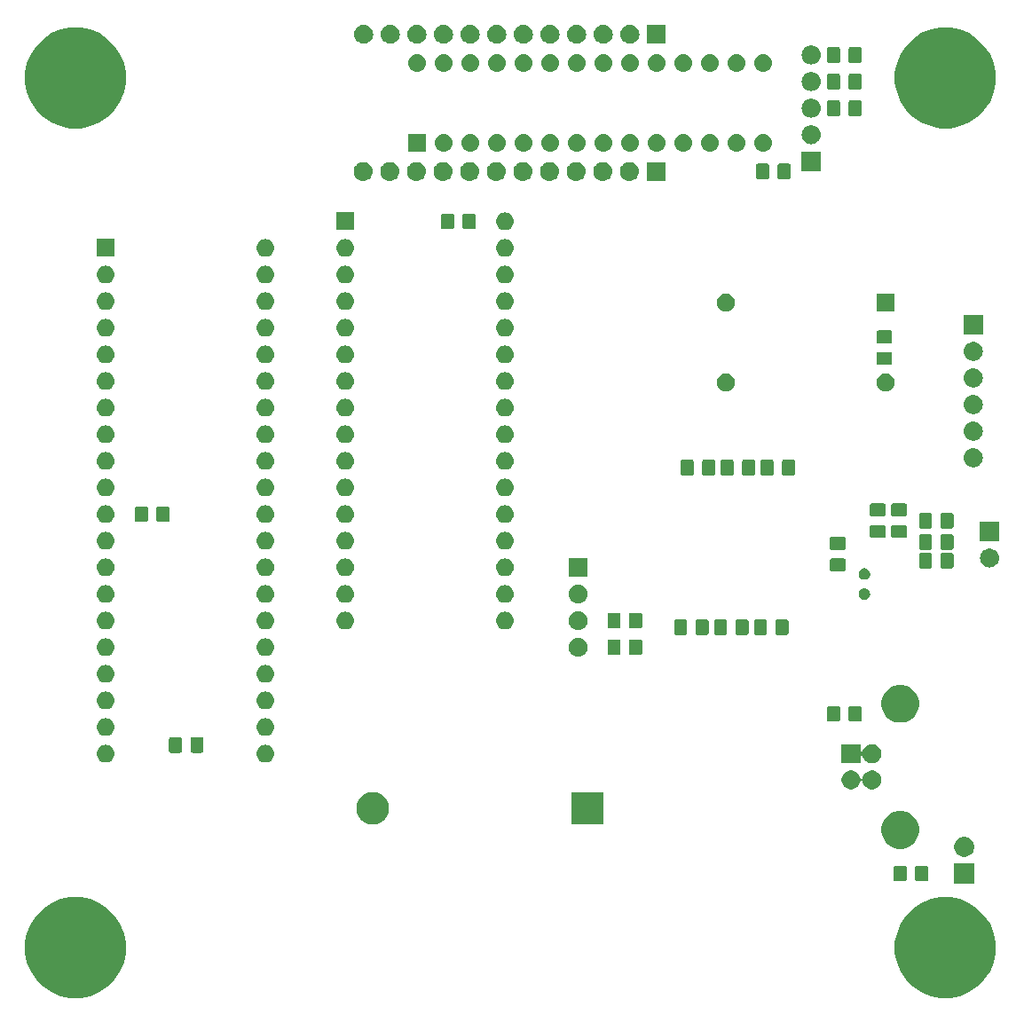
<source format=gbr>
G04 #@! TF.GenerationSoftware,KiCad,Pcbnew,(5.0.2)-1*
G04 #@! TF.CreationDate,2019-09-25T20:03:45-04:00*
G04 #@! TF.ProjectId,Z80_CPU,5a38305f-4350-4552-9e6b-696361645f70,1*
G04 #@! TF.SameCoordinates,Original*
G04 #@! TF.FileFunction,Soldermask,Bot*
G04 #@! TF.FilePolarity,Negative*
%FSLAX46Y46*%
G04 Gerber Fmt 4.6, Leading zero omitted, Abs format (unit mm)*
G04 Created by KiCad (PCBNEW (5.0.2)-1) date 9/25/2019 8:03:45 PM*
%MOMM*%
%LPD*%
G01*
G04 APERTURE LIST*
%ADD10C,0.100000*%
G04 APERTURE END LIST*
D10*
G36*
X90404045Y-84371480D02*
X91280046Y-84734331D01*
X92068430Y-85261113D01*
X92738887Y-85931570D01*
X93265669Y-86719954D01*
X93628520Y-87595955D01*
X93813500Y-88525910D01*
X93813500Y-89474090D01*
X93628520Y-90404045D01*
X93265669Y-91280046D01*
X92738887Y-92068430D01*
X92068430Y-92738887D01*
X91280046Y-93265669D01*
X90404045Y-93628520D01*
X89474090Y-93813500D01*
X88525910Y-93813500D01*
X87595955Y-93628520D01*
X86719954Y-93265669D01*
X85931570Y-92738887D01*
X85261113Y-92068430D01*
X84734331Y-91280046D01*
X84371480Y-90404045D01*
X84186500Y-89474090D01*
X84186500Y-88525910D01*
X84371480Y-87595955D01*
X84734331Y-86719954D01*
X85261113Y-85931570D01*
X85931570Y-85261113D01*
X86719954Y-84734331D01*
X87595955Y-84371480D01*
X88525910Y-84186500D01*
X89474090Y-84186500D01*
X90404045Y-84371480D01*
X90404045Y-84371480D01*
G37*
G36*
X7404045Y-84371480D02*
X8280046Y-84734331D01*
X9068430Y-85261113D01*
X9738887Y-85931570D01*
X10265669Y-86719954D01*
X10628520Y-87595955D01*
X10813500Y-88525910D01*
X10813500Y-89474090D01*
X10628520Y-90404045D01*
X10265669Y-91280046D01*
X9738887Y-92068430D01*
X9068430Y-92738887D01*
X8280046Y-93265669D01*
X7404045Y-93628520D01*
X6474090Y-93813500D01*
X5525910Y-93813500D01*
X4595955Y-93628520D01*
X3719954Y-93265669D01*
X2931570Y-92738887D01*
X2261113Y-92068430D01*
X1734331Y-91280046D01*
X1371480Y-90404045D01*
X1186500Y-89474090D01*
X1186500Y-88525910D01*
X1371480Y-87595955D01*
X1734331Y-86719954D01*
X2261113Y-85931570D01*
X2931570Y-85261113D01*
X3719954Y-84734331D01*
X4595955Y-84371480D01*
X5525910Y-84186500D01*
X6474090Y-84186500D01*
X7404045Y-84371480D01*
X7404045Y-84371480D01*
G37*
G36*
X91756000Y-82866000D02*
X89854000Y-82866000D01*
X89854000Y-80964000D01*
X91756000Y-80964000D01*
X91756000Y-82866000D01*
X91756000Y-82866000D01*
G37*
G36*
X87213677Y-81168465D02*
X87251364Y-81179898D01*
X87286103Y-81198466D01*
X87316548Y-81223452D01*
X87341534Y-81253897D01*
X87360102Y-81288636D01*
X87371535Y-81326323D01*
X87376000Y-81371661D01*
X87376000Y-82458339D01*
X87371535Y-82503677D01*
X87360102Y-82541364D01*
X87341534Y-82576103D01*
X87316548Y-82606548D01*
X87286103Y-82631534D01*
X87251364Y-82650102D01*
X87213677Y-82661535D01*
X87168339Y-82666000D01*
X86331661Y-82666000D01*
X86286323Y-82661535D01*
X86248636Y-82650102D01*
X86213897Y-82631534D01*
X86183452Y-82606548D01*
X86158466Y-82576103D01*
X86139898Y-82541364D01*
X86128465Y-82503677D01*
X86124000Y-82458339D01*
X86124000Y-81371661D01*
X86128465Y-81326323D01*
X86139898Y-81288636D01*
X86158466Y-81253897D01*
X86183452Y-81223452D01*
X86213897Y-81198466D01*
X86248636Y-81179898D01*
X86286323Y-81168465D01*
X86331661Y-81164000D01*
X87168339Y-81164000D01*
X87213677Y-81168465D01*
X87213677Y-81168465D01*
G37*
G36*
X85163677Y-81168465D02*
X85201364Y-81179898D01*
X85236103Y-81198466D01*
X85266548Y-81223452D01*
X85291534Y-81253897D01*
X85310102Y-81288636D01*
X85321535Y-81326323D01*
X85326000Y-81371661D01*
X85326000Y-82458339D01*
X85321535Y-82503677D01*
X85310102Y-82541364D01*
X85291534Y-82576103D01*
X85266548Y-82606548D01*
X85236103Y-82631534D01*
X85201364Y-82650102D01*
X85163677Y-82661535D01*
X85118339Y-82666000D01*
X84281661Y-82666000D01*
X84236323Y-82661535D01*
X84198636Y-82650102D01*
X84163897Y-82631534D01*
X84133452Y-82606548D01*
X84108466Y-82576103D01*
X84089898Y-82541364D01*
X84078465Y-82503677D01*
X84074000Y-82458339D01*
X84074000Y-81371661D01*
X84078465Y-81326323D01*
X84089898Y-81288636D01*
X84108466Y-81253897D01*
X84133452Y-81223452D01*
X84163897Y-81198466D01*
X84198636Y-81179898D01*
X84236323Y-81168465D01*
X84281661Y-81164000D01*
X85118339Y-81164000D01*
X85163677Y-81168465D01*
X85163677Y-81168465D01*
G37*
G36*
X91082396Y-78460546D02*
X91255466Y-78532234D01*
X91411230Y-78636312D01*
X91543688Y-78768770D01*
X91647766Y-78924534D01*
X91719454Y-79097604D01*
X91756000Y-79281333D01*
X91756000Y-79468667D01*
X91719454Y-79652396D01*
X91647766Y-79825466D01*
X91543688Y-79981230D01*
X91411230Y-80113688D01*
X91255466Y-80217766D01*
X91082396Y-80289454D01*
X90898667Y-80326000D01*
X90711333Y-80326000D01*
X90527604Y-80289454D01*
X90354534Y-80217766D01*
X90198770Y-80113688D01*
X90066312Y-79981230D01*
X89962234Y-79825466D01*
X89890546Y-79652396D01*
X89854000Y-79468667D01*
X89854000Y-79281333D01*
X89890546Y-79097604D01*
X89962234Y-78924534D01*
X90066312Y-78768770D01*
X90198770Y-78636312D01*
X90354534Y-78532234D01*
X90527604Y-78460546D01*
X90711333Y-78424000D01*
X90898667Y-78424000D01*
X91082396Y-78460546D01*
X91082396Y-78460546D01*
G37*
G36*
X85235331Y-76023211D02*
X85563092Y-76158974D01*
X85858073Y-76356074D01*
X86108926Y-76606927D01*
X86306026Y-76901908D01*
X86441789Y-77229669D01*
X86511000Y-77577616D01*
X86511000Y-77932384D01*
X86441789Y-78280331D01*
X86306026Y-78608092D01*
X86108926Y-78903073D01*
X85858073Y-79153926D01*
X85563092Y-79351026D01*
X85235331Y-79486789D01*
X84887384Y-79556000D01*
X84532616Y-79556000D01*
X84184669Y-79486789D01*
X83856908Y-79351026D01*
X83561927Y-79153926D01*
X83311074Y-78903073D01*
X83113974Y-78608092D01*
X82978211Y-78280331D01*
X82909000Y-77932384D01*
X82909000Y-77577616D01*
X82978211Y-77229669D01*
X83113974Y-76901908D01*
X83311074Y-76606927D01*
X83561927Y-76356074D01*
X83856908Y-76158974D01*
X84184669Y-76023211D01*
X84532616Y-75954000D01*
X84887384Y-75954000D01*
X85235331Y-76023211D01*
X85235331Y-76023211D01*
G37*
G36*
X34726527Y-74180736D02*
X34826410Y-74200604D01*
X35108674Y-74317521D01*
X35362705Y-74487259D01*
X35578741Y-74703295D01*
X35748479Y-74957326D01*
X35865396Y-75239590D01*
X35925000Y-75539240D01*
X35925000Y-75844760D01*
X35865396Y-76144410D01*
X35748479Y-76426674D01*
X35578741Y-76680705D01*
X35362705Y-76896741D01*
X35108674Y-77066479D01*
X34826410Y-77183396D01*
X34726527Y-77203264D01*
X34526762Y-77243000D01*
X34221238Y-77243000D01*
X34021473Y-77203264D01*
X33921590Y-77183396D01*
X33639326Y-77066479D01*
X33385295Y-76896741D01*
X33169259Y-76680705D01*
X32999521Y-76426674D01*
X32882604Y-76144410D01*
X32823000Y-75844760D01*
X32823000Y-75539240D01*
X32882604Y-75239590D01*
X32999521Y-74957326D01*
X33169259Y-74703295D01*
X33385295Y-74487259D01*
X33639326Y-74317521D01*
X33921590Y-74200604D01*
X34021473Y-74180736D01*
X34221238Y-74141000D01*
X34526762Y-74141000D01*
X34726527Y-74180736D01*
X34726527Y-74180736D01*
G37*
G36*
X56415000Y-77243000D02*
X53313000Y-77243000D01*
X53313000Y-74141000D01*
X56415000Y-74141000D01*
X56415000Y-77243000D01*
X56415000Y-77243000D01*
G37*
G36*
X80262812Y-72118624D02*
X80426784Y-72186544D01*
X80574354Y-72285147D01*
X80699853Y-72410646D01*
X80798456Y-72558216D01*
X80866376Y-72722188D01*
X80877404Y-72777633D01*
X80884515Y-72801074D01*
X80896067Y-72822685D01*
X80911612Y-72841627D01*
X80930554Y-72857172D01*
X80952165Y-72868723D01*
X80975614Y-72875836D01*
X81000000Y-72878238D01*
X81024387Y-72875836D01*
X81047836Y-72868723D01*
X81069447Y-72857171D01*
X81088389Y-72841626D01*
X81103934Y-72822684D01*
X81115485Y-72801073D01*
X81122596Y-72777633D01*
X81133624Y-72722188D01*
X81201544Y-72558216D01*
X81300147Y-72410646D01*
X81425646Y-72285147D01*
X81573216Y-72186544D01*
X81737188Y-72118624D01*
X81911259Y-72084000D01*
X82088741Y-72084000D01*
X82262812Y-72118624D01*
X82426784Y-72186544D01*
X82574354Y-72285147D01*
X82699853Y-72410646D01*
X82798456Y-72558216D01*
X82866376Y-72722188D01*
X82901000Y-72896259D01*
X82901000Y-73073741D01*
X82866376Y-73247812D01*
X82798456Y-73411784D01*
X82699853Y-73559354D01*
X82574354Y-73684853D01*
X82426784Y-73783456D01*
X82262812Y-73851376D01*
X82088741Y-73886000D01*
X81911259Y-73886000D01*
X81737188Y-73851376D01*
X81573216Y-73783456D01*
X81425646Y-73684853D01*
X81300147Y-73559354D01*
X81201544Y-73411784D01*
X81133624Y-73247812D01*
X81122596Y-73192367D01*
X81115485Y-73168926D01*
X81103933Y-73147315D01*
X81088388Y-73128373D01*
X81069446Y-73112828D01*
X81047835Y-73101277D01*
X81024386Y-73094164D01*
X81000000Y-73091762D01*
X80975613Y-73094164D01*
X80952164Y-73101277D01*
X80930553Y-73112829D01*
X80911611Y-73128374D01*
X80896066Y-73147316D01*
X80884515Y-73168927D01*
X80877404Y-73192367D01*
X80866376Y-73247812D01*
X80798456Y-73411784D01*
X80699853Y-73559354D01*
X80574354Y-73684853D01*
X80426784Y-73783456D01*
X80262812Y-73851376D01*
X80088741Y-73886000D01*
X79911259Y-73886000D01*
X79737188Y-73851376D01*
X79573216Y-73783456D01*
X79425646Y-73684853D01*
X79300147Y-73559354D01*
X79201544Y-73411784D01*
X79133624Y-73247812D01*
X79099000Y-73073741D01*
X79099000Y-72896259D01*
X79133624Y-72722188D01*
X79201544Y-72558216D01*
X79300147Y-72410646D01*
X79425646Y-72285147D01*
X79573216Y-72186544D01*
X79737188Y-72118624D01*
X79911259Y-72084000D01*
X80088741Y-72084000D01*
X80262812Y-72118624D01*
X80262812Y-72118624D01*
G37*
G36*
X80901000Y-70155378D02*
X80903402Y-70179764D01*
X80910515Y-70203213D01*
X80922066Y-70224824D01*
X80937612Y-70243766D01*
X80956554Y-70259312D01*
X80978165Y-70270863D01*
X81001614Y-70277976D01*
X81026000Y-70280378D01*
X81050386Y-70277976D01*
X81073835Y-70270863D01*
X81095446Y-70259312D01*
X81114388Y-70243766D01*
X81129934Y-70224824D01*
X81141480Y-70203223D01*
X81201544Y-70058216D01*
X81300147Y-69910646D01*
X81425646Y-69785147D01*
X81573216Y-69686544D01*
X81737188Y-69618624D01*
X81911259Y-69584000D01*
X82088741Y-69584000D01*
X82262812Y-69618624D01*
X82426784Y-69686544D01*
X82574354Y-69785147D01*
X82699853Y-69910646D01*
X82798456Y-70058216D01*
X82866376Y-70222188D01*
X82901000Y-70396259D01*
X82901000Y-70573741D01*
X82866376Y-70747812D01*
X82798456Y-70911784D01*
X82699853Y-71059354D01*
X82574354Y-71184853D01*
X82426784Y-71283456D01*
X82262812Y-71351376D01*
X82088741Y-71386000D01*
X81911259Y-71386000D01*
X81737188Y-71351376D01*
X81573216Y-71283456D01*
X81425646Y-71184853D01*
X81300147Y-71059354D01*
X81201544Y-70911784D01*
X81141480Y-70766777D01*
X81129934Y-70745176D01*
X81114388Y-70726234D01*
X81095446Y-70710688D01*
X81073835Y-70699137D01*
X81050386Y-70692024D01*
X81026000Y-70689622D01*
X81001614Y-70692024D01*
X80978165Y-70699137D01*
X80956554Y-70710688D01*
X80937612Y-70726234D01*
X80922066Y-70745176D01*
X80910515Y-70766787D01*
X80903402Y-70790236D01*
X80901000Y-70814622D01*
X80901000Y-71386000D01*
X79099000Y-71386000D01*
X79099000Y-69584000D01*
X80901000Y-69584000D01*
X80901000Y-70155378D01*
X80901000Y-70155378D01*
G37*
G36*
X24296821Y-69646313D02*
X24296824Y-69646314D01*
X24296825Y-69646314D01*
X24457239Y-69694975D01*
X24457241Y-69694976D01*
X24457244Y-69694977D01*
X24605078Y-69773995D01*
X24734659Y-69880341D01*
X24841005Y-70009922D01*
X24920023Y-70157756D01*
X24920024Y-70157759D01*
X24920025Y-70157761D01*
X24959999Y-70289538D01*
X24968687Y-70318179D01*
X24985117Y-70485000D01*
X24968687Y-70651821D01*
X24968686Y-70651824D01*
X24968686Y-70651825D01*
X24926700Y-70790236D01*
X24920023Y-70812244D01*
X24841005Y-70960078D01*
X24734659Y-71089659D01*
X24605078Y-71196005D01*
X24457244Y-71275023D01*
X24457241Y-71275024D01*
X24457239Y-71275025D01*
X24296825Y-71323686D01*
X24296824Y-71323686D01*
X24296821Y-71323687D01*
X24171804Y-71336000D01*
X24088196Y-71336000D01*
X23963179Y-71323687D01*
X23963176Y-71323686D01*
X23963175Y-71323686D01*
X23802761Y-71275025D01*
X23802759Y-71275024D01*
X23802756Y-71275023D01*
X23654922Y-71196005D01*
X23525341Y-71089659D01*
X23418995Y-70960078D01*
X23339977Y-70812244D01*
X23333301Y-70790236D01*
X23291314Y-70651825D01*
X23291314Y-70651824D01*
X23291313Y-70651821D01*
X23274883Y-70485000D01*
X23291313Y-70318179D01*
X23300001Y-70289538D01*
X23339975Y-70157761D01*
X23339976Y-70157759D01*
X23339977Y-70157756D01*
X23418995Y-70009922D01*
X23525341Y-69880341D01*
X23654922Y-69773995D01*
X23802756Y-69694977D01*
X23802759Y-69694976D01*
X23802761Y-69694975D01*
X23963175Y-69646314D01*
X23963176Y-69646314D01*
X23963179Y-69646313D01*
X24088196Y-69634000D01*
X24171804Y-69634000D01*
X24296821Y-69646313D01*
X24296821Y-69646313D01*
G37*
G36*
X9056821Y-69646313D02*
X9056824Y-69646314D01*
X9056825Y-69646314D01*
X9217239Y-69694975D01*
X9217241Y-69694976D01*
X9217244Y-69694977D01*
X9365078Y-69773995D01*
X9494659Y-69880341D01*
X9601005Y-70009922D01*
X9680023Y-70157756D01*
X9680024Y-70157759D01*
X9680025Y-70157761D01*
X9719999Y-70289538D01*
X9728687Y-70318179D01*
X9745117Y-70485000D01*
X9728687Y-70651821D01*
X9728686Y-70651824D01*
X9728686Y-70651825D01*
X9686700Y-70790236D01*
X9680023Y-70812244D01*
X9601005Y-70960078D01*
X9494659Y-71089659D01*
X9365078Y-71196005D01*
X9217244Y-71275023D01*
X9217241Y-71275024D01*
X9217239Y-71275025D01*
X9056825Y-71323686D01*
X9056824Y-71323686D01*
X9056821Y-71323687D01*
X8931804Y-71336000D01*
X8848196Y-71336000D01*
X8723179Y-71323687D01*
X8723176Y-71323686D01*
X8723175Y-71323686D01*
X8562761Y-71275025D01*
X8562759Y-71275024D01*
X8562756Y-71275023D01*
X8414922Y-71196005D01*
X8285341Y-71089659D01*
X8178995Y-70960078D01*
X8099977Y-70812244D01*
X8093301Y-70790236D01*
X8051314Y-70651825D01*
X8051314Y-70651824D01*
X8051313Y-70651821D01*
X8034883Y-70485000D01*
X8051313Y-70318179D01*
X8060001Y-70289538D01*
X8099975Y-70157761D01*
X8099976Y-70157759D01*
X8099977Y-70157756D01*
X8178995Y-70009922D01*
X8285341Y-69880341D01*
X8414922Y-69773995D01*
X8562756Y-69694977D01*
X8562759Y-69694976D01*
X8562761Y-69694975D01*
X8723175Y-69646314D01*
X8723176Y-69646314D01*
X8723179Y-69646313D01*
X8848196Y-69634000D01*
X8931804Y-69634000D01*
X9056821Y-69646313D01*
X9056821Y-69646313D01*
G37*
G36*
X16021177Y-68912965D02*
X16058864Y-68924398D01*
X16093603Y-68942966D01*
X16124048Y-68967952D01*
X16149034Y-68998397D01*
X16167602Y-69033136D01*
X16179035Y-69070823D01*
X16183500Y-69116161D01*
X16183500Y-70202839D01*
X16179035Y-70248177D01*
X16167602Y-70285864D01*
X16149034Y-70320603D01*
X16124048Y-70351048D01*
X16093603Y-70376034D01*
X16058864Y-70394602D01*
X16021177Y-70406035D01*
X15975839Y-70410500D01*
X15139161Y-70410500D01*
X15093823Y-70406035D01*
X15056136Y-70394602D01*
X15021397Y-70376034D01*
X14990952Y-70351048D01*
X14965966Y-70320603D01*
X14947398Y-70285864D01*
X14935965Y-70248177D01*
X14931500Y-70202839D01*
X14931500Y-69116161D01*
X14935965Y-69070823D01*
X14947398Y-69033136D01*
X14965966Y-68998397D01*
X14990952Y-68967952D01*
X15021397Y-68942966D01*
X15056136Y-68924398D01*
X15093823Y-68912965D01*
X15139161Y-68908500D01*
X15975839Y-68908500D01*
X16021177Y-68912965D01*
X16021177Y-68912965D01*
G37*
G36*
X18071177Y-68912965D02*
X18108864Y-68924398D01*
X18143603Y-68942966D01*
X18174048Y-68967952D01*
X18199034Y-68998397D01*
X18217602Y-69033136D01*
X18229035Y-69070823D01*
X18233500Y-69116161D01*
X18233500Y-70202839D01*
X18229035Y-70248177D01*
X18217602Y-70285864D01*
X18199034Y-70320603D01*
X18174048Y-70351048D01*
X18143603Y-70376034D01*
X18108864Y-70394602D01*
X18071177Y-70406035D01*
X18025839Y-70410500D01*
X17189161Y-70410500D01*
X17143823Y-70406035D01*
X17106136Y-70394602D01*
X17071397Y-70376034D01*
X17040952Y-70351048D01*
X17015966Y-70320603D01*
X16997398Y-70285864D01*
X16985965Y-70248177D01*
X16981500Y-70202839D01*
X16981500Y-69116161D01*
X16985965Y-69070823D01*
X16997398Y-69033136D01*
X17015966Y-68998397D01*
X17040952Y-68967952D01*
X17071397Y-68942966D01*
X17106136Y-68924398D01*
X17143823Y-68912965D01*
X17189161Y-68908500D01*
X18025839Y-68908500D01*
X18071177Y-68912965D01*
X18071177Y-68912965D01*
G37*
G36*
X24296821Y-67106313D02*
X24296824Y-67106314D01*
X24296825Y-67106314D01*
X24457239Y-67154975D01*
X24457241Y-67154976D01*
X24457244Y-67154977D01*
X24605078Y-67233995D01*
X24734659Y-67340341D01*
X24841005Y-67469922D01*
X24920023Y-67617756D01*
X24968687Y-67778179D01*
X24985117Y-67945000D01*
X24968687Y-68111821D01*
X24920023Y-68272244D01*
X24841005Y-68420078D01*
X24734659Y-68549659D01*
X24605078Y-68656005D01*
X24457244Y-68735023D01*
X24457241Y-68735024D01*
X24457239Y-68735025D01*
X24296825Y-68783686D01*
X24296824Y-68783686D01*
X24296821Y-68783687D01*
X24171804Y-68796000D01*
X24088196Y-68796000D01*
X23963179Y-68783687D01*
X23963176Y-68783686D01*
X23963175Y-68783686D01*
X23802761Y-68735025D01*
X23802759Y-68735024D01*
X23802756Y-68735023D01*
X23654922Y-68656005D01*
X23525341Y-68549659D01*
X23418995Y-68420078D01*
X23339977Y-68272244D01*
X23291313Y-68111821D01*
X23274883Y-67945000D01*
X23291313Y-67778179D01*
X23339977Y-67617756D01*
X23418995Y-67469922D01*
X23525341Y-67340341D01*
X23654922Y-67233995D01*
X23802756Y-67154977D01*
X23802759Y-67154976D01*
X23802761Y-67154975D01*
X23963175Y-67106314D01*
X23963176Y-67106314D01*
X23963179Y-67106313D01*
X24088196Y-67094000D01*
X24171804Y-67094000D01*
X24296821Y-67106313D01*
X24296821Y-67106313D01*
G37*
G36*
X9056821Y-67106313D02*
X9056824Y-67106314D01*
X9056825Y-67106314D01*
X9217239Y-67154975D01*
X9217241Y-67154976D01*
X9217244Y-67154977D01*
X9365078Y-67233995D01*
X9494659Y-67340341D01*
X9601005Y-67469922D01*
X9680023Y-67617756D01*
X9728687Y-67778179D01*
X9745117Y-67945000D01*
X9728687Y-68111821D01*
X9680023Y-68272244D01*
X9601005Y-68420078D01*
X9494659Y-68549659D01*
X9365078Y-68656005D01*
X9217244Y-68735023D01*
X9217241Y-68735024D01*
X9217239Y-68735025D01*
X9056825Y-68783686D01*
X9056824Y-68783686D01*
X9056821Y-68783687D01*
X8931804Y-68796000D01*
X8848196Y-68796000D01*
X8723179Y-68783687D01*
X8723176Y-68783686D01*
X8723175Y-68783686D01*
X8562761Y-68735025D01*
X8562759Y-68735024D01*
X8562756Y-68735023D01*
X8414922Y-68656005D01*
X8285341Y-68549659D01*
X8178995Y-68420078D01*
X8099977Y-68272244D01*
X8051313Y-68111821D01*
X8034883Y-67945000D01*
X8051313Y-67778179D01*
X8099977Y-67617756D01*
X8178995Y-67469922D01*
X8285341Y-67340341D01*
X8414922Y-67233995D01*
X8562756Y-67154977D01*
X8562759Y-67154976D01*
X8562761Y-67154975D01*
X8723175Y-67106314D01*
X8723176Y-67106314D01*
X8723179Y-67106313D01*
X8848196Y-67094000D01*
X8931804Y-67094000D01*
X9056821Y-67106313D01*
X9056821Y-67106313D01*
G37*
G36*
X85235331Y-63983211D02*
X85563092Y-64118974D01*
X85858073Y-64316074D01*
X86108926Y-64566927D01*
X86306026Y-64861908D01*
X86441789Y-65189669D01*
X86511000Y-65537616D01*
X86511000Y-65892384D01*
X86441789Y-66240331D01*
X86306026Y-66568092D01*
X86108926Y-66863073D01*
X85858073Y-67113926D01*
X85563092Y-67311026D01*
X85235331Y-67446789D01*
X84887384Y-67516000D01*
X84532616Y-67516000D01*
X84184669Y-67446789D01*
X83856908Y-67311026D01*
X83561927Y-67113926D01*
X83311074Y-66863073D01*
X83113974Y-66568092D01*
X82978211Y-66240331D01*
X82909000Y-65892384D01*
X82909000Y-65537616D01*
X82978211Y-65189669D01*
X83113974Y-64861908D01*
X83311074Y-64566927D01*
X83561927Y-64316074D01*
X83856908Y-64118974D01*
X84184669Y-63983211D01*
X84532616Y-63914000D01*
X84887384Y-63914000D01*
X85235331Y-63983211D01*
X85235331Y-63983211D01*
G37*
G36*
X78813677Y-65928465D02*
X78851364Y-65939898D01*
X78886103Y-65958466D01*
X78916548Y-65983452D01*
X78941534Y-66013897D01*
X78960102Y-66048636D01*
X78971535Y-66086323D01*
X78976000Y-66131661D01*
X78976000Y-67218339D01*
X78971535Y-67263677D01*
X78960102Y-67301364D01*
X78941534Y-67336103D01*
X78916548Y-67366548D01*
X78886103Y-67391534D01*
X78851364Y-67410102D01*
X78813677Y-67421535D01*
X78768339Y-67426000D01*
X77931661Y-67426000D01*
X77886323Y-67421535D01*
X77848636Y-67410102D01*
X77813897Y-67391534D01*
X77783452Y-67366548D01*
X77758466Y-67336103D01*
X77739898Y-67301364D01*
X77728465Y-67263677D01*
X77724000Y-67218339D01*
X77724000Y-66131661D01*
X77728465Y-66086323D01*
X77739898Y-66048636D01*
X77758466Y-66013897D01*
X77783452Y-65983452D01*
X77813897Y-65958466D01*
X77848636Y-65939898D01*
X77886323Y-65928465D01*
X77931661Y-65924000D01*
X78768339Y-65924000D01*
X78813677Y-65928465D01*
X78813677Y-65928465D01*
G37*
G36*
X80863677Y-65928465D02*
X80901364Y-65939898D01*
X80936103Y-65958466D01*
X80966548Y-65983452D01*
X80991534Y-66013897D01*
X81010102Y-66048636D01*
X81021535Y-66086323D01*
X81026000Y-66131661D01*
X81026000Y-67218339D01*
X81021535Y-67263677D01*
X81010102Y-67301364D01*
X80991534Y-67336103D01*
X80966548Y-67366548D01*
X80936103Y-67391534D01*
X80901364Y-67410102D01*
X80863677Y-67421535D01*
X80818339Y-67426000D01*
X79981661Y-67426000D01*
X79936323Y-67421535D01*
X79898636Y-67410102D01*
X79863897Y-67391534D01*
X79833452Y-67366548D01*
X79808466Y-67336103D01*
X79789898Y-67301364D01*
X79778465Y-67263677D01*
X79774000Y-67218339D01*
X79774000Y-66131661D01*
X79778465Y-66086323D01*
X79789898Y-66048636D01*
X79808466Y-66013897D01*
X79833452Y-65983452D01*
X79863897Y-65958466D01*
X79898636Y-65939898D01*
X79936323Y-65928465D01*
X79981661Y-65924000D01*
X80818339Y-65924000D01*
X80863677Y-65928465D01*
X80863677Y-65928465D01*
G37*
G36*
X9056821Y-64566313D02*
X9056824Y-64566314D01*
X9056825Y-64566314D01*
X9217239Y-64614975D01*
X9217241Y-64614976D01*
X9217244Y-64614977D01*
X9365078Y-64693995D01*
X9494659Y-64800341D01*
X9601005Y-64929922D01*
X9680023Y-65077756D01*
X9680024Y-65077759D01*
X9680025Y-65077761D01*
X9713972Y-65189669D01*
X9728687Y-65238179D01*
X9745117Y-65405000D01*
X9728687Y-65571821D01*
X9680023Y-65732244D01*
X9601005Y-65880078D01*
X9494659Y-66009659D01*
X9365078Y-66116005D01*
X9217244Y-66195023D01*
X9217241Y-66195024D01*
X9217239Y-66195025D01*
X9056825Y-66243686D01*
X9056824Y-66243686D01*
X9056821Y-66243687D01*
X8931804Y-66256000D01*
X8848196Y-66256000D01*
X8723179Y-66243687D01*
X8723176Y-66243686D01*
X8723175Y-66243686D01*
X8562761Y-66195025D01*
X8562759Y-66195024D01*
X8562756Y-66195023D01*
X8414922Y-66116005D01*
X8285341Y-66009659D01*
X8178995Y-65880078D01*
X8099977Y-65732244D01*
X8051313Y-65571821D01*
X8034883Y-65405000D01*
X8051313Y-65238179D01*
X8066028Y-65189669D01*
X8099975Y-65077761D01*
X8099976Y-65077759D01*
X8099977Y-65077756D01*
X8178995Y-64929922D01*
X8285341Y-64800341D01*
X8414922Y-64693995D01*
X8562756Y-64614977D01*
X8562759Y-64614976D01*
X8562761Y-64614975D01*
X8723175Y-64566314D01*
X8723176Y-64566314D01*
X8723179Y-64566313D01*
X8848196Y-64554000D01*
X8931804Y-64554000D01*
X9056821Y-64566313D01*
X9056821Y-64566313D01*
G37*
G36*
X24296821Y-64566313D02*
X24296824Y-64566314D01*
X24296825Y-64566314D01*
X24457239Y-64614975D01*
X24457241Y-64614976D01*
X24457244Y-64614977D01*
X24605078Y-64693995D01*
X24734659Y-64800341D01*
X24841005Y-64929922D01*
X24920023Y-65077756D01*
X24920024Y-65077759D01*
X24920025Y-65077761D01*
X24953972Y-65189669D01*
X24968687Y-65238179D01*
X24985117Y-65405000D01*
X24968687Y-65571821D01*
X24920023Y-65732244D01*
X24841005Y-65880078D01*
X24734659Y-66009659D01*
X24605078Y-66116005D01*
X24457244Y-66195023D01*
X24457241Y-66195024D01*
X24457239Y-66195025D01*
X24296825Y-66243686D01*
X24296824Y-66243686D01*
X24296821Y-66243687D01*
X24171804Y-66256000D01*
X24088196Y-66256000D01*
X23963179Y-66243687D01*
X23963176Y-66243686D01*
X23963175Y-66243686D01*
X23802761Y-66195025D01*
X23802759Y-66195024D01*
X23802756Y-66195023D01*
X23654922Y-66116005D01*
X23525341Y-66009659D01*
X23418995Y-65880078D01*
X23339977Y-65732244D01*
X23291313Y-65571821D01*
X23274883Y-65405000D01*
X23291313Y-65238179D01*
X23306028Y-65189669D01*
X23339975Y-65077761D01*
X23339976Y-65077759D01*
X23339977Y-65077756D01*
X23418995Y-64929922D01*
X23525341Y-64800341D01*
X23654922Y-64693995D01*
X23802756Y-64614977D01*
X23802759Y-64614976D01*
X23802761Y-64614975D01*
X23963175Y-64566314D01*
X23963176Y-64566314D01*
X23963179Y-64566313D01*
X24088196Y-64554000D01*
X24171804Y-64554000D01*
X24296821Y-64566313D01*
X24296821Y-64566313D01*
G37*
G36*
X24296821Y-62026313D02*
X24296824Y-62026314D01*
X24296825Y-62026314D01*
X24457239Y-62074975D01*
X24457241Y-62074976D01*
X24457244Y-62074977D01*
X24605078Y-62153995D01*
X24734659Y-62260341D01*
X24841005Y-62389922D01*
X24920023Y-62537756D01*
X24968687Y-62698179D01*
X24985117Y-62865000D01*
X24968687Y-63031821D01*
X24920023Y-63192244D01*
X24841005Y-63340078D01*
X24734659Y-63469659D01*
X24605078Y-63576005D01*
X24457244Y-63655023D01*
X24457241Y-63655024D01*
X24457239Y-63655025D01*
X24296825Y-63703686D01*
X24296824Y-63703686D01*
X24296821Y-63703687D01*
X24171804Y-63716000D01*
X24088196Y-63716000D01*
X23963179Y-63703687D01*
X23963176Y-63703686D01*
X23963175Y-63703686D01*
X23802761Y-63655025D01*
X23802759Y-63655024D01*
X23802756Y-63655023D01*
X23654922Y-63576005D01*
X23525341Y-63469659D01*
X23418995Y-63340078D01*
X23339977Y-63192244D01*
X23291313Y-63031821D01*
X23274883Y-62865000D01*
X23291313Y-62698179D01*
X23339977Y-62537756D01*
X23418995Y-62389922D01*
X23525341Y-62260341D01*
X23654922Y-62153995D01*
X23802756Y-62074977D01*
X23802759Y-62074976D01*
X23802761Y-62074975D01*
X23963175Y-62026314D01*
X23963176Y-62026314D01*
X23963179Y-62026313D01*
X24088196Y-62014000D01*
X24171804Y-62014000D01*
X24296821Y-62026313D01*
X24296821Y-62026313D01*
G37*
G36*
X9056821Y-62026313D02*
X9056824Y-62026314D01*
X9056825Y-62026314D01*
X9217239Y-62074975D01*
X9217241Y-62074976D01*
X9217244Y-62074977D01*
X9365078Y-62153995D01*
X9494659Y-62260341D01*
X9601005Y-62389922D01*
X9680023Y-62537756D01*
X9728687Y-62698179D01*
X9745117Y-62865000D01*
X9728687Y-63031821D01*
X9680023Y-63192244D01*
X9601005Y-63340078D01*
X9494659Y-63469659D01*
X9365078Y-63576005D01*
X9217244Y-63655023D01*
X9217241Y-63655024D01*
X9217239Y-63655025D01*
X9056825Y-63703686D01*
X9056824Y-63703686D01*
X9056821Y-63703687D01*
X8931804Y-63716000D01*
X8848196Y-63716000D01*
X8723179Y-63703687D01*
X8723176Y-63703686D01*
X8723175Y-63703686D01*
X8562761Y-63655025D01*
X8562759Y-63655024D01*
X8562756Y-63655023D01*
X8414922Y-63576005D01*
X8285341Y-63469659D01*
X8178995Y-63340078D01*
X8099977Y-63192244D01*
X8051313Y-63031821D01*
X8034883Y-62865000D01*
X8051313Y-62698179D01*
X8099977Y-62537756D01*
X8178995Y-62389922D01*
X8285341Y-62260341D01*
X8414922Y-62153995D01*
X8562756Y-62074977D01*
X8562759Y-62074976D01*
X8562761Y-62074975D01*
X8723175Y-62026314D01*
X8723176Y-62026314D01*
X8723179Y-62026313D01*
X8848196Y-62014000D01*
X8931804Y-62014000D01*
X9056821Y-62026313D01*
X9056821Y-62026313D01*
G37*
G36*
X54085442Y-59430518D02*
X54151627Y-59437037D01*
X54264853Y-59471384D01*
X54321467Y-59488557D01*
X54408311Y-59534977D01*
X54477991Y-59572222D01*
X54486530Y-59579230D01*
X54615186Y-59684814D01*
X54694665Y-59781661D01*
X54727778Y-59822009D01*
X54727779Y-59822011D01*
X54811443Y-59978533D01*
X54828616Y-60035147D01*
X54862963Y-60148373D01*
X54880359Y-60325000D01*
X54862963Y-60501627D01*
X54828616Y-60614853D01*
X54811443Y-60671467D01*
X54742698Y-60800078D01*
X54727778Y-60827991D01*
X54704032Y-60856925D01*
X54615186Y-60965186D01*
X54522154Y-61041534D01*
X54477991Y-61077778D01*
X54477989Y-61077779D01*
X54321467Y-61161443D01*
X54314069Y-61163687D01*
X54151627Y-61212963D01*
X54085442Y-61219482D01*
X54019260Y-61226000D01*
X53930740Y-61226000D01*
X53864558Y-61219482D01*
X53798373Y-61212963D01*
X53635931Y-61163687D01*
X53628533Y-61161443D01*
X53472011Y-61077779D01*
X53472009Y-61077778D01*
X53427846Y-61041534D01*
X53334814Y-60965186D01*
X53245968Y-60856925D01*
X53222222Y-60827991D01*
X53207302Y-60800078D01*
X53138557Y-60671467D01*
X53121384Y-60614853D01*
X53087037Y-60501627D01*
X53069641Y-60325000D01*
X53087037Y-60148373D01*
X53121384Y-60035147D01*
X53138557Y-59978533D01*
X53222221Y-59822011D01*
X53222222Y-59822009D01*
X53255335Y-59781661D01*
X53334814Y-59684814D01*
X53463470Y-59579230D01*
X53472009Y-59572222D01*
X53541689Y-59534977D01*
X53628533Y-59488557D01*
X53685147Y-59471384D01*
X53798373Y-59437037D01*
X53864558Y-59430518D01*
X53930740Y-59424000D01*
X54019260Y-59424000D01*
X54085442Y-59430518D01*
X54085442Y-59430518D01*
G37*
G36*
X24296821Y-59486313D02*
X24296824Y-59486314D01*
X24296825Y-59486314D01*
X24457239Y-59534975D01*
X24457241Y-59534976D01*
X24457244Y-59534977D01*
X24605078Y-59613995D01*
X24734659Y-59720341D01*
X24841005Y-59849922D01*
X24920023Y-59997756D01*
X24920024Y-59997759D01*
X24920025Y-59997761D01*
X24965713Y-60148375D01*
X24968687Y-60158179D01*
X24985117Y-60325000D01*
X24968687Y-60491821D01*
X24968686Y-60491824D01*
X24968686Y-60491825D01*
X24965713Y-60501627D01*
X24920023Y-60652244D01*
X24841005Y-60800078D01*
X24734659Y-60929659D01*
X24605078Y-61036005D01*
X24457244Y-61115023D01*
X24457241Y-61115024D01*
X24457239Y-61115025D01*
X24296825Y-61163686D01*
X24296824Y-61163686D01*
X24296821Y-61163687D01*
X24171804Y-61176000D01*
X24088196Y-61176000D01*
X23963179Y-61163687D01*
X23963176Y-61163686D01*
X23963175Y-61163686D01*
X23802761Y-61115025D01*
X23802759Y-61115024D01*
X23802756Y-61115023D01*
X23654922Y-61036005D01*
X23525341Y-60929659D01*
X23418995Y-60800078D01*
X23339977Y-60652244D01*
X23294288Y-60501627D01*
X23291314Y-60491825D01*
X23291314Y-60491824D01*
X23291313Y-60491821D01*
X23274883Y-60325000D01*
X23291313Y-60158179D01*
X23294287Y-60148375D01*
X23339975Y-59997761D01*
X23339976Y-59997759D01*
X23339977Y-59997756D01*
X23418995Y-59849922D01*
X23525341Y-59720341D01*
X23654922Y-59613995D01*
X23802756Y-59534977D01*
X23802759Y-59534976D01*
X23802761Y-59534975D01*
X23963175Y-59486314D01*
X23963176Y-59486314D01*
X23963179Y-59486313D01*
X24088196Y-59474000D01*
X24171804Y-59474000D01*
X24296821Y-59486313D01*
X24296821Y-59486313D01*
G37*
G36*
X9056821Y-59486313D02*
X9056824Y-59486314D01*
X9056825Y-59486314D01*
X9217239Y-59534975D01*
X9217241Y-59534976D01*
X9217244Y-59534977D01*
X9365078Y-59613995D01*
X9494659Y-59720341D01*
X9601005Y-59849922D01*
X9680023Y-59997756D01*
X9680024Y-59997759D01*
X9680025Y-59997761D01*
X9725713Y-60148375D01*
X9728687Y-60158179D01*
X9745117Y-60325000D01*
X9728687Y-60491821D01*
X9728686Y-60491824D01*
X9728686Y-60491825D01*
X9725713Y-60501627D01*
X9680023Y-60652244D01*
X9601005Y-60800078D01*
X9494659Y-60929659D01*
X9365078Y-61036005D01*
X9217244Y-61115023D01*
X9217241Y-61115024D01*
X9217239Y-61115025D01*
X9056825Y-61163686D01*
X9056824Y-61163686D01*
X9056821Y-61163687D01*
X8931804Y-61176000D01*
X8848196Y-61176000D01*
X8723179Y-61163687D01*
X8723176Y-61163686D01*
X8723175Y-61163686D01*
X8562761Y-61115025D01*
X8562759Y-61115024D01*
X8562756Y-61115023D01*
X8414922Y-61036005D01*
X8285341Y-60929659D01*
X8178995Y-60800078D01*
X8099977Y-60652244D01*
X8054288Y-60501627D01*
X8051314Y-60491825D01*
X8051314Y-60491824D01*
X8051313Y-60491821D01*
X8034883Y-60325000D01*
X8051313Y-60158179D01*
X8054287Y-60148375D01*
X8099975Y-59997761D01*
X8099976Y-59997759D01*
X8099977Y-59997756D01*
X8178995Y-59849922D01*
X8285341Y-59720341D01*
X8414922Y-59613995D01*
X8562756Y-59534977D01*
X8562759Y-59534976D01*
X8562761Y-59534975D01*
X8723175Y-59486314D01*
X8723176Y-59486314D01*
X8723179Y-59486313D01*
X8848196Y-59474000D01*
X8931804Y-59474000D01*
X9056821Y-59486313D01*
X9056821Y-59486313D01*
G37*
G36*
X59908677Y-59578465D02*
X59946364Y-59589898D01*
X59981103Y-59608466D01*
X60011548Y-59633452D01*
X60036534Y-59663897D01*
X60055102Y-59698636D01*
X60066535Y-59736323D01*
X60071000Y-59781661D01*
X60071000Y-60868339D01*
X60066535Y-60913677D01*
X60055102Y-60951364D01*
X60036534Y-60986103D01*
X60011548Y-61016548D01*
X59981103Y-61041534D01*
X59946364Y-61060102D01*
X59908677Y-61071535D01*
X59863339Y-61076000D01*
X59026661Y-61076000D01*
X58981323Y-61071535D01*
X58943636Y-61060102D01*
X58908897Y-61041534D01*
X58878452Y-61016548D01*
X58853466Y-60986103D01*
X58834898Y-60951364D01*
X58823465Y-60913677D01*
X58819000Y-60868339D01*
X58819000Y-59781661D01*
X58823465Y-59736323D01*
X58834898Y-59698636D01*
X58853466Y-59663897D01*
X58878452Y-59633452D01*
X58908897Y-59608466D01*
X58943636Y-59589898D01*
X58981323Y-59578465D01*
X59026661Y-59574000D01*
X59863339Y-59574000D01*
X59908677Y-59578465D01*
X59908677Y-59578465D01*
G37*
G36*
X57858677Y-59578465D02*
X57896364Y-59589898D01*
X57931103Y-59608466D01*
X57961548Y-59633452D01*
X57986534Y-59663897D01*
X58005102Y-59698636D01*
X58016535Y-59736323D01*
X58021000Y-59781661D01*
X58021000Y-60868339D01*
X58016535Y-60913677D01*
X58005102Y-60951364D01*
X57986534Y-60986103D01*
X57961548Y-61016548D01*
X57931103Y-61041534D01*
X57896364Y-61060102D01*
X57858677Y-61071535D01*
X57813339Y-61076000D01*
X56976661Y-61076000D01*
X56931323Y-61071535D01*
X56893636Y-61060102D01*
X56858897Y-61041534D01*
X56828452Y-61016548D01*
X56803466Y-60986103D01*
X56784898Y-60951364D01*
X56773465Y-60913677D01*
X56769000Y-60868339D01*
X56769000Y-59781661D01*
X56773465Y-59736323D01*
X56784898Y-59698636D01*
X56803466Y-59663897D01*
X56828452Y-59633452D01*
X56858897Y-59608466D01*
X56893636Y-59589898D01*
X56931323Y-59578465D01*
X56976661Y-59574000D01*
X57813339Y-59574000D01*
X57858677Y-59578465D01*
X57858677Y-59578465D01*
G37*
G36*
X68018677Y-57673465D02*
X68056364Y-57684898D01*
X68091103Y-57703466D01*
X68121548Y-57728452D01*
X68146534Y-57758897D01*
X68165102Y-57793636D01*
X68176535Y-57831323D01*
X68181000Y-57876661D01*
X68181000Y-58963339D01*
X68176535Y-59008677D01*
X68165102Y-59046364D01*
X68146534Y-59081103D01*
X68121548Y-59111548D01*
X68091103Y-59136534D01*
X68056364Y-59155102D01*
X68018677Y-59166535D01*
X67973339Y-59171000D01*
X67136661Y-59171000D01*
X67091323Y-59166535D01*
X67053636Y-59155102D01*
X67018897Y-59136534D01*
X66988452Y-59111548D01*
X66963466Y-59081103D01*
X66944898Y-59046364D01*
X66933465Y-59008677D01*
X66929000Y-58963339D01*
X66929000Y-57876661D01*
X66933465Y-57831323D01*
X66944898Y-57793636D01*
X66963466Y-57758897D01*
X66988452Y-57728452D01*
X67018897Y-57703466D01*
X67053636Y-57684898D01*
X67091323Y-57673465D01*
X67136661Y-57669000D01*
X67973339Y-57669000D01*
X68018677Y-57673465D01*
X68018677Y-57673465D01*
G37*
G36*
X70068677Y-57673465D02*
X70106364Y-57684898D01*
X70141103Y-57703466D01*
X70171548Y-57728452D01*
X70196534Y-57758897D01*
X70215102Y-57793636D01*
X70226535Y-57831323D01*
X70231000Y-57876661D01*
X70231000Y-58963339D01*
X70226535Y-59008677D01*
X70215102Y-59046364D01*
X70196534Y-59081103D01*
X70171548Y-59111548D01*
X70141103Y-59136534D01*
X70106364Y-59155102D01*
X70068677Y-59166535D01*
X70023339Y-59171000D01*
X69186661Y-59171000D01*
X69141323Y-59166535D01*
X69103636Y-59155102D01*
X69068897Y-59136534D01*
X69038452Y-59111548D01*
X69013466Y-59081103D01*
X68994898Y-59046364D01*
X68983465Y-59008677D01*
X68979000Y-58963339D01*
X68979000Y-57876661D01*
X68983465Y-57831323D01*
X68994898Y-57793636D01*
X69013466Y-57758897D01*
X69038452Y-57728452D01*
X69068897Y-57703466D01*
X69103636Y-57684898D01*
X69141323Y-57673465D01*
X69186661Y-57669000D01*
X70023339Y-57669000D01*
X70068677Y-57673465D01*
X70068677Y-57673465D01*
G37*
G36*
X71828677Y-57673465D02*
X71866364Y-57684898D01*
X71901103Y-57703466D01*
X71931548Y-57728452D01*
X71956534Y-57758897D01*
X71975102Y-57793636D01*
X71986535Y-57831323D01*
X71991000Y-57876661D01*
X71991000Y-58963339D01*
X71986535Y-59008677D01*
X71975102Y-59046364D01*
X71956534Y-59081103D01*
X71931548Y-59111548D01*
X71901103Y-59136534D01*
X71866364Y-59155102D01*
X71828677Y-59166535D01*
X71783339Y-59171000D01*
X70946661Y-59171000D01*
X70901323Y-59166535D01*
X70863636Y-59155102D01*
X70828897Y-59136534D01*
X70798452Y-59111548D01*
X70773466Y-59081103D01*
X70754898Y-59046364D01*
X70743465Y-59008677D01*
X70739000Y-58963339D01*
X70739000Y-57876661D01*
X70743465Y-57831323D01*
X70754898Y-57793636D01*
X70773466Y-57758897D01*
X70798452Y-57728452D01*
X70828897Y-57703466D01*
X70863636Y-57684898D01*
X70901323Y-57673465D01*
X70946661Y-57669000D01*
X71783339Y-57669000D01*
X71828677Y-57673465D01*
X71828677Y-57673465D01*
G37*
G36*
X73878677Y-57673465D02*
X73916364Y-57684898D01*
X73951103Y-57703466D01*
X73981548Y-57728452D01*
X74006534Y-57758897D01*
X74025102Y-57793636D01*
X74036535Y-57831323D01*
X74041000Y-57876661D01*
X74041000Y-58963339D01*
X74036535Y-59008677D01*
X74025102Y-59046364D01*
X74006534Y-59081103D01*
X73981548Y-59111548D01*
X73951103Y-59136534D01*
X73916364Y-59155102D01*
X73878677Y-59166535D01*
X73833339Y-59171000D01*
X72996661Y-59171000D01*
X72951323Y-59166535D01*
X72913636Y-59155102D01*
X72878897Y-59136534D01*
X72848452Y-59111548D01*
X72823466Y-59081103D01*
X72804898Y-59046364D01*
X72793465Y-59008677D01*
X72789000Y-58963339D01*
X72789000Y-57876661D01*
X72793465Y-57831323D01*
X72804898Y-57793636D01*
X72823466Y-57758897D01*
X72848452Y-57728452D01*
X72878897Y-57703466D01*
X72913636Y-57684898D01*
X72951323Y-57673465D01*
X72996661Y-57669000D01*
X73833339Y-57669000D01*
X73878677Y-57673465D01*
X73878677Y-57673465D01*
G37*
G36*
X64208677Y-57673465D02*
X64246364Y-57684898D01*
X64281103Y-57703466D01*
X64311548Y-57728452D01*
X64336534Y-57758897D01*
X64355102Y-57793636D01*
X64366535Y-57831323D01*
X64371000Y-57876661D01*
X64371000Y-58963339D01*
X64366535Y-59008677D01*
X64355102Y-59046364D01*
X64336534Y-59081103D01*
X64311548Y-59111548D01*
X64281103Y-59136534D01*
X64246364Y-59155102D01*
X64208677Y-59166535D01*
X64163339Y-59171000D01*
X63326661Y-59171000D01*
X63281323Y-59166535D01*
X63243636Y-59155102D01*
X63208897Y-59136534D01*
X63178452Y-59111548D01*
X63153466Y-59081103D01*
X63134898Y-59046364D01*
X63123465Y-59008677D01*
X63119000Y-58963339D01*
X63119000Y-57876661D01*
X63123465Y-57831323D01*
X63134898Y-57793636D01*
X63153466Y-57758897D01*
X63178452Y-57728452D01*
X63208897Y-57703466D01*
X63243636Y-57684898D01*
X63281323Y-57673465D01*
X63326661Y-57669000D01*
X64163339Y-57669000D01*
X64208677Y-57673465D01*
X64208677Y-57673465D01*
G37*
G36*
X66258677Y-57673465D02*
X66296364Y-57684898D01*
X66331103Y-57703466D01*
X66361548Y-57728452D01*
X66386534Y-57758897D01*
X66405102Y-57793636D01*
X66416535Y-57831323D01*
X66421000Y-57876661D01*
X66421000Y-58963339D01*
X66416535Y-59008677D01*
X66405102Y-59046364D01*
X66386534Y-59081103D01*
X66361548Y-59111548D01*
X66331103Y-59136534D01*
X66296364Y-59155102D01*
X66258677Y-59166535D01*
X66213339Y-59171000D01*
X65376661Y-59171000D01*
X65331323Y-59166535D01*
X65293636Y-59155102D01*
X65258897Y-59136534D01*
X65228452Y-59111548D01*
X65203466Y-59081103D01*
X65184898Y-59046364D01*
X65173465Y-59008677D01*
X65169000Y-58963339D01*
X65169000Y-57876661D01*
X65173465Y-57831323D01*
X65184898Y-57793636D01*
X65203466Y-57758897D01*
X65228452Y-57728452D01*
X65258897Y-57703466D01*
X65293636Y-57684898D01*
X65331323Y-57673465D01*
X65376661Y-57669000D01*
X66213339Y-57669000D01*
X66258677Y-57673465D01*
X66258677Y-57673465D01*
G37*
G36*
X54085442Y-56890518D02*
X54151627Y-56897037D01*
X54264853Y-56931384D01*
X54321467Y-56948557D01*
X54408311Y-56994977D01*
X54477991Y-57032222D01*
X54486530Y-57039230D01*
X54615186Y-57144814D01*
X54694665Y-57241661D01*
X54727778Y-57282009D01*
X54727779Y-57282011D01*
X54811443Y-57438533D01*
X54828616Y-57495147D01*
X54862963Y-57608373D01*
X54880359Y-57785000D01*
X54862963Y-57961627D01*
X54828616Y-58074853D01*
X54811443Y-58131467D01*
X54742698Y-58260078D01*
X54727778Y-58287991D01*
X54704032Y-58316925D01*
X54615186Y-58425186D01*
X54522154Y-58501534D01*
X54477991Y-58537778D01*
X54477989Y-58537779D01*
X54321467Y-58621443D01*
X54314069Y-58623687D01*
X54151627Y-58672963D01*
X54085442Y-58679482D01*
X54019260Y-58686000D01*
X53930740Y-58686000D01*
X53864558Y-58679482D01*
X53798373Y-58672963D01*
X53635931Y-58623687D01*
X53628533Y-58621443D01*
X53472011Y-58537779D01*
X53472009Y-58537778D01*
X53427846Y-58501534D01*
X53334814Y-58425186D01*
X53245968Y-58316925D01*
X53222222Y-58287991D01*
X53207302Y-58260078D01*
X53138557Y-58131467D01*
X53121384Y-58074853D01*
X53087037Y-57961627D01*
X53069641Y-57785000D01*
X53087037Y-57608373D01*
X53121384Y-57495147D01*
X53138557Y-57438533D01*
X53222221Y-57282011D01*
X53222222Y-57282009D01*
X53255335Y-57241661D01*
X53334814Y-57144814D01*
X53463470Y-57039230D01*
X53472009Y-57032222D01*
X53541689Y-56994977D01*
X53628533Y-56948557D01*
X53685147Y-56931384D01*
X53798373Y-56897037D01*
X53864558Y-56890518D01*
X53930740Y-56884000D01*
X54019260Y-56884000D01*
X54085442Y-56890518D01*
X54085442Y-56890518D01*
G37*
G36*
X47156821Y-56946313D02*
X47156824Y-56946314D01*
X47156825Y-56946314D01*
X47317239Y-56994975D01*
X47317241Y-56994976D01*
X47317244Y-56994977D01*
X47465078Y-57073995D01*
X47594659Y-57180341D01*
X47701005Y-57309922D01*
X47780023Y-57457756D01*
X47780024Y-57457759D01*
X47780025Y-57457761D01*
X47825713Y-57608375D01*
X47828687Y-57618179D01*
X47845117Y-57785000D01*
X47828687Y-57951821D01*
X47828686Y-57951824D01*
X47828686Y-57951825D01*
X47825713Y-57961627D01*
X47780023Y-58112244D01*
X47701005Y-58260078D01*
X47594659Y-58389659D01*
X47465078Y-58496005D01*
X47317244Y-58575023D01*
X47317241Y-58575024D01*
X47317239Y-58575025D01*
X47156825Y-58623686D01*
X47156824Y-58623686D01*
X47156821Y-58623687D01*
X47031804Y-58636000D01*
X46948196Y-58636000D01*
X46823179Y-58623687D01*
X46823176Y-58623686D01*
X46823175Y-58623686D01*
X46662761Y-58575025D01*
X46662759Y-58575024D01*
X46662756Y-58575023D01*
X46514922Y-58496005D01*
X46385341Y-58389659D01*
X46278995Y-58260078D01*
X46199977Y-58112244D01*
X46154288Y-57961627D01*
X46151314Y-57951825D01*
X46151314Y-57951824D01*
X46151313Y-57951821D01*
X46134883Y-57785000D01*
X46151313Y-57618179D01*
X46154287Y-57608375D01*
X46199975Y-57457761D01*
X46199976Y-57457759D01*
X46199977Y-57457756D01*
X46278995Y-57309922D01*
X46385341Y-57180341D01*
X46514922Y-57073995D01*
X46662756Y-56994977D01*
X46662759Y-56994976D01*
X46662761Y-56994975D01*
X46823175Y-56946314D01*
X46823176Y-56946314D01*
X46823179Y-56946313D01*
X46948196Y-56934000D01*
X47031804Y-56934000D01*
X47156821Y-56946313D01*
X47156821Y-56946313D01*
G37*
G36*
X9056821Y-56946313D02*
X9056824Y-56946314D01*
X9056825Y-56946314D01*
X9217239Y-56994975D01*
X9217241Y-56994976D01*
X9217244Y-56994977D01*
X9365078Y-57073995D01*
X9494659Y-57180341D01*
X9601005Y-57309922D01*
X9680023Y-57457756D01*
X9680024Y-57457759D01*
X9680025Y-57457761D01*
X9725713Y-57608375D01*
X9728687Y-57618179D01*
X9745117Y-57785000D01*
X9728687Y-57951821D01*
X9728686Y-57951824D01*
X9728686Y-57951825D01*
X9725713Y-57961627D01*
X9680023Y-58112244D01*
X9601005Y-58260078D01*
X9494659Y-58389659D01*
X9365078Y-58496005D01*
X9217244Y-58575023D01*
X9217241Y-58575024D01*
X9217239Y-58575025D01*
X9056825Y-58623686D01*
X9056824Y-58623686D01*
X9056821Y-58623687D01*
X8931804Y-58636000D01*
X8848196Y-58636000D01*
X8723179Y-58623687D01*
X8723176Y-58623686D01*
X8723175Y-58623686D01*
X8562761Y-58575025D01*
X8562759Y-58575024D01*
X8562756Y-58575023D01*
X8414922Y-58496005D01*
X8285341Y-58389659D01*
X8178995Y-58260078D01*
X8099977Y-58112244D01*
X8054288Y-57961627D01*
X8051314Y-57951825D01*
X8051314Y-57951824D01*
X8051313Y-57951821D01*
X8034883Y-57785000D01*
X8051313Y-57618179D01*
X8054287Y-57608375D01*
X8099975Y-57457761D01*
X8099976Y-57457759D01*
X8099977Y-57457756D01*
X8178995Y-57309922D01*
X8285341Y-57180341D01*
X8414922Y-57073995D01*
X8562756Y-56994977D01*
X8562759Y-56994976D01*
X8562761Y-56994975D01*
X8723175Y-56946314D01*
X8723176Y-56946314D01*
X8723179Y-56946313D01*
X8848196Y-56934000D01*
X8931804Y-56934000D01*
X9056821Y-56946313D01*
X9056821Y-56946313D01*
G37*
G36*
X24296821Y-56946313D02*
X24296824Y-56946314D01*
X24296825Y-56946314D01*
X24457239Y-56994975D01*
X24457241Y-56994976D01*
X24457244Y-56994977D01*
X24605078Y-57073995D01*
X24734659Y-57180341D01*
X24841005Y-57309922D01*
X24920023Y-57457756D01*
X24920024Y-57457759D01*
X24920025Y-57457761D01*
X24965713Y-57608375D01*
X24968687Y-57618179D01*
X24985117Y-57785000D01*
X24968687Y-57951821D01*
X24968686Y-57951824D01*
X24968686Y-57951825D01*
X24965713Y-57961627D01*
X24920023Y-58112244D01*
X24841005Y-58260078D01*
X24734659Y-58389659D01*
X24605078Y-58496005D01*
X24457244Y-58575023D01*
X24457241Y-58575024D01*
X24457239Y-58575025D01*
X24296825Y-58623686D01*
X24296824Y-58623686D01*
X24296821Y-58623687D01*
X24171804Y-58636000D01*
X24088196Y-58636000D01*
X23963179Y-58623687D01*
X23963176Y-58623686D01*
X23963175Y-58623686D01*
X23802761Y-58575025D01*
X23802759Y-58575024D01*
X23802756Y-58575023D01*
X23654922Y-58496005D01*
X23525341Y-58389659D01*
X23418995Y-58260078D01*
X23339977Y-58112244D01*
X23294288Y-57961627D01*
X23291314Y-57951825D01*
X23291314Y-57951824D01*
X23291313Y-57951821D01*
X23274883Y-57785000D01*
X23291313Y-57618179D01*
X23294287Y-57608375D01*
X23339975Y-57457761D01*
X23339976Y-57457759D01*
X23339977Y-57457756D01*
X23418995Y-57309922D01*
X23525341Y-57180341D01*
X23654922Y-57073995D01*
X23802756Y-56994977D01*
X23802759Y-56994976D01*
X23802761Y-56994975D01*
X23963175Y-56946314D01*
X23963176Y-56946314D01*
X23963179Y-56946313D01*
X24088196Y-56934000D01*
X24171804Y-56934000D01*
X24296821Y-56946313D01*
X24296821Y-56946313D01*
G37*
G36*
X31916821Y-56946313D02*
X31916824Y-56946314D01*
X31916825Y-56946314D01*
X32077239Y-56994975D01*
X32077241Y-56994976D01*
X32077244Y-56994977D01*
X32225078Y-57073995D01*
X32354659Y-57180341D01*
X32461005Y-57309922D01*
X32540023Y-57457756D01*
X32540024Y-57457759D01*
X32540025Y-57457761D01*
X32585713Y-57608375D01*
X32588687Y-57618179D01*
X32605117Y-57785000D01*
X32588687Y-57951821D01*
X32588686Y-57951824D01*
X32588686Y-57951825D01*
X32585713Y-57961627D01*
X32540023Y-58112244D01*
X32461005Y-58260078D01*
X32354659Y-58389659D01*
X32225078Y-58496005D01*
X32077244Y-58575023D01*
X32077241Y-58575024D01*
X32077239Y-58575025D01*
X31916825Y-58623686D01*
X31916824Y-58623686D01*
X31916821Y-58623687D01*
X31791804Y-58636000D01*
X31708196Y-58636000D01*
X31583179Y-58623687D01*
X31583176Y-58623686D01*
X31583175Y-58623686D01*
X31422761Y-58575025D01*
X31422759Y-58575024D01*
X31422756Y-58575023D01*
X31274922Y-58496005D01*
X31145341Y-58389659D01*
X31038995Y-58260078D01*
X30959977Y-58112244D01*
X30914288Y-57961627D01*
X30911314Y-57951825D01*
X30911314Y-57951824D01*
X30911313Y-57951821D01*
X30894883Y-57785000D01*
X30911313Y-57618179D01*
X30914287Y-57608375D01*
X30959975Y-57457761D01*
X30959976Y-57457759D01*
X30959977Y-57457756D01*
X31038995Y-57309922D01*
X31145341Y-57180341D01*
X31274922Y-57073995D01*
X31422756Y-56994977D01*
X31422759Y-56994976D01*
X31422761Y-56994975D01*
X31583175Y-56946314D01*
X31583176Y-56946314D01*
X31583179Y-56946313D01*
X31708196Y-56934000D01*
X31791804Y-56934000D01*
X31916821Y-56946313D01*
X31916821Y-56946313D01*
G37*
G36*
X59908677Y-57038465D02*
X59946364Y-57049898D01*
X59981103Y-57068466D01*
X60011548Y-57093452D01*
X60036534Y-57123897D01*
X60055102Y-57158636D01*
X60066535Y-57196323D01*
X60071000Y-57241661D01*
X60071000Y-58328339D01*
X60066535Y-58373677D01*
X60055102Y-58411364D01*
X60036534Y-58446103D01*
X60011548Y-58476548D01*
X59981103Y-58501534D01*
X59946364Y-58520102D01*
X59908677Y-58531535D01*
X59863339Y-58536000D01*
X59026661Y-58536000D01*
X58981323Y-58531535D01*
X58943636Y-58520102D01*
X58908897Y-58501534D01*
X58878452Y-58476548D01*
X58853466Y-58446103D01*
X58834898Y-58411364D01*
X58823465Y-58373677D01*
X58819000Y-58328339D01*
X58819000Y-57241661D01*
X58823465Y-57196323D01*
X58834898Y-57158636D01*
X58853466Y-57123897D01*
X58878452Y-57093452D01*
X58908897Y-57068466D01*
X58943636Y-57049898D01*
X58981323Y-57038465D01*
X59026661Y-57034000D01*
X59863339Y-57034000D01*
X59908677Y-57038465D01*
X59908677Y-57038465D01*
G37*
G36*
X57858677Y-57038465D02*
X57896364Y-57049898D01*
X57931103Y-57068466D01*
X57961548Y-57093452D01*
X57986534Y-57123897D01*
X58005102Y-57158636D01*
X58016535Y-57196323D01*
X58021000Y-57241661D01*
X58021000Y-58328339D01*
X58016535Y-58373677D01*
X58005102Y-58411364D01*
X57986534Y-58446103D01*
X57961548Y-58476548D01*
X57931103Y-58501534D01*
X57896364Y-58520102D01*
X57858677Y-58531535D01*
X57813339Y-58536000D01*
X56976661Y-58536000D01*
X56931323Y-58531535D01*
X56893636Y-58520102D01*
X56858897Y-58501534D01*
X56828452Y-58476548D01*
X56803466Y-58446103D01*
X56784898Y-58411364D01*
X56773465Y-58373677D01*
X56769000Y-58328339D01*
X56769000Y-57241661D01*
X56773465Y-57196323D01*
X56784898Y-57158636D01*
X56803466Y-57123897D01*
X56828452Y-57093452D01*
X56858897Y-57068466D01*
X56893636Y-57049898D01*
X56931323Y-57038465D01*
X56976661Y-57034000D01*
X57813339Y-57034000D01*
X57858677Y-57038465D01*
X57858677Y-57038465D01*
G37*
G36*
X54085442Y-54350518D02*
X54151627Y-54357037D01*
X54264853Y-54391384D01*
X54321467Y-54408557D01*
X54408311Y-54454977D01*
X54477991Y-54492222D01*
X54513729Y-54521552D01*
X54615186Y-54604814D01*
X54688378Y-54694000D01*
X54727778Y-54742009D01*
X54727779Y-54742011D01*
X54811443Y-54898533D01*
X54828616Y-54955147D01*
X54862963Y-55068373D01*
X54880359Y-55245000D01*
X54862963Y-55421627D01*
X54837370Y-55505995D01*
X54811443Y-55591467D01*
X54808889Y-55596245D01*
X54727778Y-55747991D01*
X54705756Y-55774825D01*
X54615186Y-55885186D01*
X54513729Y-55968448D01*
X54477991Y-55997778D01*
X54477989Y-55997779D01*
X54321467Y-56081443D01*
X54314069Y-56083687D01*
X54151627Y-56132963D01*
X54085443Y-56139481D01*
X54019260Y-56146000D01*
X53930740Y-56146000D01*
X53864557Y-56139481D01*
X53798373Y-56132963D01*
X53635931Y-56083687D01*
X53628533Y-56081443D01*
X53472011Y-55997779D01*
X53472009Y-55997778D01*
X53436271Y-55968448D01*
X53334814Y-55885186D01*
X53244244Y-55774825D01*
X53222222Y-55747991D01*
X53141111Y-55596245D01*
X53138557Y-55591467D01*
X53112630Y-55505995D01*
X53087037Y-55421627D01*
X53069641Y-55245000D01*
X53087037Y-55068373D01*
X53121384Y-54955147D01*
X53138557Y-54898533D01*
X53222221Y-54742011D01*
X53222222Y-54742009D01*
X53261622Y-54694000D01*
X53334814Y-54604814D01*
X53436271Y-54521552D01*
X53472009Y-54492222D01*
X53541689Y-54454977D01*
X53628533Y-54408557D01*
X53685147Y-54391384D01*
X53798373Y-54357037D01*
X53864558Y-54350518D01*
X53930740Y-54344000D01*
X54019260Y-54344000D01*
X54085442Y-54350518D01*
X54085442Y-54350518D01*
G37*
G36*
X9056821Y-54406313D02*
X9056824Y-54406314D01*
X9056825Y-54406314D01*
X9217239Y-54454975D01*
X9217241Y-54454976D01*
X9217244Y-54454977D01*
X9365078Y-54533995D01*
X9494659Y-54640341D01*
X9601005Y-54769922D01*
X9680023Y-54917756D01*
X9680024Y-54917759D01*
X9680025Y-54917761D01*
X9725713Y-55068375D01*
X9728687Y-55078179D01*
X9745117Y-55245000D01*
X9728687Y-55411821D01*
X9728686Y-55411824D01*
X9728686Y-55411825D01*
X9700120Y-55505996D01*
X9680023Y-55572244D01*
X9601005Y-55720078D01*
X9494659Y-55849659D01*
X9365078Y-55956005D01*
X9217244Y-56035023D01*
X9217241Y-56035024D01*
X9217239Y-56035025D01*
X9056825Y-56083686D01*
X9056824Y-56083686D01*
X9056821Y-56083687D01*
X8931804Y-56096000D01*
X8848196Y-56096000D01*
X8723179Y-56083687D01*
X8723176Y-56083686D01*
X8723175Y-56083686D01*
X8562761Y-56035025D01*
X8562759Y-56035024D01*
X8562756Y-56035023D01*
X8414922Y-55956005D01*
X8285341Y-55849659D01*
X8178995Y-55720078D01*
X8099977Y-55572244D01*
X8079881Y-55505996D01*
X8051314Y-55411825D01*
X8051314Y-55411824D01*
X8051313Y-55411821D01*
X8034883Y-55245000D01*
X8051313Y-55078179D01*
X8054287Y-55068375D01*
X8099975Y-54917761D01*
X8099976Y-54917759D01*
X8099977Y-54917756D01*
X8178995Y-54769922D01*
X8285341Y-54640341D01*
X8414922Y-54533995D01*
X8562756Y-54454977D01*
X8562759Y-54454976D01*
X8562761Y-54454975D01*
X8723175Y-54406314D01*
X8723176Y-54406314D01*
X8723179Y-54406313D01*
X8848196Y-54394000D01*
X8931804Y-54394000D01*
X9056821Y-54406313D01*
X9056821Y-54406313D01*
G37*
G36*
X31916821Y-54406313D02*
X31916824Y-54406314D01*
X31916825Y-54406314D01*
X32077239Y-54454975D01*
X32077241Y-54454976D01*
X32077244Y-54454977D01*
X32225078Y-54533995D01*
X32354659Y-54640341D01*
X32461005Y-54769922D01*
X32540023Y-54917756D01*
X32540024Y-54917759D01*
X32540025Y-54917761D01*
X32585713Y-55068375D01*
X32588687Y-55078179D01*
X32605117Y-55245000D01*
X32588687Y-55411821D01*
X32588686Y-55411824D01*
X32588686Y-55411825D01*
X32560120Y-55505996D01*
X32540023Y-55572244D01*
X32461005Y-55720078D01*
X32354659Y-55849659D01*
X32225078Y-55956005D01*
X32077244Y-56035023D01*
X32077241Y-56035024D01*
X32077239Y-56035025D01*
X31916825Y-56083686D01*
X31916824Y-56083686D01*
X31916821Y-56083687D01*
X31791804Y-56096000D01*
X31708196Y-56096000D01*
X31583179Y-56083687D01*
X31583176Y-56083686D01*
X31583175Y-56083686D01*
X31422761Y-56035025D01*
X31422759Y-56035024D01*
X31422756Y-56035023D01*
X31274922Y-55956005D01*
X31145341Y-55849659D01*
X31038995Y-55720078D01*
X30959977Y-55572244D01*
X30939881Y-55505996D01*
X30911314Y-55411825D01*
X30911314Y-55411824D01*
X30911313Y-55411821D01*
X30894883Y-55245000D01*
X30911313Y-55078179D01*
X30914287Y-55068375D01*
X30959975Y-54917761D01*
X30959976Y-54917759D01*
X30959977Y-54917756D01*
X31038995Y-54769922D01*
X31145341Y-54640341D01*
X31274922Y-54533995D01*
X31422756Y-54454977D01*
X31422759Y-54454976D01*
X31422761Y-54454975D01*
X31583175Y-54406314D01*
X31583176Y-54406314D01*
X31583179Y-54406313D01*
X31708196Y-54394000D01*
X31791804Y-54394000D01*
X31916821Y-54406313D01*
X31916821Y-54406313D01*
G37*
G36*
X47156821Y-54406313D02*
X47156824Y-54406314D01*
X47156825Y-54406314D01*
X47317239Y-54454975D01*
X47317241Y-54454976D01*
X47317244Y-54454977D01*
X47465078Y-54533995D01*
X47594659Y-54640341D01*
X47701005Y-54769922D01*
X47780023Y-54917756D01*
X47780024Y-54917759D01*
X47780025Y-54917761D01*
X47825713Y-55068375D01*
X47828687Y-55078179D01*
X47845117Y-55245000D01*
X47828687Y-55411821D01*
X47828686Y-55411824D01*
X47828686Y-55411825D01*
X47800120Y-55505996D01*
X47780023Y-55572244D01*
X47701005Y-55720078D01*
X47594659Y-55849659D01*
X47465078Y-55956005D01*
X47317244Y-56035023D01*
X47317241Y-56035024D01*
X47317239Y-56035025D01*
X47156825Y-56083686D01*
X47156824Y-56083686D01*
X47156821Y-56083687D01*
X47031804Y-56096000D01*
X46948196Y-56096000D01*
X46823179Y-56083687D01*
X46823176Y-56083686D01*
X46823175Y-56083686D01*
X46662761Y-56035025D01*
X46662759Y-56035024D01*
X46662756Y-56035023D01*
X46514922Y-55956005D01*
X46385341Y-55849659D01*
X46278995Y-55720078D01*
X46199977Y-55572244D01*
X46179881Y-55505996D01*
X46151314Y-55411825D01*
X46151314Y-55411824D01*
X46151313Y-55411821D01*
X46134883Y-55245000D01*
X46151313Y-55078179D01*
X46154287Y-55068375D01*
X46199975Y-54917761D01*
X46199976Y-54917759D01*
X46199977Y-54917756D01*
X46278995Y-54769922D01*
X46385341Y-54640341D01*
X46514922Y-54533995D01*
X46662756Y-54454977D01*
X46662759Y-54454976D01*
X46662761Y-54454975D01*
X46823175Y-54406314D01*
X46823176Y-54406314D01*
X46823179Y-54406313D01*
X46948196Y-54394000D01*
X47031804Y-54394000D01*
X47156821Y-54406313D01*
X47156821Y-54406313D01*
G37*
G36*
X24296821Y-54406313D02*
X24296824Y-54406314D01*
X24296825Y-54406314D01*
X24457239Y-54454975D01*
X24457241Y-54454976D01*
X24457244Y-54454977D01*
X24605078Y-54533995D01*
X24734659Y-54640341D01*
X24841005Y-54769922D01*
X24920023Y-54917756D01*
X24920024Y-54917759D01*
X24920025Y-54917761D01*
X24965713Y-55068375D01*
X24968687Y-55078179D01*
X24985117Y-55245000D01*
X24968687Y-55411821D01*
X24968686Y-55411824D01*
X24968686Y-55411825D01*
X24940120Y-55505996D01*
X24920023Y-55572244D01*
X24841005Y-55720078D01*
X24734659Y-55849659D01*
X24605078Y-55956005D01*
X24457244Y-56035023D01*
X24457241Y-56035024D01*
X24457239Y-56035025D01*
X24296825Y-56083686D01*
X24296824Y-56083686D01*
X24296821Y-56083687D01*
X24171804Y-56096000D01*
X24088196Y-56096000D01*
X23963179Y-56083687D01*
X23963176Y-56083686D01*
X23963175Y-56083686D01*
X23802761Y-56035025D01*
X23802759Y-56035024D01*
X23802756Y-56035023D01*
X23654922Y-55956005D01*
X23525341Y-55849659D01*
X23418995Y-55720078D01*
X23339977Y-55572244D01*
X23319881Y-55505996D01*
X23291314Y-55411825D01*
X23291314Y-55411824D01*
X23291313Y-55411821D01*
X23274883Y-55245000D01*
X23291313Y-55078179D01*
X23294287Y-55068375D01*
X23339975Y-54917761D01*
X23339976Y-54917759D01*
X23339977Y-54917756D01*
X23418995Y-54769922D01*
X23525341Y-54640341D01*
X23654922Y-54533995D01*
X23802756Y-54454977D01*
X23802759Y-54454976D01*
X23802761Y-54454975D01*
X23963175Y-54406314D01*
X23963176Y-54406314D01*
X23963179Y-54406313D01*
X24088196Y-54394000D01*
X24171804Y-54394000D01*
X24296821Y-54406313D01*
X24296821Y-54406313D01*
G37*
G36*
X81440721Y-54715174D02*
X81540995Y-54756709D01*
X81631245Y-54817012D01*
X81707988Y-54893755D01*
X81768291Y-54984005D01*
X81809826Y-55084279D01*
X81831000Y-55190730D01*
X81831000Y-55299270D01*
X81809826Y-55405721D01*
X81768291Y-55505995D01*
X81707988Y-55596245D01*
X81631245Y-55672988D01*
X81540995Y-55733291D01*
X81440721Y-55774826D01*
X81334270Y-55796000D01*
X81225730Y-55796000D01*
X81119279Y-55774826D01*
X81019005Y-55733291D01*
X80928755Y-55672988D01*
X80852012Y-55596245D01*
X80791709Y-55505995D01*
X80750174Y-55405721D01*
X80729000Y-55299270D01*
X80729000Y-55190730D01*
X80750174Y-55084279D01*
X80791709Y-54984005D01*
X80852012Y-54893755D01*
X80928755Y-54817012D01*
X81019005Y-54756709D01*
X81119279Y-54715174D01*
X81225730Y-54694000D01*
X81334270Y-54694000D01*
X81440721Y-54715174D01*
X81440721Y-54715174D01*
G37*
G36*
X81440721Y-52815174D02*
X81540995Y-52856709D01*
X81631245Y-52917012D01*
X81707988Y-52993755D01*
X81768291Y-53084005D01*
X81809826Y-53184279D01*
X81831000Y-53290730D01*
X81831000Y-53399270D01*
X81809826Y-53505721D01*
X81768291Y-53605995D01*
X81707988Y-53696245D01*
X81631245Y-53772988D01*
X81540995Y-53833291D01*
X81440721Y-53874826D01*
X81334270Y-53896000D01*
X81225730Y-53896000D01*
X81119279Y-53874826D01*
X81019005Y-53833291D01*
X80928755Y-53772988D01*
X80852012Y-53696245D01*
X80791709Y-53605995D01*
X80750174Y-53505721D01*
X80729000Y-53399270D01*
X80729000Y-53290730D01*
X80750174Y-53184279D01*
X80791709Y-53084005D01*
X80852012Y-52993755D01*
X80928755Y-52917012D01*
X81019005Y-52856709D01*
X81119279Y-52815174D01*
X81225730Y-52794000D01*
X81334270Y-52794000D01*
X81440721Y-52815174D01*
X81440721Y-52815174D01*
G37*
G36*
X54876000Y-53606000D02*
X53074000Y-53606000D01*
X53074000Y-51804000D01*
X54876000Y-51804000D01*
X54876000Y-53606000D01*
X54876000Y-53606000D01*
G37*
G36*
X31916821Y-51866313D02*
X31916824Y-51866314D01*
X31916825Y-51866314D01*
X32077239Y-51914975D01*
X32077241Y-51914976D01*
X32077244Y-51914977D01*
X32225078Y-51993995D01*
X32354659Y-52100341D01*
X32461005Y-52229922D01*
X32540023Y-52377756D01*
X32540024Y-52377759D01*
X32540025Y-52377761D01*
X32563815Y-52456186D01*
X32588687Y-52538179D01*
X32605117Y-52705000D01*
X32588687Y-52871821D01*
X32588686Y-52871824D01*
X32588686Y-52871825D01*
X32550987Y-52996103D01*
X32540023Y-53032244D01*
X32461005Y-53180078D01*
X32354659Y-53309659D01*
X32225078Y-53416005D01*
X32077244Y-53495023D01*
X32077241Y-53495024D01*
X32077239Y-53495025D01*
X31916825Y-53543686D01*
X31916824Y-53543686D01*
X31916821Y-53543687D01*
X31791804Y-53556000D01*
X31708196Y-53556000D01*
X31583179Y-53543687D01*
X31583176Y-53543686D01*
X31583175Y-53543686D01*
X31422761Y-53495025D01*
X31422759Y-53495024D01*
X31422756Y-53495023D01*
X31274922Y-53416005D01*
X31145341Y-53309659D01*
X31038995Y-53180078D01*
X30959977Y-53032244D01*
X30949014Y-52996103D01*
X30911314Y-52871825D01*
X30911314Y-52871824D01*
X30911313Y-52871821D01*
X30894883Y-52705000D01*
X30911313Y-52538179D01*
X30936185Y-52456186D01*
X30959975Y-52377761D01*
X30959976Y-52377759D01*
X30959977Y-52377756D01*
X31038995Y-52229922D01*
X31145341Y-52100341D01*
X31274922Y-51993995D01*
X31422756Y-51914977D01*
X31422759Y-51914976D01*
X31422761Y-51914975D01*
X31583175Y-51866314D01*
X31583176Y-51866314D01*
X31583179Y-51866313D01*
X31708196Y-51854000D01*
X31791804Y-51854000D01*
X31916821Y-51866313D01*
X31916821Y-51866313D01*
G37*
G36*
X47156821Y-51866313D02*
X47156824Y-51866314D01*
X47156825Y-51866314D01*
X47317239Y-51914975D01*
X47317241Y-51914976D01*
X47317244Y-51914977D01*
X47465078Y-51993995D01*
X47594659Y-52100341D01*
X47701005Y-52229922D01*
X47780023Y-52377756D01*
X47780024Y-52377759D01*
X47780025Y-52377761D01*
X47803815Y-52456186D01*
X47828687Y-52538179D01*
X47845117Y-52705000D01*
X47828687Y-52871821D01*
X47828686Y-52871824D01*
X47828686Y-52871825D01*
X47790987Y-52996103D01*
X47780023Y-53032244D01*
X47701005Y-53180078D01*
X47594659Y-53309659D01*
X47465078Y-53416005D01*
X47317244Y-53495023D01*
X47317241Y-53495024D01*
X47317239Y-53495025D01*
X47156825Y-53543686D01*
X47156824Y-53543686D01*
X47156821Y-53543687D01*
X47031804Y-53556000D01*
X46948196Y-53556000D01*
X46823179Y-53543687D01*
X46823176Y-53543686D01*
X46823175Y-53543686D01*
X46662761Y-53495025D01*
X46662759Y-53495024D01*
X46662756Y-53495023D01*
X46514922Y-53416005D01*
X46385341Y-53309659D01*
X46278995Y-53180078D01*
X46199977Y-53032244D01*
X46189014Y-52996103D01*
X46151314Y-52871825D01*
X46151314Y-52871824D01*
X46151313Y-52871821D01*
X46134883Y-52705000D01*
X46151313Y-52538179D01*
X46176185Y-52456186D01*
X46199975Y-52377761D01*
X46199976Y-52377759D01*
X46199977Y-52377756D01*
X46278995Y-52229922D01*
X46385341Y-52100341D01*
X46514922Y-51993995D01*
X46662756Y-51914977D01*
X46662759Y-51914976D01*
X46662761Y-51914975D01*
X46823175Y-51866314D01*
X46823176Y-51866314D01*
X46823179Y-51866313D01*
X46948196Y-51854000D01*
X47031804Y-51854000D01*
X47156821Y-51866313D01*
X47156821Y-51866313D01*
G37*
G36*
X24296821Y-51866313D02*
X24296824Y-51866314D01*
X24296825Y-51866314D01*
X24457239Y-51914975D01*
X24457241Y-51914976D01*
X24457244Y-51914977D01*
X24605078Y-51993995D01*
X24734659Y-52100341D01*
X24841005Y-52229922D01*
X24920023Y-52377756D01*
X24920024Y-52377759D01*
X24920025Y-52377761D01*
X24943815Y-52456186D01*
X24968687Y-52538179D01*
X24985117Y-52705000D01*
X24968687Y-52871821D01*
X24968686Y-52871824D01*
X24968686Y-52871825D01*
X24930987Y-52996103D01*
X24920023Y-53032244D01*
X24841005Y-53180078D01*
X24734659Y-53309659D01*
X24605078Y-53416005D01*
X24457244Y-53495023D01*
X24457241Y-53495024D01*
X24457239Y-53495025D01*
X24296825Y-53543686D01*
X24296824Y-53543686D01*
X24296821Y-53543687D01*
X24171804Y-53556000D01*
X24088196Y-53556000D01*
X23963179Y-53543687D01*
X23963176Y-53543686D01*
X23963175Y-53543686D01*
X23802761Y-53495025D01*
X23802759Y-53495024D01*
X23802756Y-53495023D01*
X23654922Y-53416005D01*
X23525341Y-53309659D01*
X23418995Y-53180078D01*
X23339977Y-53032244D01*
X23329014Y-52996103D01*
X23291314Y-52871825D01*
X23291314Y-52871824D01*
X23291313Y-52871821D01*
X23274883Y-52705000D01*
X23291313Y-52538179D01*
X23316185Y-52456186D01*
X23339975Y-52377761D01*
X23339976Y-52377759D01*
X23339977Y-52377756D01*
X23418995Y-52229922D01*
X23525341Y-52100341D01*
X23654922Y-51993995D01*
X23802756Y-51914977D01*
X23802759Y-51914976D01*
X23802761Y-51914975D01*
X23963175Y-51866314D01*
X23963176Y-51866314D01*
X23963179Y-51866313D01*
X24088196Y-51854000D01*
X24171804Y-51854000D01*
X24296821Y-51866313D01*
X24296821Y-51866313D01*
G37*
G36*
X9056821Y-51866313D02*
X9056824Y-51866314D01*
X9056825Y-51866314D01*
X9217239Y-51914975D01*
X9217241Y-51914976D01*
X9217244Y-51914977D01*
X9365078Y-51993995D01*
X9494659Y-52100341D01*
X9601005Y-52229922D01*
X9680023Y-52377756D01*
X9680024Y-52377759D01*
X9680025Y-52377761D01*
X9703815Y-52456186D01*
X9728687Y-52538179D01*
X9745117Y-52705000D01*
X9728687Y-52871821D01*
X9728686Y-52871824D01*
X9728686Y-52871825D01*
X9690987Y-52996103D01*
X9680023Y-53032244D01*
X9601005Y-53180078D01*
X9494659Y-53309659D01*
X9365078Y-53416005D01*
X9217244Y-53495023D01*
X9217241Y-53495024D01*
X9217239Y-53495025D01*
X9056825Y-53543686D01*
X9056824Y-53543686D01*
X9056821Y-53543687D01*
X8931804Y-53556000D01*
X8848196Y-53556000D01*
X8723179Y-53543687D01*
X8723176Y-53543686D01*
X8723175Y-53543686D01*
X8562761Y-53495025D01*
X8562759Y-53495024D01*
X8562756Y-53495023D01*
X8414922Y-53416005D01*
X8285341Y-53309659D01*
X8178995Y-53180078D01*
X8099977Y-53032244D01*
X8089014Y-52996103D01*
X8051314Y-52871825D01*
X8051314Y-52871824D01*
X8051313Y-52871821D01*
X8034883Y-52705000D01*
X8051313Y-52538179D01*
X8076185Y-52456186D01*
X8099975Y-52377761D01*
X8099976Y-52377759D01*
X8099977Y-52377756D01*
X8178995Y-52229922D01*
X8285341Y-52100341D01*
X8414922Y-51993995D01*
X8562756Y-51914977D01*
X8562759Y-51914976D01*
X8562761Y-51914975D01*
X8723175Y-51866314D01*
X8723176Y-51866314D01*
X8723179Y-51866313D01*
X8848196Y-51854000D01*
X8931804Y-51854000D01*
X9056821Y-51866313D01*
X9056821Y-51866313D01*
G37*
G36*
X79328677Y-51838465D02*
X79366364Y-51849898D01*
X79401103Y-51868466D01*
X79431548Y-51893452D01*
X79456534Y-51923897D01*
X79475102Y-51958636D01*
X79486535Y-51996323D01*
X79491000Y-52041661D01*
X79491000Y-52878339D01*
X79486535Y-52923677D01*
X79475102Y-52961364D01*
X79456534Y-52996103D01*
X79431548Y-53026548D01*
X79401103Y-53051534D01*
X79366364Y-53070102D01*
X79328677Y-53081535D01*
X79283339Y-53086000D01*
X78196661Y-53086000D01*
X78151323Y-53081535D01*
X78113636Y-53070102D01*
X78078897Y-53051534D01*
X78048452Y-53026548D01*
X78023466Y-52996103D01*
X78004898Y-52961364D01*
X77993465Y-52923677D01*
X77989000Y-52878339D01*
X77989000Y-52041661D01*
X77993465Y-51996323D01*
X78004898Y-51958636D01*
X78023466Y-51923897D01*
X78048452Y-51893452D01*
X78078897Y-51868466D01*
X78113636Y-51849898D01*
X78151323Y-51838465D01*
X78196661Y-51834000D01*
X79283339Y-51834000D01*
X79328677Y-51838465D01*
X79328677Y-51838465D01*
G37*
G36*
X87576677Y-51323465D02*
X87614364Y-51334898D01*
X87649103Y-51353466D01*
X87679548Y-51378452D01*
X87704534Y-51408897D01*
X87723102Y-51443636D01*
X87734535Y-51481323D01*
X87739000Y-51526661D01*
X87739000Y-52613339D01*
X87734535Y-52658677D01*
X87723102Y-52696364D01*
X87704534Y-52731103D01*
X87679548Y-52761548D01*
X87649103Y-52786534D01*
X87614364Y-52805102D01*
X87576677Y-52816535D01*
X87531339Y-52821000D01*
X86694661Y-52821000D01*
X86649323Y-52816535D01*
X86611636Y-52805102D01*
X86576897Y-52786534D01*
X86546452Y-52761548D01*
X86521466Y-52731103D01*
X86502898Y-52696364D01*
X86491465Y-52658677D01*
X86487000Y-52613339D01*
X86487000Y-51526661D01*
X86491465Y-51481323D01*
X86502898Y-51443636D01*
X86521466Y-51408897D01*
X86546452Y-51378452D01*
X86576897Y-51353466D01*
X86611636Y-51334898D01*
X86649323Y-51323465D01*
X86694661Y-51319000D01*
X87531339Y-51319000D01*
X87576677Y-51323465D01*
X87576677Y-51323465D01*
G37*
G36*
X89626677Y-51323465D02*
X89664364Y-51334898D01*
X89699103Y-51353466D01*
X89729548Y-51378452D01*
X89754534Y-51408897D01*
X89773102Y-51443636D01*
X89784535Y-51481323D01*
X89789000Y-51526661D01*
X89789000Y-52613339D01*
X89784535Y-52658677D01*
X89773102Y-52696364D01*
X89754534Y-52731103D01*
X89729548Y-52761548D01*
X89699103Y-52786534D01*
X89664364Y-52805102D01*
X89626677Y-52816535D01*
X89581339Y-52821000D01*
X88744661Y-52821000D01*
X88699323Y-52816535D01*
X88661636Y-52805102D01*
X88626897Y-52786534D01*
X88596452Y-52761548D01*
X88571466Y-52731103D01*
X88552898Y-52696364D01*
X88541465Y-52658677D01*
X88537000Y-52613339D01*
X88537000Y-51526661D01*
X88541465Y-51481323D01*
X88552898Y-51443636D01*
X88571466Y-51408897D01*
X88596452Y-51378452D01*
X88626897Y-51353466D01*
X88661636Y-51334898D01*
X88699323Y-51323465D01*
X88744661Y-51319000D01*
X89581339Y-51319000D01*
X89626677Y-51323465D01*
X89626677Y-51323465D01*
G37*
G36*
X93328443Y-50921519D02*
X93394627Y-50928037D01*
X93487738Y-50956282D01*
X93564467Y-50979557D01*
X93670063Y-51036000D01*
X93720991Y-51063222D01*
X93756729Y-51092552D01*
X93858186Y-51175814D01*
X93941448Y-51277271D01*
X93970778Y-51313009D01*
X93970779Y-51313011D01*
X94054443Y-51469533D01*
X94071616Y-51526147D01*
X94105963Y-51639373D01*
X94123359Y-51816000D01*
X94105963Y-51992627D01*
X94087626Y-52053075D01*
X94054443Y-52162467D01*
X94018387Y-52229922D01*
X93970778Y-52318991D01*
X93941448Y-52354729D01*
X93858186Y-52456186D01*
X93758281Y-52538175D01*
X93720991Y-52568778D01*
X93720989Y-52568779D01*
X93564467Y-52652443D01*
X93507853Y-52669616D01*
X93394627Y-52703963D01*
X93328443Y-52710481D01*
X93262260Y-52717000D01*
X93173740Y-52717000D01*
X93107558Y-52710482D01*
X93041373Y-52703963D01*
X92928147Y-52669616D01*
X92871533Y-52652443D01*
X92715011Y-52568779D01*
X92715009Y-52568778D01*
X92677719Y-52538175D01*
X92577814Y-52456186D01*
X92494552Y-52354729D01*
X92465222Y-52318991D01*
X92417613Y-52229922D01*
X92381557Y-52162467D01*
X92348374Y-52053075D01*
X92330037Y-51992627D01*
X92312641Y-51816000D01*
X92330037Y-51639373D01*
X92364384Y-51526147D01*
X92381557Y-51469533D01*
X92465221Y-51313011D01*
X92465222Y-51313009D01*
X92494552Y-51277271D01*
X92577814Y-51175814D01*
X92679271Y-51092552D01*
X92715009Y-51063222D01*
X92765937Y-51036000D01*
X92871533Y-50979557D01*
X92948262Y-50956282D01*
X93041373Y-50928037D01*
X93107557Y-50921519D01*
X93173740Y-50915000D01*
X93262260Y-50915000D01*
X93328443Y-50921519D01*
X93328443Y-50921519D01*
G37*
G36*
X87576677Y-49545465D02*
X87614364Y-49556898D01*
X87649103Y-49575466D01*
X87679548Y-49600452D01*
X87704534Y-49630897D01*
X87723102Y-49665636D01*
X87734535Y-49703323D01*
X87739000Y-49748661D01*
X87739000Y-50835339D01*
X87734535Y-50880677D01*
X87723102Y-50918364D01*
X87704534Y-50953103D01*
X87679548Y-50983548D01*
X87649103Y-51008534D01*
X87614364Y-51027102D01*
X87576677Y-51038535D01*
X87531339Y-51043000D01*
X86694661Y-51043000D01*
X86649323Y-51038535D01*
X86611636Y-51027102D01*
X86576897Y-51008534D01*
X86546452Y-50983548D01*
X86521466Y-50953103D01*
X86502898Y-50918364D01*
X86491465Y-50880677D01*
X86487000Y-50835339D01*
X86487000Y-49748661D01*
X86491465Y-49703323D01*
X86502898Y-49665636D01*
X86521466Y-49630897D01*
X86546452Y-49600452D01*
X86576897Y-49575466D01*
X86611636Y-49556898D01*
X86649323Y-49545465D01*
X86694661Y-49541000D01*
X87531339Y-49541000D01*
X87576677Y-49545465D01*
X87576677Y-49545465D01*
G37*
G36*
X89626677Y-49545465D02*
X89664364Y-49556898D01*
X89699103Y-49575466D01*
X89729548Y-49600452D01*
X89754534Y-49630897D01*
X89773102Y-49665636D01*
X89784535Y-49703323D01*
X89789000Y-49748661D01*
X89789000Y-50835339D01*
X89784535Y-50880677D01*
X89773102Y-50918364D01*
X89754534Y-50953103D01*
X89729548Y-50983548D01*
X89699103Y-51008534D01*
X89664364Y-51027102D01*
X89626677Y-51038535D01*
X89581339Y-51043000D01*
X88744661Y-51043000D01*
X88699323Y-51038535D01*
X88661636Y-51027102D01*
X88626897Y-51008534D01*
X88596452Y-50983548D01*
X88571466Y-50953103D01*
X88552898Y-50918364D01*
X88541465Y-50880677D01*
X88537000Y-50835339D01*
X88537000Y-49748661D01*
X88541465Y-49703323D01*
X88552898Y-49665636D01*
X88571466Y-49630897D01*
X88596452Y-49600452D01*
X88626897Y-49575466D01*
X88661636Y-49556898D01*
X88699323Y-49545465D01*
X88744661Y-49541000D01*
X89581339Y-49541000D01*
X89626677Y-49545465D01*
X89626677Y-49545465D01*
G37*
G36*
X79328677Y-49788465D02*
X79366364Y-49799898D01*
X79401103Y-49818466D01*
X79431548Y-49843452D01*
X79456534Y-49873897D01*
X79475102Y-49908636D01*
X79486535Y-49946323D01*
X79491000Y-49991661D01*
X79491000Y-50828339D01*
X79486535Y-50873677D01*
X79475102Y-50911364D01*
X79456534Y-50946103D01*
X79431548Y-50976548D01*
X79401103Y-51001534D01*
X79366364Y-51020102D01*
X79328677Y-51031535D01*
X79283339Y-51036000D01*
X78196661Y-51036000D01*
X78151323Y-51031535D01*
X78113636Y-51020102D01*
X78078897Y-51001534D01*
X78048452Y-50976548D01*
X78023466Y-50946103D01*
X78004898Y-50911364D01*
X77993465Y-50873677D01*
X77989000Y-50828339D01*
X77989000Y-49991661D01*
X77993465Y-49946323D01*
X78004898Y-49908636D01*
X78023466Y-49873897D01*
X78048452Y-49843452D01*
X78078897Y-49818466D01*
X78113636Y-49799898D01*
X78151323Y-49788465D01*
X78196661Y-49784000D01*
X79283339Y-49784000D01*
X79328677Y-49788465D01*
X79328677Y-49788465D01*
G37*
G36*
X24296821Y-49326313D02*
X24296824Y-49326314D01*
X24296825Y-49326314D01*
X24457239Y-49374975D01*
X24457241Y-49374976D01*
X24457244Y-49374977D01*
X24605078Y-49453995D01*
X24734659Y-49560341D01*
X24841005Y-49689922D01*
X24920023Y-49837756D01*
X24920024Y-49837759D01*
X24920025Y-49837761D01*
X24952957Y-49946323D01*
X24968687Y-49998179D01*
X24985117Y-50165000D01*
X24968687Y-50331821D01*
X24920023Y-50492244D01*
X24841005Y-50640078D01*
X24734659Y-50769659D01*
X24605078Y-50876005D01*
X24457244Y-50955023D01*
X24457241Y-50955024D01*
X24457239Y-50955025D01*
X24296825Y-51003686D01*
X24296824Y-51003686D01*
X24296821Y-51003687D01*
X24171804Y-51016000D01*
X24088196Y-51016000D01*
X23963179Y-51003687D01*
X23963176Y-51003686D01*
X23963175Y-51003686D01*
X23802761Y-50955025D01*
X23802759Y-50955024D01*
X23802756Y-50955023D01*
X23654922Y-50876005D01*
X23525341Y-50769659D01*
X23418995Y-50640078D01*
X23339977Y-50492244D01*
X23291313Y-50331821D01*
X23274883Y-50165000D01*
X23291313Y-49998179D01*
X23307043Y-49946323D01*
X23339975Y-49837761D01*
X23339976Y-49837759D01*
X23339977Y-49837756D01*
X23418995Y-49689922D01*
X23525341Y-49560341D01*
X23654922Y-49453995D01*
X23802756Y-49374977D01*
X23802759Y-49374976D01*
X23802761Y-49374975D01*
X23963175Y-49326314D01*
X23963176Y-49326314D01*
X23963179Y-49326313D01*
X24088196Y-49314000D01*
X24171804Y-49314000D01*
X24296821Y-49326313D01*
X24296821Y-49326313D01*
G37*
G36*
X31916821Y-49326313D02*
X31916824Y-49326314D01*
X31916825Y-49326314D01*
X32077239Y-49374975D01*
X32077241Y-49374976D01*
X32077244Y-49374977D01*
X32225078Y-49453995D01*
X32354659Y-49560341D01*
X32461005Y-49689922D01*
X32540023Y-49837756D01*
X32540024Y-49837759D01*
X32540025Y-49837761D01*
X32572957Y-49946323D01*
X32588687Y-49998179D01*
X32605117Y-50165000D01*
X32588687Y-50331821D01*
X32540023Y-50492244D01*
X32461005Y-50640078D01*
X32354659Y-50769659D01*
X32225078Y-50876005D01*
X32077244Y-50955023D01*
X32077241Y-50955024D01*
X32077239Y-50955025D01*
X31916825Y-51003686D01*
X31916824Y-51003686D01*
X31916821Y-51003687D01*
X31791804Y-51016000D01*
X31708196Y-51016000D01*
X31583179Y-51003687D01*
X31583176Y-51003686D01*
X31583175Y-51003686D01*
X31422761Y-50955025D01*
X31422759Y-50955024D01*
X31422756Y-50955023D01*
X31274922Y-50876005D01*
X31145341Y-50769659D01*
X31038995Y-50640078D01*
X30959977Y-50492244D01*
X30911313Y-50331821D01*
X30894883Y-50165000D01*
X30911313Y-49998179D01*
X30927043Y-49946323D01*
X30959975Y-49837761D01*
X30959976Y-49837759D01*
X30959977Y-49837756D01*
X31038995Y-49689922D01*
X31145341Y-49560341D01*
X31274922Y-49453995D01*
X31422756Y-49374977D01*
X31422759Y-49374976D01*
X31422761Y-49374975D01*
X31583175Y-49326314D01*
X31583176Y-49326314D01*
X31583179Y-49326313D01*
X31708196Y-49314000D01*
X31791804Y-49314000D01*
X31916821Y-49326313D01*
X31916821Y-49326313D01*
G37*
G36*
X9056821Y-49326313D02*
X9056824Y-49326314D01*
X9056825Y-49326314D01*
X9217239Y-49374975D01*
X9217241Y-49374976D01*
X9217244Y-49374977D01*
X9365078Y-49453995D01*
X9494659Y-49560341D01*
X9601005Y-49689922D01*
X9680023Y-49837756D01*
X9680024Y-49837759D01*
X9680025Y-49837761D01*
X9712957Y-49946323D01*
X9728687Y-49998179D01*
X9745117Y-50165000D01*
X9728687Y-50331821D01*
X9680023Y-50492244D01*
X9601005Y-50640078D01*
X9494659Y-50769659D01*
X9365078Y-50876005D01*
X9217244Y-50955023D01*
X9217241Y-50955024D01*
X9217239Y-50955025D01*
X9056825Y-51003686D01*
X9056824Y-51003686D01*
X9056821Y-51003687D01*
X8931804Y-51016000D01*
X8848196Y-51016000D01*
X8723179Y-51003687D01*
X8723176Y-51003686D01*
X8723175Y-51003686D01*
X8562761Y-50955025D01*
X8562759Y-50955024D01*
X8562756Y-50955023D01*
X8414922Y-50876005D01*
X8285341Y-50769659D01*
X8178995Y-50640078D01*
X8099977Y-50492244D01*
X8051313Y-50331821D01*
X8034883Y-50165000D01*
X8051313Y-49998179D01*
X8067043Y-49946323D01*
X8099975Y-49837761D01*
X8099976Y-49837759D01*
X8099977Y-49837756D01*
X8178995Y-49689922D01*
X8285341Y-49560341D01*
X8414922Y-49453995D01*
X8562756Y-49374977D01*
X8562759Y-49374976D01*
X8562761Y-49374975D01*
X8723175Y-49326314D01*
X8723176Y-49326314D01*
X8723179Y-49326313D01*
X8848196Y-49314000D01*
X8931804Y-49314000D01*
X9056821Y-49326313D01*
X9056821Y-49326313D01*
G37*
G36*
X47156821Y-49326313D02*
X47156824Y-49326314D01*
X47156825Y-49326314D01*
X47317239Y-49374975D01*
X47317241Y-49374976D01*
X47317244Y-49374977D01*
X47465078Y-49453995D01*
X47594659Y-49560341D01*
X47701005Y-49689922D01*
X47780023Y-49837756D01*
X47780024Y-49837759D01*
X47780025Y-49837761D01*
X47812957Y-49946323D01*
X47828687Y-49998179D01*
X47845117Y-50165000D01*
X47828687Y-50331821D01*
X47780023Y-50492244D01*
X47701005Y-50640078D01*
X47594659Y-50769659D01*
X47465078Y-50876005D01*
X47317244Y-50955023D01*
X47317241Y-50955024D01*
X47317239Y-50955025D01*
X47156825Y-51003686D01*
X47156824Y-51003686D01*
X47156821Y-51003687D01*
X47031804Y-51016000D01*
X46948196Y-51016000D01*
X46823179Y-51003687D01*
X46823176Y-51003686D01*
X46823175Y-51003686D01*
X46662761Y-50955025D01*
X46662759Y-50955024D01*
X46662756Y-50955023D01*
X46514922Y-50876005D01*
X46385341Y-50769659D01*
X46278995Y-50640078D01*
X46199977Y-50492244D01*
X46151313Y-50331821D01*
X46134883Y-50165000D01*
X46151313Y-49998179D01*
X46167043Y-49946323D01*
X46199975Y-49837761D01*
X46199976Y-49837759D01*
X46199977Y-49837756D01*
X46278995Y-49689922D01*
X46385341Y-49560341D01*
X46514922Y-49453995D01*
X46662756Y-49374977D01*
X46662759Y-49374976D01*
X46662761Y-49374975D01*
X46823175Y-49326314D01*
X46823176Y-49326314D01*
X46823179Y-49326313D01*
X46948196Y-49314000D01*
X47031804Y-49314000D01*
X47156821Y-49326313D01*
X47156821Y-49326313D01*
G37*
G36*
X94119000Y-50177000D02*
X92317000Y-50177000D01*
X92317000Y-48375000D01*
X94119000Y-48375000D01*
X94119000Y-50177000D01*
X94119000Y-50177000D01*
G37*
G36*
X85170677Y-48663465D02*
X85208364Y-48674898D01*
X85243103Y-48693466D01*
X85273548Y-48718452D01*
X85298534Y-48748897D01*
X85317102Y-48783636D01*
X85328535Y-48821323D01*
X85333000Y-48866661D01*
X85333000Y-49703339D01*
X85328535Y-49748677D01*
X85317102Y-49786364D01*
X85298534Y-49821103D01*
X85273548Y-49851548D01*
X85243103Y-49876534D01*
X85208364Y-49895102D01*
X85170677Y-49906535D01*
X85125339Y-49911000D01*
X84038661Y-49911000D01*
X83993323Y-49906535D01*
X83955636Y-49895102D01*
X83920897Y-49876534D01*
X83890452Y-49851548D01*
X83865466Y-49821103D01*
X83846898Y-49786364D01*
X83835465Y-49748677D01*
X83831000Y-49703339D01*
X83831000Y-48866661D01*
X83835465Y-48821323D01*
X83846898Y-48783636D01*
X83865466Y-48748897D01*
X83890452Y-48718452D01*
X83920897Y-48693466D01*
X83955636Y-48674898D01*
X83993323Y-48663465D01*
X84038661Y-48659000D01*
X85125339Y-48659000D01*
X85170677Y-48663465D01*
X85170677Y-48663465D01*
G37*
G36*
X83138677Y-48663465D02*
X83176364Y-48674898D01*
X83211103Y-48693466D01*
X83241548Y-48718452D01*
X83266534Y-48748897D01*
X83285102Y-48783636D01*
X83296535Y-48821323D01*
X83301000Y-48866661D01*
X83301000Y-49703339D01*
X83296535Y-49748677D01*
X83285102Y-49786364D01*
X83266534Y-49821103D01*
X83241548Y-49851548D01*
X83211103Y-49876534D01*
X83176364Y-49895102D01*
X83138677Y-49906535D01*
X83093339Y-49911000D01*
X82006661Y-49911000D01*
X81961323Y-49906535D01*
X81923636Y-49895102D01*
X81888897Y-49876534D01*
X81858452Y-49851548D01*
X81833466Y-49821103D01*
X81814898Y-49786364D01*
X81803465Y-49748677D01*
X81799000Y-49703339D01*
X81799000Y-48866661D01*
X81803465Y-48821323D01*
X81814898Y-48783636D01*
X81833466Y-48748897D01*
X81858452Y-48718452D01*
X81888897Y-48693466D01*
X81923636Y-48674898D01*
X81961323Y-48663465D01*
X82006661Y-48659000D01*
X83093339Y-48659000D01*
X83138677Y-48663465D01*
X83138677Y-48663465D01*
G37*
G36*
X89626677Y-47513465D02*
X89664364Y-47524898D01*
X89699103Y-47543466D01*
X89729548Y-47568452D01*
X89754534Y-47598897D01*
X89773102Y-47633636D01*
X89784535Y-47671323D01*
X89789000Y-47716661D01*
X89789000Y-48803339D01*
X89784535Y-48848677D01*
X89773102Y-48886364D01*
X89754534Y-48921103D01*
X89729548Y-48951548D01*
X89699103Y-48976534D01*
X89664364Y-48995102D01*
X89626677Y-49006535D01*
X89581339Y-49011000D01*
X88744661Y-49011000D01*
X88699323Y-49006535D01*
X88661636Y-48995102D01*
X88626897Y-48976534D01*
X88596452Y-48951548D01*
X88571466Y-48921103D01*
X88552898Y-48886364D01*
X88541465Y-48848677D01*
X88537000Y-48803339D01*
X88537000Y-47716661D01*
X88541465Y-47671323D01*
X88552898Y-47633636D01*
X88571466Y-47598897D01*
X88596452Y-47568452D01*
X88626897Y-47543466D01*
X88661636Y-47524898D01*
X88699323Y-47513465D01*
X88744661Y-47509000D01*
X89581339Y-47509000D01*
X89626677Y-47513465D01*
X89626677Y-47513465D01*
G37*
G36*
X87576677Y-47513465D02*
X87614364Y-47524898D01*
X87649103Y-47543466D01*
X87679548Y-47568452D01*
X87704534Y-47598897D01*
X87723102Y-47633636D01*
X87734535Y-47671323D01*
X87739000Y-47716661D01*
X87739000Y-48803339D01*
X87734535Y-48848677D01*
X87723102Y-48886364D01*
X87704534Y-48921103D01*
X87679548Y-48951548D01*
X87649103Y-48976534D01*
X87614364Y-48995102D01*
X87576677Y-49006535D01*
X87531339Y-49011000D01*
X86694661Y-49011000D01*
X86649323Y-49006535D01*
X86611636Y-48995102D01*
X86576897Y-48976534D01*
X86546452Y-48951548D01*
X86521466Y-48921103D01*
X86502898Y-48886364D01*
X86491465Y-48848677D01*
X86487000Y-48803339D01*
X86487000Y-47716661D01*
X86491465Y-47671323D01*
X86502898Y-47633636D01*
X86521466Y-47598897D01*
X86546452Y-47568452D01*
X86576897Y-47543466D01*
X86611636Y-47524898D01*
X86649323Y-47513465D01*
X86694661Y-47509000D01*
X87531339Y-47509000D01*
X87576677Y-47513465D01*
X87576677Y-47513465D01*
G37*
G36*
X47156821Y-46786313D02*
X47156824Y-46786314D01*
X47156825Y-46786314D01*
X47317239Y-46834975D01*
X47317241Y-46834976D01*
X47317244Y-46834977D01*
X47465078Y-46913995D01*
X47594659Y-47020341D01*
X47701005Y-47149922D01*
X47780023Y-47297756D01*
X47828687Y-47458179D01*
X47845117Y-47625000D01*
X47828687Y-47791821D01*
X47828686Y-47791824D01*
X47828686Y-47791825D01*
X47809289Y-47855770D01*
X47780023Y-47952244D01*
X47701005Y-48100078D01*
X47594659Y-48229659D01*
X47465078Y-48336005D01*
X47317244Y-48415023D01*
X47317241Y-48415024D01*
X47317239Y-48415025D01*
X47156825Y-48463686D01*
X47156824Y-48463686D01*
X47156821Y-48463687D01*
X47031804Y-48476000D01*
X46948196Y-48476000D01*
X46823179Y-48463687D01*
X46823176Y-48463686D01*
X46823175Y-48463686D01*
X46662761Y-48415025D01*
X46662759Y-48415024D01*
X46662756Y-48415023D01*
X46514922Y-48336005D01*
X46385341Y-48229659D01*
X46278995Y-48100078D01*
X46199977Y-47952244D01*
X46170712Y-47855770D01*
X46151314Y-47791825D01*
X46151314Y-47791824D01*
X46151313Y-47791821D01*
X46134883Y-47625000D01*
X46151313Y-47458179D01*
X46199977Y-47297756D01*
X46278995Y-47149922D01*
X46385341Y-47020341D01*
X46514922Y-46913995D01*
X46662756Y-46834977D01*
X46662759Y-46834976D01*
X46662761Y-46834975D01*
X46823175Y-46786314D01*
X46823176Y-46786314D01*
X46823179Y-46786313D01*
X46948196Y-46774000D01*
X47031804Y-46774000D01*
X47156821Y-46786313D01*
X47156821Y-46786313D01*
G37*
G36*
X31916821Y-46786313D02*
X31916824Y-46786314D01*
X31916825Y-46786314D01*
X32077239Y-46834975D01*
X32077241Y-46834976D01*
X32077244Y-46834977D01*
X32225078Y-46913995D01*
X32354659Y-47020341D01*
X32461005Y-47149922D01*
X32540023Y-47297756D01*
X32588687Y-47458179D01*
X32605117Y-47625000D01*
X32588687Y-47791821D01*
X32588686Y-47791824D01*
X32588686Y-47791825D01*
X32569289Y-47855770D01*
X32540023Y-47952244D01*
X32461005Y-48100078D01*
X32354659Y-48229659D01*
X32225078Y-48336005D01*
X32077244Y-48415023D01*
X32077241Y-48415024D01*
X32077239Y-48415025D01*
X31916825Y-48463686D01*
X31916824Y-48463686D01*
X31916821Y-48463687D01*
X31791804Y-48476000D01*
X31708196Y-48476000D01*
X31583179Y-48463687D01*
X31583176Y-48463686D01*
X31583175Y-48463686D01*
X31422761Y-48415025D01*
X31422759Y-48415024D01*
X31422756Y-48415023D01*
X31274922Y-48336005D01*
X31145341Y-48229659D01*
X31038995Y-48100078D01*
X30959977Y-47952244D01*
X30930712Y-47855770D01*
X30911314Y-47791825D01*
X30911314Y-47791824D01*
X30911313Y-47791821D01*
X30894883Y-47625000D01*
X30911313Y-47458179D01*
X30959977Y-47297756D01*
X31038995Y-47149922D01*
X31145341Y-47020341D01*
X31274922Y-46913995D01*
X31422756Y-46834977D01*
X31422759Y-46834976D01*
X31422761Y-46834975D01*
X31583175Y-46786314D01*
X31583176Y-46786314D01*
X31583179Y-46786313D01*
X31708196Y-46774000D01*
X31791804Y-46774000D01*
X31916821Y-46786313D01*
X31916821Y-46786313D01*
G37*
G36*
X24296821Y-46786313D02*
X24296824Y-46786314D01*
X24296825Y-46786314D01*
X24457239Y-46834975D01*
X24457241Y-46834976D01*
X24457244Y-46834977D01*
X24605078Y-46913995D01*
X24734659Y-47020341D01*
X24841005Y-47149922D01*
X24920023Y-47297756D01*
X24968687Y-47458179D01*
X24985117Y-47625000D01*
X24968687Y-47791821D01*
X24968686Y-47791824D01*
X24968686Y-47791825D01*
X24949289Y-47855770D01*
X24920023Y-47952244D01*
X24841005Y-48100078D01*
X24734659Y-48229659D01*
X24605078Y-48336005D01*
X24457244Y-48415023D01*
X24457241Y-48415024D01*
X24457239Y-48415025D01*
X24296825Y-48463686D01*
X24296824Y-48463686D01*
X24296821Y-48463687D01*
X24171804Y-48476000D01*
X24088196Y-48476000D01*
X23963179Y-48463687D01*
X23963176Y-48463686D01*
X23963175Y-48463686D01*
X23802761Y-48415025D01*
X23802759Y-48415024D01*
X23802756Y-48415023D01*
X23654922Y-48336005D01*
X23525341Y-48229659D01*
X23418995Y-48100078D01*
X23339977Y-47952244D01*
X23310712Y-47855770D01*
X23291314Y-47791825D01*
X23291314Y-47791824D01*
X23291313Y-47791821D01*
X23274883Y-47625000D01*
X23291313Y-47458179D01*
X23339977Y-47297756D01*
X23418995Y-47149922D01*
X23525341Y-47020341D01*
X23654922Y-46913995D01*
X23802756Y-46834977D01*
X23802759Y-46834976D01*
X23802761Y-46834975D01*
X23963175Y-46786314D01*
X23963176Y-46786314D01*
X23963179Y-46786313D01*
X24088196Y-46774000D01*
X24171804Y-46774000D01*
X24296821Y-46786313D01*
X24296821Y-46786313D01*
G37*
G36*
X9056821Y-46786313D02*
X9056824Y-46786314D01*
X9056825Y-46786314D01*
X9217239Y-46834975D01*
X9217241Y-46834976D01*
X9217244Y-46834977D01*
X9365078Y-46913995D01*
X9494659Y-47020341D01*
X9601005Y-47149922D01*
X9680023Y-47297756D01*
X9728687Y-47458179D01*
X9745117Y-47625000D01*
X9728687Y-47791821D01*
X9728686Y-47791824D01*
X9728686Y-47791825D01*
X9709289Y-47855770D01*
X9680023Y-47952244D01*
X9601005Y-48100078D01*
X9494659Y-48229659D01*
X9365078Y-48336005D01*
X9217244Y-48415023D01*
X9217241Y-48415024D01*
X9217239Y-48415025D01*
X9056825Y-48463686D01*
X9056824Y-48463686D01*
X9056821Y-48463687D01*
X8931804Y-48476000D01*
X8848196Y-48476000D01*
X8723179Y-48463687D01*
X8723176Y-48463686D01*
X8723175Y-48463686D01*
X8562761Y-48415025D01*
X8562759Y-48415024D01*
X8562756Y-48415023D01*
X8414922Y-48336005D01*
X8285341Y-48229659D01*
X8178995Y-48100078D01*
X8099977Y-47952244D01*
X8070712Y-47855770D01*
X8051314Y-47791825D01*
X8051314Y-47791824D01*
X8051313Y-47791821D01*
X8034883Y-47625000D01*
X8051313Y-47458179D01*
X8099977Y-47297756D01*
X8178995Y-47149922D01*
X8285341Y-47020341D01*
X8414922Y-46913995D01*
X8562756Y-46834977D01*
X8562759Y-46834976D01*
X8562761Y-46834975D01*
X8723175Y-46786314D01*
X8723176Y-46786314D01*
X8723179Y-46786313D01*
X8848196Y-46774000D01*
X8931804Y-46774000D01*
X9056821Y-46786313D01*
X9056821Y-46786313D01*
G37*
G36*
X12773677Y-46878465D02*
X12811364Y-46889898D01*
X12846103Y-46908466D01*
X12876548Y-46933452D01*
X12901534Y-46963897D01*
X12920102Y-46998636D01*
X12931535Y-47036323D01*
X12936000Y-47081661D01*
X12936000Y-48168339D01*
X12931535Y-48213677D01*
X12920102Y-48251364D01*
X12901534Y-48286103D01*
X12876548Y-48316548D01*
X12846103Y-48341534D01*
X12811364Y-48360102D01*
X12773677Y-48371535D01*
X12728339Y-48376000D01*
X11891661Y-48376000D01*
X11846323Y-48371535D01*
X11808636Y-48360102D01*
X11773897Y-48341534D01*
X11743452Y-48316548D01*
X11718466Y-48286103D01*
X11699898Y-48251364D01*
X11688465Y-48213677D01*
X11684000Y-48168339D01*
X11684000Y-47081661D01*
X11688465Y-47036323D01*
X11699898Y-46998636D01*
X11718466Y-46963897D01*
X11743452Y-46933452D01*
X11773897Y-46908466D01*
X11808636Y-46889898D01*
X11846323Y-46878465D01*
X11891661Y-46874000D01*
X12728339Y-46874000D01*
X12773677Y-46878465D01*
X12773677Y-46878465D01*
G37*
G36*
X14823677Y-46878465D02*
X14861364Y-46889898D01*
X14896103Y-46908466D01*
X14926548Y-46933452D01*
X14951534Y-46963897D01*
X14970102Y-46998636D01*
X14981535Y-47036323D01*
X14986000Y-47081661D01*
X14986000Y-48168339D01*
X14981535Y-48213677D01*
X14970102Y-48251364D01*
X14951534Y-48286103D01*
X14926548Y-48316548D01*
X14896103Y-48341534D01*
X14861364Y-48360102D01*
X14823677Y-48371535D01*
X14778339Y-48376000D01*
X13941661Y-48376000D01*
X13896323Y-48371535D01*
X13858636Y-48360102D01*
X13823897Y-48341534D01*
X13793452Y-48316548D01*
X13768466Y-48286103D01*
X13749898Y-48251364D01*
X13738465Y-48213677D01*
X13734000Y-48168339D01*
X13734000Y-47081661D01*
X13738465Y-47036323D01*
X13749898Y-46998636D01*
X13768466Y-46963897D01*
X13793452Y-46933452D01*
X13823897Y-46908466D01*
X13858636Y-46889898D01*
X13896323Y-46878465D01*
X13941661Y-46874000D01*
X14778339Y-46874000D01*
X14823677Y-46878465D01*
X14823677Y-46878465D01*
G37*
G36*
X83138677Y-46613465D02*
X83176364Y-46624898D01*
X83211103Y-46643466D01*
X83241548Y-46668452D01*
X83266534Y-46698897D01*
X83285102Y-46733636D01*
X83296535Y-46771323D01*
X83301000Y-46816661D01*
X83301000Y-47653339D01*
X83296535Y-47698677D01*
X83285102Y-47736364D01*
X83266534Y-47771103D01*
X83241548Y-47801548D01*
X83211103Y-47826534D01*
X83176364Y-47845102D01*
X83138677Y-47856535D01*
X83093339Y-47861000D01*
X82006661Y-47861000D01*
X81961323Y-47856535D01*
X81923636Y-47845102D01*
X81888897Y-47826534D01*
X81858452Y-47801548D01*
X81833466Y-47771103D01*
X81814898Y-47736364D01*
X81803465Y-47698677D01*
X81799000Y-47653339D01*
X81799000Y-46816661D01*
X81803465Y-46771323D01*
X81814898Y-46733636D01*
X81833466Y-46698897D01*
X81858452Y-46668452D01*
X81888897Y-46643466D01*
X81923636Y-46624898D01*
X81961323Y-46613465D01*
X82006661Y-46609000D01*
X83093339Y-46609000D01*
X83138677Y-46613465D01*
X83138677Y-46613465D01*
G37*
G36*
X85170677Y-46613465D02*
X85208364Y-46624898D01*
X85243103Y-46643466D01*
X85273548Y-46668452D01*
X85298534Y-46698897D01*
X85317102Y-46733636D01*
X85328535Y-46771323D01*
X85333000Y-46816661D01*
X85333000Y-47653339D01*
X85328535Y-47698677D01*
X85317102Y-47736364D01*
X85298534Y-47771103D01*
X85273548Y-47801548D01*
X85243103Y-47826534D01*
X85208364Y-47845102D01*
X85170677Y-47856535D01*
X85125339Y-47861000D01*
X84038661Y-47861000D01*
X83993323Y-47856535D01*
X83955636Y-47845102D01*
X83920897Y-47826534D01*
X83890452Y-47801548D01*
X83865466Y-47771103D01*
X83846898Y-47736364D01*
X83835465Y-47698677D01*
X83831000Y-47653339D01*
X83831000Y-46816661D01*
X83835465Y-46771323D01*
X83846898Y-46733636D01*
X83865466Y-46698897D01*
X83890452Y-46668452D01*
X83920897Y-46643466D01*
X83955636Y-46624898D01*
X83993323Y-46613465D01*
X84038661Y-46609000D01*
X85125339Y-46609000D01*
X85170677Y-46613465D01*
X85170677Y-46613465D01*
G37*
G36*
X47156821Y-44246313D02*
X47156824Y-44246314D01*
X47156825Y-44246314D01*
X47317239Y-44294975D01*
X47317241Y-44294976D01*
X47317244Y-44294977D01*
X47465078Y-44373995D01*
X47594659Y-44480341D01*
X47701005Y-44609922D01*
X47780023Y-44757756D01*
X47828687Y-44918179D01*
X47845117Y-45085000D01*
X47828687Y-45251821D01*
X47780023Y-45412244D01*
X47701005Y-45560078D01*
X47594659Y-45689659D01*
X47465078Y-45796005D01*
X47317244Y-45875023D01*
X47317241Y-45875024D01*
X47317239Y-45875025D01*
X47156825Y-45923686D01*
X47156824Y-45923686D01*
X47156821Y-45923687D01*
X47031804Y-45936000D01*
X46948196Y-45936000D01*
X46823179Y-45923687D01*
X46823176Y-45923686D01*
X46823175Y-45923686D01*
X46662761Y-45875025D01*
X46662759Y-45875024D01*
X46662756Y-45875023D01*
X46514922Y-45796005D01*
X46385341Y-45689659D01*
X46278995Y-45560078D01*
X46199977Y-45412244D01*
X46151313Y-45251821D01*
X46134883Y-45085000D01*
X46151313Y-44918179D01*
X46199977Y-44757756D01*
X46278995Y-44609922D01*
X46385341Y-44480341D01*
X46514922Y-44373995D01*
X46662756Y-44294977D01*
X46662759Y-44294976D01*
X46662761Y-44294975D01*
X46823175Y-44246314D01*
X46823176Y-44246314D01*
X46823179Y-44246313D01*
X46948196Y-44234000D01*
X47031804Y-44234000D01*
X47156821Y-44246313D01*
X47156821Y-44246313D01*
G37*
G36*
X31916821Y-44246313D02*
X31916824Y-44246314D01*
X31916825Y-44246314D01*
X32077239Y-44294975D01*
X32077241Y-44294976D01*
X32077244Y-44294977D01*
X32225078Y-44373995D01*
X32354659Y-44480341D01*
X32461005Y-44609922D01*
X32540023Y-44757756D01*
X32588687Y-44918179D01*
X32605117Y-45085000D01*
X32588687Y-45251821D01*
X32540023Y-45412244D01*
X32461005Y-45560078D01*
X32354659Y-45689659D01*
X32225078Y-45796005D01*
X32077244Y-45875023D01*
X32077241Y-45875024D01*
X32077239Y-45875025D01*
X31916825Y-45923686D01*
X31916824Y-45923686D01*
X31916821Y-45923687D01*
X31791804Y-45936000D01*
X31708196Y-45936000D01*
X31583179Y-45923687D01*
X31583176Y-45923686D01*
X31583175Y-45923686D01*
X31422761Y-45875025D01*
X31422759Y-45875024D01*
X31422756Y-45875023D01*
X31274922Y-45796005D01*
X31145341Y-45689659D01*
X31038995Y-45560078D01*
X30959977Y-45412244D01*
X30911313Y-45251821D01*
X30894883Y-45085000D01*
X30911313Y-44918179D01*
X30959977Y-44757756D01*
X31038995Y-44609922D01*
X31145341Y-44480341D01*
X31274922Y-44373995D01*
X31422756Y-44294977D01*
X31422759Y-44294976D01*
X31422761Y-44294975D01*
X31583175Y-44246314D01*
X31583176Y-44246314D01*
X31583179Y-44246313D01*
X31708196Y-44234000D01*
X31791804Y-44234000D01*
X31916821Y-44246313D01*
X31916821Y-44246313D01*
G37*
G36*
X24296821Y-44246313D02*
X24296824Y-44246314D01*
X24296825Y-44246314D01*
X24457239Y-44294975D01*
X24457241Y-44294976D01*
X24457244Y-44294977D01*
X24605078Y-44373995D01*
X24734659Y-44480341D01*
X24841005Y-44609922D01*
X24920023Y-44757756D01*
X24968687Y-44918179D01*
X24985117Y-45085000D01*
X24968687Y-45251821D01*
X24920023Y-45412244D01*
X24841005Y-45560078D01*
X24734659Y-45689659D01*
X24605078Y-45796005D01*
X24457244Y-45875023D01*
X24457241Y-45875024D01*
X24457239Y-45875025D01*
X24296825Y-45923686D01*
X24296824Y-45923686D01*
X24296821Y-45923687D01*
X24171804Y-45936000D01*
X24088196Y-45936000D01*
X23963179Y-45923687D01*
X23963176Y-45923686D01*
X23963175Y-45923686D01*
X23802761Y-45875025D01*
X23802759Y-45875024D01*
X23802756Y-45875023D01*
X23654922Y-45796005D01*
X23525341Y-45689659D01*
X23418995Y-45560078D01*
X23339977Y-45412244D01*
X23291313Y-45251821D01*
X23274883Y-45085000D01*
X23291313Y-44918179D01*
X23339977Y-44757756D01*
X23418995Y-44609922D01*
X23525341Y-44480341D01*
X23654922Y-44373995D01*
X23802756Y-44294977D01*
X23802759Y-44294976D01*
X23802761Y-44294975D01*
X23963175Y-44246314D01*
X23963176Y-44246314D01*
X23963179Y-44246313D01*
X24088196Y-44234000D01*
X24171804Y-44234000D01*
X24296821Y-44246313D01*
X24296821Y-44246313D01*
G37*
G36*
X9056821Y-44246313D02*
X9056824Y-44246314D01*
X9056825Y-44246314D01*
X9217239Y-44294975D01*
X9217241Y-44294976D01*
X9217244Y-44294977D01*
X9365078Y-44373995D01*
X9494659Y-44480341D01*
X9601005Y-44609922D01*
X9680023Y-44757756D01*
X9728687Y-44918179D01*
X9745117Y-45085000D01*
X9728687Y-45251821D01*
X9680023Y-45412244D01*
X9601005Y-45560078D01*
X9494659Y-45689659D01*
X9365078Y-45796005D01*
X9217244Y-45875023D01*
X9217241Y-45875024D01*
X9217239Y-45875025D01*
X9056825Y-45923686D01*
X9056824Y-45923686D01*
X9056821Y-45923687D01*
X8931804Y-45936000D01*
X8848196Y-45936000D01*
X8723179Y-45923687D01*
X8723176Y-45923686D01*
X8723175Y-45923686D01*
X8562761Y-45875025D01*
X8562759Y-45875024D01*
X8562756Y-45875023D01*
X8414922Y-45796005D01*
X8285341Y-45689659D01*
X8178995Y-45560078D01*
X8099977Y-45412244D01*
X8051313Y-45251821D01*
X8034883Y-45085000D01*
X8051313Y-44918179D01*
X8099977Y-44757756D01*
X8178995Y-44609922D01*
X8285341Y-44480341D01*
X8414922Y-44373995D01*
X8562756Y-44294977D01*
X8562759Y-44294976D01*
X8562761Y-44294975D01*
X8723175Y-44246314D01*
X8723176Y-44246314D01*
X8723179Y-44246313D01*
X8848196Y-44234000D01*
X8931804Y-44234000D01*
X9056821Y-44246313D01*
X9056821Y-44246313D01*
G37*
G36*
X68653677Y-42433465D02*
X68691364Y-42444898D01*
X68726103Y-42463466D01*
X68756548Y-42488452D01*
X68781534Y-42518897D01*
X68800102Y-42553636D01*
X68811535Y-42591323D01*
X68816000Y-42636661D01*
X68816000Y-43723339D01*
X68811535Y-43768677D01*
X68800102Y-43806364D01*
X68781534Y-43841103D01*
X68756548Y-43871548D01*
X68726103Y-43896534D01*
X68691364Y-43915102D01*
X68653677Y-43926535D01*
X68608339Y-43931000D01*
X67771661Y-43931000D01*
X67726323Y-43926535D01*
X67688636Y-43915102D01*
X67653897Y-43896534D01*
X67623452Y-43871548D01*
X67598466Y-43841103D01*
X67579898Y-43806364D01*
X67568465Y-43768677D01*
X67564000Y-43723339D01*
X67564000Y-42636661D01*
X67568465Y-42591323D01*
X67579898Y-42553636D01*
X67598466Y-42518897D01*
X67623452Y-42488452D01*
X67653897Y-42463466D01*
X67688636Y-42444898D01*
X67726323Y-42433465D01*
X67771661Y-42429000D01*
X68608339Y-42429000D01*
X68653677Y-42433465D01*
X68653677Y-42433465D01*
G37*
G36*
X70703677Y-42433465D02*
X70741364Y-42444898D01*
X70776103Y-42463466D01*
X70806548Y-42488452D01*
X70831534Y-42518897D01*
X70850102Y-42553636D01*
X70861535Y-42591323D01*
X70866000Y-42636661D01*
X70866000Y-43723339D01*
X70861535Y-43768677D01*
X70850102Y-43806364D01*
X70831534Y-43841103D01*
X70806548Y-43871548D01*
X70776103Y-43896534D01*
X70741364Y-43915102D01*
X70703677Y-43926535D01*
X70658339Y-43931000D01*
X69821661Y-43931000D01*
X69776323Y-43926535D01*
X69738636Y-43915102D01*
X69703897Y-43896534D01*
X69673452Y-43871548D01*
X69648466Y-43841103D01*
X69629898Y-43806364D01*
X69618465Y-43768677D01*
X69614000Y-43723339D01*
X69614000Y-42636661D01*
X69618465Y-42591323D01*
X69629898Y-42553636D01*
X69648466Y-42518897D01*
X69673452Y-42488452D01*
X69703897Y-42463466D01*
X69738636Y-42444898D01*
X69776323Y-42433465D01*
X69821661Y-42429000D01*
X70658339Y-42429000D01*
X70703677Y-42433465D01*
X70703677Y-42433465D01*
G37*
G36*
X64843677Y-42433465D02*
X64881364Y-42444898D01*
X64916103Y-42463466D01*
X64946548Y-42488452D01*
X64971534Y-42518897D01*
X64990102Y-42553636D01*
X65001535Y-42591323D01*
X65006000Y-42636661D01*
X65006000Y-43723339D01*
X65001535Y-43768677D01*
X64990102Y-43806364D01*
X64971534Y-43841103D01*
X64946548Y-43871548D01*
X64916103Y-43896534D01*
X64881364Y-43915102D01*
X64843677Y-43926535D01*
X64798339Y-43931000D01*
X63961661Y-43931000D01*
X63916323Y-43926535D01*
X63878636Y-43915102D01*
X63843897Y-43896534D01*
X63813452Y-43871548D01*
X63788466Y-43841103D01*
X63769898Y-43806364D01*
X63758465Y-43768677D01*
X63754000Y-43723339D01*
X63754000Y-42636661D01*
X63758465Y-42591323D01*
X63769898Y-42553636D01*
X63788466Y-42518897D01*
X63813452Y-42488452D01*
X63843897Y-42463466D01*
X63878636Y-42444898D01*
X63916323Y-42433465D01*
X63961661Y-42429000D01*
X64798339Y-42429000D01*
X64843677Y-42433465D01*
X64843677Y-42433465D01*
G37*
G36*
X74513677Y-42433465D02*
X74551364Y-42444898D01*
X74586103Y-42463466D01*
X74616548Y-42488452D01*
X74641534Y-42518897D01*
X74660102Y-42553636D01*
X74671535Y-42591323D01*
X74676000Y-42636661D01*
X74676000Y-43723339D01*
X74671535Y-43768677D01*
X74660102Y-43806364D01*
X74641534Y-43841103D01*
X74616548Y-43871548D01*
X74586103Y-43896534D01*
X74551364Y-43915102D01*
X74513677Y-43926535D01*
X74468339Y-43931000D01*
X73631661Y-43931000D01*
X73586323Y-43926535D01*
X73548636Y-43915102D01*
X73513897Y-43896534D01*
X73483452Y-43871548D01*
X73458466Y-43841103D01*
X73439898Y-43806364D01*
X73428465Y-43768677D01*
X73424000Y-43723339D01*
X73424000Y-42636661D01*
X73428465Y-42591323D01*
X73439898Y-42553636D01*
X73458466Y-42518897D01*
X73483452Y-42488452D01*
X73513897Y-42463466D01*
X73548636Y-42444898D01*
X73586323Y-42433465D01*
X73631661Y-42429000D01*
X74468339Y-42429000D01*
X74513677Y-42433465D01*
X74513677Y-42433465D01*
G37*
G36*
X72463677Y-42433465D02*
X72501364Y-42444898D01*
X72536103Y-42463466D01*
X72566548Y-42488452D01*
X72591534Y-42518897D01*
X72610102Y-42553636D01*
X72621535Y-42591323D01*
X72626000Y-42636661D01*
X72626000Y-43723339D01*
X72621535Y-43768677D01*
X72610102Y-43806364D01*
X72591534Y-43841103D01*
X72566548Y-43871548D01*
X72536103Y-43896534D01*
X72501364Y-43915102D01*
X72463677Y-43926535D01*
X72418339Y-43931000D01*
X71581661Y-43931000D01*
X71536323Y-43926535D01*
X71498636Y-43915102D01*
X71463897Y-43896534D01*
X71433452Y-43871548D01*
X71408466Y-43841103D01*
X71389898Y-43806364D01*
X71378465Y-43768677D01*
X71374000Y-43723339D01*
X71374000Y-42636661D01*
X71378465Y-42591323D01*
X71389898Y-42553636D01*
X71408466Y-42518897D01*
X71433452Y-42488452D01*
X71463897Y-42463466D01*
X71498636Y-42444898D01*
X71536323Y-42433465D01*
X71581661Y-42429000D01*
X72418339Y-42429000D01*
X72463677Y-42433465D01*
X72463677Y-42433465D01*
G37*
G36*
X66893677Y-42433465D02*
X66931364Y-42444898D01*
X66966103Y-42463466D01*
X66996548Y-42488452D01*
X67021534Y-42518897D01*
X67040102Y-42553636D01*
X67051535Y-42591323D01*
X67056000Y-42636661D01*
X67056000Y-43723339D01*
X67051535Y-43768677D01*
X67040102Y-43806364D01*
X67021534Y-43841103D01*
X66996548Y-43871548D01*
X66966103Y-43896534D01*
X66931364Y-43915102D01*
X66893677Y-43926535D01*
X66848339Y-43931000D01*
X66011661Y-43931000D01*
X65966323Y-43926535D01*
X65928636Y-43915102D01*
X65893897Y-43896534D01*
X65863452Y-43871548D01*
X65838466Y-43841103D01*
X65819898Y-43806364D01*
X65808465Y-43768677D01*
X65804000Y-43723339D01*
X65804000Y-42636661D01*
X65808465Y-42591323D01*
X65819898Y-42553636D01*
X65838466Y-42518897D01*
X65863452Y-42488452D01*
X65893897Y-42463466D01*
X65928636Y-42444898D01*
X65966323Y-42433465D01*
X66011661Y-42429000D01*
X66848339Y-42429000D01*
X66893677Y-42433465D01*
X66893677Y-42433465D01*
G37*
G36*
X47156821Y-41706313D02*
X47156824Y-41706314D01*
X47156825Y-41706314D01*
X47317239Y-41754975D01*
X47317241Y-41754976D01*
X47317244Y-41754977D01*
X47465078Y-41833995D01*
X47594659Y-41940341D01*
X47701005Y-42069922D01*
X47780023Y-42217756D01*
X47828687Y-42378179D01*
X47845117Y-42545000D01*
X47828687Y-42711821D01*
X47828686Y-42711824D01*
X47828686Y-42711825D01*
X47815319Y-42755891D01*
X47780023Y-42872244D01*
X47701005Y-43020078D01*
X47594659Y-43149659D01*
X47465078Y-43256005D01*
X47317244Y-43335023D01*
X47317241Y-43335024D01*
X47317239Y-43335025D01*
X47156825Y-43383686D01*
X47156824Y-43383686D01*
X47156821Y-43383687D01*
X47031804Y-43396000D01*
X46948196Y-43396000D01*
X46823179Y-43383687D01*
X46823176Y-43383686D01*
X46823175Y-43383686D01*
X46662761Y-43335025D01*
X46662759Y-43335024D01*
X46662756Y-43335023D01*
X46514922Y-43256005D01*
X46385341Y-43149659D01*
X46278995Y-43020078D01*
X46199977Y-42872244D01*
X46164682Y-42755891D01*
X46151314Y-42711825D01*
X46151314Y-42711824D01*
X46151313Y-42711821D01*
X46134883Y-42545000D01*
X46151313Y-42378179D01*
X46199977Y-42217756D01*
X46278995Y-42069922D01*
X46385341Y-41940341D01*
X46514922Y-41833995D01*
X46662756Y-41754977D01*
X46662759Y-41754976D01*
X46662761Y-41754975D01*
X46823175Y-41706314D01*
X46823176Y-41706314D01*
X46823179Y-41706313D01*
X46948196Y-41694000D01*
X47031804Y-41694000D01*
X47156821Y-41706313D01*
X47156821Y-41706313D01*
G37*
G36*
X9056821Y-41706313D02*
X9056824Y-41706314D01*
X9056825Y-41706314D01*
X9217239Y-41754975D01*
X9217241Y-41754976D01*
X9217244Y-41754977D01*
X9365078Y-41833995D01*
X9494659Y-41940341D01*
X9601005Y-42069922D01*
X9680023Y-42217756D01*
X9728687Y-42378179D01*
X9745117Y-42545000D01*
X9728687Y-42711821D01*
X9728686Y-42711824D01*
X9728686Y-42711825D01*
X9715319Y-42755891D01*
X9680023Y-42872244D01*
X9601005Y-43020078D01*
X9494659Y-43149659D01*
X9365078Y-43256005D01*
X9217244Y-43335023D01*
X9217241Y-43335024D01*
X9217239Y-43335025D01*
X9056825Y-43383686D01*
X9056824Y-43383686D01*
X9056821Y-43383687D01*
X8931804Y-43396000D01*
X8848196Y-43396000D01*
X8723179Y-43383687D01*
X8723176Y-43383686D01*
X8723175Y-43383686D01*
X8562761Y-43335025D01*
X8562759Y-43335024D01*
X8562756Y-43335023D01*
X8414922Y-43256005D01*
X8285341Y-43149659D01*
X8178995Y-43020078D01*
X8099977Y-42872244D01*
X8064682Y-42755891D01*
X8051314Y-42711825D01*
X8051314Y-42711824D01*
X8051313Y-42711821D01*
X8034883Y-42545000D01*
X8051313Y-42378179D01*
X8099977Y-42217756D01*
X8178995Y-42069922D01*
X8285341Y-41940341D01*
X8414922Y-41833995D01*
X8562756Y-41754977D01*
X8562759Y-41754976D01*
X8562761Y-41754975D01*
X8723175Y-41706314D01*
X8723176Y-41706314D01*
X8723179Y-41706313D01*
X8848196Y-41694000D01*
X8931804Y-41694000D01*
X9056821Y-41706313D01*
X9056821Y-41706313D01*
G37*
G36*
X24296821Y-41706313D02*
X24296824Y-41706314D01*
X24296825Y-41706314D01*
X24457239Y-41754975D01*
X24457241Y-41754976D01*
X24457244Y-41754977D01*
X24605078Y-41833995D01*
X24734659Y-41940341D01*
X24841005Y-42069922D01*
X24920023Y-42217756D01*
X24968687Y-42378179D01*
X24985117Y-42545000D01*
X24968687Y-42711821D01*
X24968686Y-42711824D01*
X24968686Y-42711825D01*
X24955319Y-42755891D01*
X24920023Y-42872244D01*
X24841005Y-43020078D01*
X24734659Y-43149659D01*
X24605078Y-43256005D01*
X24457244Y-43335023D01*
X24457241Y-43335024D01*
X24457239Y-43335025D01*
X24296825Y-43383686D01*
X24296824Y-43383686D01*
X24296821Y-43383687D01*
X24171804Y-43396000D01*
X24088196Y-43396000D01*
X23963179Y-43383687D01*
X23963176Y-43383686D01*
X23963175Y-43383686D01*
X23802761Y-43335025D01*
X23802759Y-43335024D01*
X23802756Y-43335023D01*
X23654922Y-43256005D01*
X23525341Y-43149659D01*
X23418995Y-43020078D01*
X23339977Y-42872244D01*
X23304682Y-42755891D01*
X23291314Y-42711825D01*
X23291314Y-42711824D01*
X23291313Y-42711821D01*
X23274883Y-42545000D01*
X23291313Y-42378179D01*
X23339977Y-42217756D01*
X23418995Y-42069922D01*
X23525341Y-41940341D01*
X23654922Y-41833995D01*
X23802756Y-41754977D01*
X23802759Y-41754976D01*
X23802761Y-41754975D01*
X23963175Y-41706314D01*
X23963176Y-41706314D01*
X23963179Y-41706313D01*
X24088196Y-41694000D01*
X24171804Y-41694000D01*
X24296821Y-41706313D01*
X24296821Y-41706313D01*
G37*
G36*
X31916821Y-41706313D02*
X31916824Y-41706314D01*
X31916825Y-41706314D01*
X32077239Y-41754975D01*
X32077241Y-41754976D01*
X32077244Y-41754977D01*
X32225078Y-41833995D01*
X32354659Y-41940341D01*
X32461005Y-42069922D01*
X32540023Y-42217756D01*
X32588687Y-42378179D01*
X32605117Y-42545000D01*
X32588687Y-42711821D01*
X32588686Y-42711824D01*
X32588686Y-42711825D01*
X32575319Y-42755891D01*
X32540023Y-42872244D01*
X32461005Y-43020078D01*
X32354659Y-43149659D01*
X32225078Y-43256005D01*
X32077244Y-43335023D01*
X32077241Y-43335024D01*
X32077239Y-43335025D01*
X31916825Y-43383686D01*
X31916824Y-43383686D01*
X31916821Y-43383687D01*
X31791804Y-43396000D01*
X31708196Y-43396000D01*
X31583179Y-43383687D01*
X31583176Y-43383686D01*
X31583175Y-43383686D01*
X31422761Y-43335025D01*
X31422759Y-43335024D01*
X31422756Y-43335023D01*
X31274922Y-43256005D01*
X31145341Y-43149659D01*
X31038995Y-43020078D01*
X30959977Y-42872244D01*
X30924682Y-42755891D01*
X30911314Y-42711825D01*
X30911314Y-42711824D01*
X30911313Y-42711821D01*
X30894883Y-42545000D01*
X30911313Y-42378179D01*
X30959977Y-42217756D01*
X31038995Y-42069922D01*
X31145341Y-41940341D01*
X31274922Y-41833995D01*
X31422756Y-41754977D01*
X31422759Y-41754976D01*
X31422761Y-41754975D01*
X31583175Y-41706314D01*
X31583176Y-41706314D01*
X31583179Y-41706313D01*
X31708196Y-41694000D01*
X31791804Y-41694000D01*
X31916821Y-41706313D01*
X31916821Y-41706313D01*
G37*
G36*
X91791742Y-41358418D02*
X91857927Y-41364937D01*
X91971153Y-41399284D01*
X92027767Y-41416457D01*
X92166387Y-41490552D01*
X92184291Y-41500122D01*
X92220029Y-41529452D01*
X92321486Y-41612714D01*
X92398300Y-41706314D01*
X92434078Y-41749909D01*
X92434079Y-41749911D01*
X92517743Y-41906433D01*
X92517743Y-41906434D01*
X92569263Y-42076273D01*
X92586659Y-42252900D01*
X92569263Y-42429527D01*
X92551388Y-42488452D01*
X92517743Y-42599367D01*
X92463326Y-42701173D01*
X92434078Y-42755891D01*
X92404748Y-42791629D01*
X92321486Y-42893086D01*
X92220029Y-42976348D01*
X92184291Y-43005678D01*
X92184289Y-43005679D01*
X92027767Y-43089343D01*
X91971153Y-43106516D01*
X91857927Y-43140863D01*
X91791743Y-43147381D01*
X91725560Y-43153900D01*
X91637040Y-43153900D01*
X91570857Y-43147381D01*
X91504673Y-43140863D01*
X91391447Y-43106516D01*
X91334833Y-43089343D01*
X91178311Y-43005679D01*
X91178309Y-43005678D01*
X91142571Y-42976348D01*
X91041114Y-42893086D01*
X90957852Y-42791629D01*
X90928522Y-42755891D01*
X90899274Y-42701173D01*
X90844857Y-42599367D01*
X90811212Y-42488452D01*
X90793337Y-42429527D01*
X90775941Y-42252900D01*
X90793337Y-42076273D01*
X90844857Y-41906434D01*
X90844857Y-41906433D01*
X90928521Y-41749911D01*
X90928522Y-41749909D01*
X90964300Y-41706314D01*
X91041114Y-41612714D01*
X91142571Y-41529452D01*
X91178309Y-41500122D01*
X91196213Y-41490552D01*
X91334833Y-41416457D01*
X91391447Y-41399284D01*
X91504673Y-41364937D01*
X91570858Y-41358418D01*
X91637040Y-41351900D01*
X91725560Y-41351900D01*
X91791742Y-41358418D01*
X91791742Y-41358418D01*
G37*
G36*
X9056821Y-39166313D02*
X9056824Y-39166314D01*
X9056825Y-39166314D01*
X9217239Y-39214975D01*
X9217241Y-39214976D01*
X9217244Y-39214977D01*
X9365078Y-39293995D01*
X9494659Y-39400341D01*
X9601005Y-39529922D01*
X9680023Y-39677756D01*
X9728687Y-39838179D01*
X9745117Y-40005000D01*
X9728687Y-40171821D01*
X9728686Y-40171824D01*
X9728686Y-40171825D01*
X9715319Y-40215891D01*
X9680023Y-40332244D01*
X9601005Y-40480078D01*
X9494659Y-40609659D01*
X9365078Y-40716005D01*
X9217244Y-40795023D01*
X9217241Y-40795024D01*
X9217239Y-40795025D01*
X9056825Y-40843686D01*
X9056824Y-40843686D01*
X9056821Y-40843687D01*
X8931804Y-40856000D01*
X8848196Y-40856000D01*
X8723179Y-40843687D01*
X8723176Y-40843686D01*
X8723175Y-40843686D01*
X8562761Y-40795025D01*
X8562759Y-40795024D01*
X8562756Y-40795023D01*
X8414922Y-40716005D01*
X8285341Y-40609659D01*
X8178995Y-40480078D01*
X8099977Y-40332244D01*
X8064682Y-40215891D01*
X8051314Y-40171825D01*
X8051314Y-40171824D01*
X8051313Y-40171821D01*
X8034883Y-40005000D01*
X8051313Y-39838179D01*
X8099977Y-39677756D01*
X8178995Y-39529922D01*
X8285341Y-39400341D01*
X8414922Y-39293995D01*
X8562756Y-39214977D01*
X8562759Y-39214976D01*
X8562761Y-39214975D01*
X8723175Y-39166314D01*
X8723176Y-39166314D01*
X8723179Y-39166313D01*
X8848196Y-39154000D01*
X8931804Y-39154000D01*
X9056821Y-39166313D01*
X9056821Y-39166313D01*
G37*
G36*
X24296821Y-39166313D02*
X24296824Y-39166314D01*
X24296825Y-39166314D01*
X24457239Y-39214975D01*
X24457241Y-39214976D01*
X24457244Y-39214977D01*
X24605078Y-39293995D01*
X24734659Y-39400341D01*
X24841005Y-39529922D01*
X24920023Y-39677756D01*
X24968687Y-39838179D01*
X24985117Y-40005000D01*
X24968687Y-40171821D01*
X24968686Y-40171824D01*
X24968686Y-40171825D01*
X24955319Y-40215891D01*
X24920023Y-40332244D01*
X24841005Y-40480078D01*
X24734659Y-40609659D01*
X24605078Y-40716005D01*
X24457244Y-40795023D01*
X24457241Y-40795024D01*
X24457239Y-40795025D01*
X24296825Y-40843686D01*
X24296824Y-40843686D01*
X24296821Y-40843687D01*
X24171804Y-40856000D01*
X24088196Y-40856000D01*
X23963179Y-40843687D01*
X23963176Y-40843686D01*
X23963175Y-40843686D01*
X23802761Y-40795025D01*
X23802759Y-40795024D01*
X23802756Y-40795023D01*
X23654922Y-40716005D01*
X23525341Y-40609659D01*
X23418995Y-40480078D01*
X23339977Y-40332244D01*
X23304682Y-40215891D01*
X23291314Y-40171825D01*
X23291314Y-40171824D01*
X23291313Y-40171821D01*
X23274883Y-40005000D01*
X23291313Y-39838179D01*
X23339977Y-39677756D01*
X23418995Y-39529922D01*
X23525341Y-39400341D01*
X23654922Y-39293995D01*
X23802756Y-39214977D01*
X23802759Y-39214976D01*
X23802761Y-39214975D01*
X23963175Y-39166314D01*
X23963176Y-39166314D01*
X23963179Y-39166313D01*
X24088196Y-39154000D01*
X24171804Y-39154000D01*
X24296821Y-39166313D01*
X24296821Y-39166313D01*
G37*
G36*
X31916821Y-39166313D02*
X31916824Y-39166314D01*
X31916825Y-39166314D01*
X32077239Y-39214975D01*
X32077241Y-39214976D01*
X32077244Y-39214977D01*
X32225078Y-39293995D01*
X32354659Y-39400341D01*
X32461005Y-39529922D01*
X32540023Y-39677756D01*
X32588687Y-39838179D01*
X32605117Y-40005000D01*
X32588687Y-40171821D01*
X32588686Y-40171824D01*
X32588686Y-40171825D01*
X32575319Y-40215891D01*
X32540023Y-40332244D01*
X32461005Y-40480078D01*
X32354659Y-40609659D01*
X32225078Y-40716005D01*
X32077244Y-40795023D01*
X32077241Y-40795024D01*
X32077239Y-40795025D01*
X31916825Y-40843686D01*
X31916824Y-40843686D01*
X31916821Y-40843687D01*
X31791804Y-40856000D01*
X31708196Y-40856000D01*
X31583179Y-40843687D01*
X31583176Y-40843686D01*
X31583175Y-40843686D01*
X31422761Y-40795025D01*
X31422759Y-40795024D01*
X31422756Y-40795023D01*
X31274922Y-40716005D01*
X31145341Y-40609659D01*
X31038995Y-40480078D01*
X30959977Y-40332244D01*
X30924682Y-40215891D01*
X30911314Y-40171825D01*
X30911314Y-40171824D01*
X30911313Y-40171821D01*
X30894883Y-40005000D01*
X30911313Y-39838179D01*
X30959977Y-39677756D01*
X31038995Y-39529922D01*
X31145341Y-39400341D01*
X31274922Y-39293995D01*
X31422756Y-39214977D01*
X31422759Y-39214976D01*
X31422761Y-39214975D01*
X31583175Y-39166314D01*
X31583176Y-39166314D01*
X31583179Y-39166313D01*
X31708196Y-39154000D01*
X31791804Y-39154000D01*
X31916821Y-39166313D01*
X31916821Y-39166313D01*
G37*
G36*
X47156821Y-39166313D02*
X47156824Y-39166314D01*
X47156825Y-39166314D01*
X47317239Y-39214975D01*
X47317241Y-39214976D01*
X47317244Y-39214977D01*
X47465078Y-39293995D01*
X47594659Y-39400341D01*
X47701005Y-39529922D01*
X47780023Y-39677756D01*
X47828687Y-39838179D01*
X47845117Y-40005000D01*
X47828687Y-40171821D01*
X47828686Y-40171824D01*
X47828686Y-40171825D01*
X47815319Y-40215891D01*
X47780023Y-40332244D01*
X47701005Y-40480078D01*
X47594659Y-40609659D01*
X47465078Y-40716005D01*
X47317244Y-40795023D01*
X47317241Y-40795024D01*
X47317239Y-40795025D01*
X47156825Y-40843686D01*
X47156824Y-40843686D01*
X47156821Y-40843687D01*
X47031804Y-40856000D01*
X46948196Y-40856000D01*
X46823179Y-40843687D01*
X46823176Y-40843686D01*
X46823175Y-40843686D01*
X46662761Y-40795025D01*
X46662759Y-40795024D01*
X46662756Y-40795023D01*
X46514922Y-40716005D01*
X46385341Y-40609659D01*
X46278995Y-40480078D01*
X46199977Y-40332244D01*
X46164682Y-40215891D01*
X46151314Y-40171825D01*
X46151314Y-40171824D01*
X46151313Y-40171821D01*
X46134883Y-40005000D01*
X46151313Y-39838179D01*
X46199977Y-39677756D01*
X46278995Y-39529922D01*
X46385341Y-39400341D01*
X46514922Y-39293995D01*
X46662756Y-39214977D01*
X46662759Y-39214976D01*
X46662761Y-39214975D01*
X46823175Y-39166314D01*
X46823176Y-39166314D01*
X46823179Y-39166313D01*
X46948196Y-39154000D01*
X47031804Y-39154000D01*
X47156821Y-39166313D01*
X47156821Y-39166313D01*
G37*
G36*
X91791743Y-38818419D02*
X91857927Y-38824937D01*
X91971153Y-38859284D01*
X92027767Y-38876457D01*
X92166387Y-38950552D01*
X92184291Y-38960122D01*
X92220029Y-38989452D01*
X92321486Y-39072714D01*
X92398300Y-39166314D01*
X92434078Y-39209909D01*
X92434079Y-39209911D01*
X92517743Y-39366433D01*
X92517743Y-39366434D01*
X92569263Y-39536273D01*
X92586659Y-39712900D01*
X92569263Y-39889527D01*
X92534916Y-40002753D01*
X92517743Y-40059367D01*
X92457634Y-40171821D01*
X92434078Y-40215891D01*
X92404748Y-40251629D01*
X92321486Y-40353086D01*
X92220029Y-40436348D01*
X92184291Y-40465678D01*
X92184289Y-40465679D01*
X92027767Y-40549343D01*
X91971153Y-40566516D01*
X91857927Y-40600863D01*
X91791743Y-40607381D01*
X91725560Y-40613900D01*
X91637040Y-40613900D01*
X91570857Y-40607381D01*
X91504673Y-40600863D01*
X91391447Y-40566516D01*
X91334833Y-40549343D01*
X91178311Y-40465679D01*
X91178309Y-40465678D01*
X91142571Y-40436348D01*
X91041114Y-40353086D01*
X90957852Y-40251629D01*
X90928522Y-40215891D01*
X90904966Y-40171821D01*
X90844857Y-40059367D01*
X90827684Y-40002753D01*
X90793337Y-39889527D01*
X90775941Y-39712900D01*
X90793337Y-39536273D01*
X90844857Y-39366434D01*
X90844857Y-39366433D01*
X90928521Y-39209911D01*
X90928522Y-39209909D01*
X90964300Y-39166314D01*
X91041114Y-39072714D01*
X91142571Y-38989452D01*
X91178309Y-38960122D01*
X91196213Y-38950552D01*
X91334833Y-38876457D01*
X91391447Y-38859284D01*
X91504673Y-38824937D01*
X91570857Y-38818419D01*
X91637040Y-38811900D01*
X91725560Y-38811900D01*
X91791743Y-38818419D01*
X91791743Y-38818419D01*
G37*
G36*
X31916821Y-36626313D02*
X31916824Y-36626314D01*
X31916825Y-36626314D01*
X32077239Y-36674975D01*
X32077241Y-36674976D01*
X32077244Y-36674977D01*
X32225078Y-36753995D01*
X32354659Y-36860341D01*
X32461005Y-36989922D01*
X32540023Y-37137756D01*
X32588687Y-37298179D01*
X32605117Y-37465000D01*
X32588687Y-37631821D01*
X32588686Y-37631824D01*
X32588686Y-37631825D01*
X32575319Y-37675891D01*
X32540023Y-37792244D01*
X32461005Y-37940078D01*
X32354659Y-38069659D01*
X32225078Y-38176005D01*
X32077244Y-38255023D01*
X32077241Y-38255024D01*
X32077239Y-38255025D01*
X31916825Y-38303686D01*
X31916824Y-38303686D01*
X31916821Y-38303687D01*
X31791804Y-38316000D01*
X31708196Y-38316000D01*
X31583179Y-38303687D01*
X31583176Y-38303686D01*
X31583175Y-38303686D01*
X31422761Y-38255025D01*
X31422759Y-38255024D01*
X31422756Y-38255023D01*
X31274922Y-38176005D01*
X31145341Y-38069659D01*
X31038995Y-37940078D01*
X30959977Y-37792244D01*
X30924682Y-37675891D01*
X30911314Y-37631825D01*
X30911314Y-37631824D01*
X30911313Y-37631821D01*
X30894883Y-37465000D01*
X30911313Y-37298179D01*
X30959977Y-37137756D01*
X31038995Y-36989922D01*
X31145341Y-36860341D01*
X31274922Y-36753995D01*
X31422756Y-36674977D01*
X31422759Y-36674976D01*
X31422761Y-36674975D01*
X31583175Y-36626314D01*
X31583176Y-36626314D01*
X31583179Y-36626313D01*
X31708196Y-36614000D01*
X31791804Y-36614000D01*
X31916821Y-36626313D01*
X31916821Y-36626313D01*
G37*
G36*
X24296821Y-36626313D02*
X24296824Y-36626314D01*
X24296825Y-36626314D01*
X24457239Y-36674975D01*
X24457241Y-36674976D01*
X24457244Y-36674977D01*
X24605078Y-36753995D01*
X24734659Y-36860341D01*
X24841005Y-36989922D01*
X24920023Y-37137756D01*
X24968687Y-37298179D01*
X24985117Y-37465000D01*
X24968687Y-37631821D01*
X24968686Y-37631824D01*
X24968686Y-37631825D01*
X24955319Y-37675891D01*
X24920023Y-37792244D01*
X24841005Y-37940078D01*
X24734659Y-38069659D01*
X24605078Y-38176005D01*
X24457244Y-38255023D01*
X24457241Y-38255024D01*
X24457239Y-38255025D01*
X24296825Y-38303686D01*
X24296824Y-38303686D01*
X24296821Y-38303687D01*
X24171804Y-38316000D01*
X24088196Y-38316000D01*
X23963179Y-38303687D01*
X23963176Y-38303686D01*
X23963175Y-38303686D01*
X23802761Y-38255025D01*
X23802759Y-38255024D01*
X23802756Y-38255023D01*
X23654922Y-38176005D01*
X23525341Y-38069659D01*
X23418995Y-37940078D01*
X23339977Y-37792244D01*
X23304682Y-37675891D01*
X23291314Y-37631825D01*
X23291314Y-37631824D01*
X23291313Y-37631821D01*
X23274883Y-37465000D01*
X23291313Y-37298179D01*
X23339977Y-37137756D01*
X23418995Y-36989922D01*
X23525341Y-36860341D01*
X23654922Y-36753995D01*
X23802756Y-36674977D01*
X23802759Y-36674976D01*
X23802761Y-36674975D01*
X23963175Y-36626314D01*
X23963176Y-36626314D01*
X23963179Y-36626313D01*
X24088196Y-36614000D01*
X24171804Y-36614000D01*
X24296821Y-36626313D01*
X24296821Y-36626313D01*
G37*
G36*
X9056821Y-36626313D02*
X9056824Y-36626314D01*
X9056825Y-36626314D01*
X9217239Y-36674975D01*
X9217241Y-36674976D01*
X9217244Y-36674977D01*
X9365078Y-36753995D01*
X9494659Y-36860341D01*
X9601005Y-36989922D01*
X9680023Y-37137756D01*
X9728687Y-37298179D01*
X9745117Y-37465000D01*
X9728687Y-37631821D01*
X9728686Y-37631824D01*
X9728686Y-37631825D01*
X9715319Y-37675891D01*
X9680023Y-37792244D01*
X9601005Y-37940078D01*
X9494659Y-38069659D01*
X9365078Y-38176005D01*
X9217244Y-38255023D01*
X9217241Y-38255024D01*
X9217239Y-38255025D01*
X9056825Y-38303686D01*
X9056824Y-38303686D01*
X9056821Y-38303687D01*
X8931804Y-38316000D01*
X8848196Y-38316000D01*
X8723179Y-38303687D01*
X8723176Y-38303686D01*
X8723175Y-38303686D01*
X8562761Y-38255025D01*
X8562759Y-38255024D01*
X8562756Y-38255023D01*
X8414922Y-38176005D01*
X8285341Y-38069659D01*
X8178995Y-37940078D01*
X8099977Y-37792244D01*
X8064682Y-37675891D01*
X8051314Y-37631825D01*
X8051314Y-37631824D01*
X8051313Y-37631821D01*
X8034883Y-37465000D01*
X8051313Y-37298179D01*
X8099977Y-37137756D01*
X8178995Y-36989922D01*
X8285341Y-36860341D01*
X8414922Y-36753995D01*
X8562756Y-36674977D01*
X8562759Y-36674976D01*
X8562761Y-36674975D01*
X8723175Y-36626314D01*
X8723176Y-36626314D01*
X8723179Y-36626313D01*
X8848196Y-36614000D01*
X8931804Y-36614000D01*
X9056821Y-36626313D01*
X9056821Y-36626313D01*
G37*
G36*
X47156821Y-36626313D02*
X47156824Y-36626314D01*
X47156825Y-36626314D01*
X47317239Y-36674975D01*
X47317241Y-36674976D01*
X47317244Y-36674977D01*
X47465078Y-36753995D01*
X47594659Y-36860341D01*
X47701005Y-36989922D01*
X47780023Y-37137756D01*
X47828687Y-37298179D01*
X47845117Y-37465000D01*
X47828687Y-37631821D01*
X47828686Y-37631824D01*
X47828686Y-37631825D01*
X47815319Y-37675891D01*
X47780023Y-37792244D01*
X47701005Y-37940078D01*
X47594659Y-38069659D01*
X47465078Y-38176005D01*
X47317244Y-38255023D01*
X47317241Y-38255024D01*
X47317239Y-38255025D01*
X47156825Y-38303686D01*
X47156824Y-38303686D01*
X47156821Y-38303687D01*
X47031804Y-38316000D01*
X46948196Y-38316000D01*
X46823179Y-38303687D01*
X46823176Y-38303686D01*
X46823175Y-38303686D01*
X46662761Y-38255025D01*
X46662759Y-38255024D01*
X46662756Y-38255023D01*
X46514922Y-38176005D01*
X46385341Y-38069659D01*
X46278995Y-37940078D01*
X46199977Y-37792244D01*
X46164682Y-37675891D01*
X46151314Y-37631825D01*
X46151314Y-37631824D01*
X46151313Y-37631821D01*
X46134883Y-37465000D01*
X46151313Y-37298179D01*
X46199977Y-37137756D01*
X46278995Y-36989922D01*
X46385341Y-36860341D01*
X46514922Y-36753995D01*
X46662756Y-36674977D01*
X46662759Y-36674976D01*
X46662761Y-36674975D01*
X46823175Y-36626314D01*
X46823176Y-36626314D01*
X46823179Y-36626313D01*
X46948196Y-36614000D01*
X47031804Y-36614000D01*
X47156821Y-36626313D01*
X47156821Y-36626313D01*
G37*
G36*
X91791742Y-36278418D02*
X91857927Y-36284937D01*
X91971153Y-36319284D01*
X92027767Y-36336457D01*
X92166387Y-36410552D01*
X92184291Y-36420122D01*
X92220029Y-36449452D01*
X92321486Y-36532714D01*
X92398300Y-36626314D01*
X92434078Y-36669909D01*
X92434079Y-36669911D01*
X92517743Y-36826433D01*
X92517743Y-36826434D01*
X92569263Y-36996273D01*
X92586659Y-37172900D01*
X92569263Y-37349527D01*
X92534916Y-37462753D01*
X92517743Y-37519367D01*
X92457634Y-37631821D01*
X92434078Y-37675891D01*
X92404748Y-37711629D01*
X92321486Y-37813086D01*
X92220029Y-37896348D01*
X92184291Y-37925678D01*
X92184289Y-37925679D01*
X92027767Y-38009343D01*
X91971153Y-38026516D01*
X91857927Y-38060863D01*
X91791743Y-38067381D01*
X91725560Y-38073900D01*
X91637040Y-38073900D01*
X91570857Y-38067381D01*
X91504673Y-38060863D01*
X91391447Y-38026516D01*
X91334833Y-38009343D01*
X91178311Y-37925679D01*
X91178309Y-37925678D01*
X91142571Y-37896348D01*
X91041114Y-37813086D01*
X90957852Y-37711629D01*
X90928522Y-37675891D01*
X90904966Y-37631821D01*
X90844857Y-37519367D01*
X90827684Y-37462753D01*
X90793337Y-37349527D01*
X90775941Y-37172900D01*
X90793337Y-36996273D01*
X90844857Y-36826434D01*
X90844857Y-36826433D01*
X90928521Y-36669911D01*
X90928522Y-36669909D01*
X90964300Y-36626314D01*
X91041114Y-36532714D01*
X91142571Y-36449452D01*
X91178309Y-36420122D01*
X91196213Y-36410552D01*
X91334833Y-36336457D01*
X91391447Y-36319284D01*
X91504673Y-36284937D01*
X91570858Y-36278418D01*
X91637040Y-36271900D01*
X91725560Y-36271900D01*
X91791742Y-36278418D01*
X91791742Y-36278418D01*
G37*
G36*
X83560228Y-34233703D02*
X83715100Y-34297853D01*
X83854481Y-34390985D01*
X83973015Y-34509519D01*
X84066147Y-34648900D01*
X84130297Y-34803772D01*
X84163000Y-34968184D01*
X84163000Y-35135816D01*
X84130297Y-35300228D01*
X84066147Y-35455100D01*
X83973015Y-35594481D01*
X83854481Y-35713015D01*
X83715100Y-35806147D01*
X83560228Y-35870297D01*
X83395816Y-35903000D01*
X83228184Y-35903000D01*
X83063772Y-35870297D01*
X82908900Y-35806147D01*
X82769519Y-35713015D01*
X82650985Y-35594481D01*
X82557853Y-35455100D01*
X82493703Y-35300228D01*
X82461000Y-35135816D01*
X82461000Y-34968184D01*
X82493703Y-34803772D01*
X82557853Y-34648900D01*
X82650985Y-34509519D01*
X82769519Y-34390985D01*
X82908900Y-34297853D01*
X83063772Y-34233703D01*
X83228184Y-34201000D01*
X83395816Y-34201000D01*
X83560228Y-34233703D01*
X83560228Y-34233703D01*
G37*
G36*
X68320228Y-34233703D02*
X68475100Y-34297853D01*
X68614481Y-34390985D01*
X68733015Y-34509519D01*
X68826147Y-34648900D01*
X68890297Y-34803772D01*
X68923000Y-34968184D01*
X68923000Y-35135816D01*
X68890297Y-35300228D01*
X68826147Y-35455100D01*
X68733015Y-35594481D01*
X68614481Y-35713015D01*
X68475100Y-35806147D01*
X68320228Y-35870297D01*
X68155816Y-35903000D01*
X67988184Y-35903000D01*
X67823772Y-35870297D01*
X67668900Y-35806147D01*
X67529519Y-35713015D01*
X67410985Y-35594481D01*
X67317853Y-35455100D01*
X67253703Y-35300228D01*
X67221000Y-35135816D01*
X67221000Y-34968184D01*
X67253703Y-34803772D01*
X67317853Y-34648900D01*
X67410985Y-34509519D01*
X67529519Y-34390985D01*
X67668900Y-34297853D01*
X67823772Y-34233703D01*
X67988184Y-34201000D01*
X68155816Y-34201000D01*
X68320228Y-34233703D01*
X68320228Y-34233703D01*
G37*
G36*
X31916821Y-34086313D02*
X31916824Y-34086314D01*
X31916825Y-34086314D01*
X32077239Y-34134975D01*
X32077241Y-34134976D01*
X32077244Y-34134977D01*
X32225078Y-34213995D01*
X32354659Y-34320341D01*
X32461005Y-34449922D01*
X32540023Y-34597756D01*
X32540024Y-34597759D01*
X32540025Y-34597761D01*
X32588686Y-34758175D01*
X32588687Y-34758179D01*
X32605117Y-34925000D01*
X32588687Y-35091821D01*
X32588686Y-35091824D01*
X32588686Y-35091825D01*
X32575319Y-35135891D01*
X32540023Y-35252244D01*
X32461005Y-35400078D01*
X32354659Y-35529659D01*
X32225078Y-35636005D01*
X32077244Y-35715023D01*
X32077241Y-35715024D01*
X32077239Y-35715025D01*
X31916825Y-35763686D01*
X31916824Y-35763686D01*
X31916821Y-35763687D01*
X31791804Y-35776000D01*
X31708196Y-35776000D01*
X31583179Y-35763687D01*
X31583176Y-35763686D01*
X31583175Y-35763686D01*
X31422761Y-35715025D01*
X31422759Y-35715024D01*
X31422756Y-35715023D01*
X31274922Y-35636005D01*
X31145341Y-35529659D01*
X31038995Y-35400078D01*
X30959977Y-35252244D01*
X30924682Y-35135891D01*
X30911314Y-35091825D01*
X30911314Y-35091824D01*
X30911313Y-35091821D01*
X30894883Y-34925000D01*
X30911313Y-34758179D01*
X30911314Y-34758175D01*
X30959975Y-34597761D01*
X30959976Y-34597759D01*
X30959977Y-34597756D01*
X31038995Y-34449922D01*
X31145341Y-34320341D01*
X31274922Y-34213995D01*
X31422756Y-34134977D01*
X31422759Y-34134976D01*
X31422761Y-34134975D01*
X31583175Y-34086314D01*
X31583176Y-34086314D01*
X31583179Y-34086313D01*
X31708196Y-34074000D01*
X31791804Y-34074000D01*
X31916821Y-34086313D01*
X31916821Y-34086313D01*
G37*
G36*
X24296821Y-34086313D02*
X24296824Y-34086314D01*
X24296825Y-34086314D01*
X24457239Y-34134975D01*
X24457241Y-34134976D01*
X24457244Y-34134977D01*
X24605078Y-34213995D01*
X24734659Y-34320341D01*
X24841005Y-34449922D01*
X24920023Y-34597756D01*
X24920024Y-34597759D01*
X24920025Y-34597761D01*
X24968686Y-34758175D01*
X24968687Y-34758179D01*
X24985117Y-34925000D01*
X24968687Y-35091821D01*
X24968686Y-35091824D01*
X24968686Y-35091825D01*
X24955319Y-35135891D01*
X24920023Y-35252244D01*
X24841005Y-35400078D01*
X24734659Y-35529659D01*
X24605078Y-35636005D01*
X24457244Y-35715023D01*
X24457241Y-35715024D01*
X24457239Y-35715025D01*
X24296825Y-35763686D01*
X24296824Y-35763686D01*
X24296821Y-35763687D01*
X24171804Y-35776000D01*
X24088196Y-35776000D01*
X23963179Y-35763687D01*
X23963176Y-35763686D01*
X23963175Y-35763686D01*
X23802761Y-35715025D01*
X23802759Y-35715024D01*
X23802756Y-35715023D01*
X23654922Y-35636005D01*
X23525341Y-35529659D01*
X23418995Y-35400078D01*
X23339977Y-35252244D01*
X23304682Y-35135891D01*
X23291314Y-35091825D01*
X23291314Y-35091824D01*
X23291313Y-35091821D01*
X23274883Y-34925000D01*
X23291313Y-34758179D01*
X23291314Y-34758175D01*
X23339975Y-34597761D01*
X23339976Y-34597759D01*
X23339977Y-34597756D01*
X23418995Y-34449922D01*
X23525341Y-34320341D01*
X23654922Y-34213995D01*
X23802756Y-34134977D01*
X23802759Y-34134976D01*
X23802761Y-34134975D01*
X23963175Y-34086314D01*
X23963176Y-34086314D01*
X23963179Y-34086313D01*
X24088196Y-34074000D01*
X24171804Y-34074000D01*
X24296821Y-34086313D01*
X24296821Y-34086313D01*
G37*
G36*
X47156821Y-34086313D02*
X47156824Y-34086314D01*
X47156825Y-34086314D01*
X47317239Y-34134975D01*
X47317241Y-34134976D01*
X47317244Y-34134977D01*
X47465078Y-34213995D01*
X47594659Y-34320341D01*
X47701005Y-34449922D01*
X47780023Y-34597756D01*
X47780024Y-34597759D01*
X47780025Y-34597761D01*
X47828686Y-34758175D01*
X47828687Y-34758179D01*
X47845117Y-34925000D01*
X47828687Y-35091821D01*
X47828686Y-35091824D01*
X47828686Y-35091825D01*
X47815319Y-35135891D01*
X47780023Y-35252244D01*
X47701005Y-35400078D01*
X47594659Y-35529659D01*
X47465078Y-35636005D01*
X47317244Y-35715023D01*
X47317241Y-35715024D01*
X47317239Y-35715025D01*
X47156825Y-35763686D01*
X47156824Y-35763686D01*
X47156821Y-35763687D01*
X47031804Y-35776000D01*
X46948196Y-35776000D01*
X46823179Y-35763687D01*
X46823176Y-35763686D01*
X46823175Y-35763686D01*
X46662761Y-35715025D01*
X46662759Y-35715024D01*
X46662756Y-35715023D01*
X46514922Y-35636005D01*
X46385341Y-35529659D01*
X46278995Y-35400078D01*
X46199977Y-35252244D01*
X46164682Y-35135891D01*
X46151314Y-35091825D01*
X46151314Y-35091824D01*
X46151313Y-35091821D01*
X46134883Y-34925000D01*
X46151313Y-34758179D01*
X46151314Y-34758175D01*
X46199975Y-34597761D01*
X46199976Y-34597759D01*
X46199977Y-34597756D01*
X46278995Y-34449922D01*
X46385341Y-34320341D01*
X46514922Y-34213995D01*
X46662756Y-34134977D01*
X46662759Y-34134976D01*
X46662761Y-34134975D01*
X46823175Y-34086314D01*
X46823176Y-34086314D01*
X46823179Y-34086313D01*
X46948196Y-34074000D01*
X47031804Y-34074000D01*
X47156821Y-34086313D01*
X47156821Y-34086313D01*
G37*
G36*
X9056821Y-34086313D02*
X9056824Y-34086314D01*
X9056825Y-34086314D01*
X9217239Y-34134975D01*
X9217241Y-34134976D01*
X9217244Y-34134977D01*
X9365078Y-34213995D01*
X9494659Y-34320341D01*
X9601005Y-34449922D01*
X9680023Y-34597756D01*
X9680024Y-34597759D01*
X9680025Y-34597761D01*
X9728686Y-34758175D01*
X9728687Y-34758179D01*
X9745117Y-34925000D01*
X9728687Y-35091821D01*
X9728686Y-35091824D01*
X9728686Y-35091825D01*
X9715319Y-35135891D01*
X9680023Y-35252244D01*
X9601005Y-35400078D01*
X9494659Y-35529659D01*
X9365078Y-35636005D01*
X9217244Y-35715023D01*
X9217241Y-35715024D01*
X9217239Y-35715025D01*
X9056825Y-35763686D01*
X9056824Y-35763686D01*
X9056821Y-35763687D01*
X8931804Y-35776000D01*
X8848196Y-35776000D01*
X8723179Y-35763687D01*
X8723176Y-35763686D01*
X8723175Y-35763686D01*
X8562761Y-35715025D01*
X8562759Y-35715024D01*
X8562756Y-35715023D01*
X8414922Y-35636005D01*
X8285341Y-35529659D01*
X8178995Y-35400078D01*
X8099977Y-35252244D01*
X8064682Y-35135891D01*
X8051314Y-35091825D01*
X8051314Y-35091824D01*
X8051313Y-35091821D01*
X8034883Y-34925000D01*
X8051313Y-34758179D01*
X8051314Y-34758175D01*
X8099975Y-34597761D01*
X8099976Y-34597759D01*
X8099977Y-34597756D01*
X8178995Y-34449922D01*
X8285341Y-34320341D01*
X8414922Y-34213995D01*
X8562756Y-34134977D01*
X8562759Y-34134976D01*
X8562761Y-34134975D01*
X8723175Y-34086314D01*
X8723176Y-34086314D01*
X8723179Y-34086313D01*
X8848196Y-34074000D01*
X8931804Y-34074000D01*
X9056821Y-34086313D01*
X9056821Y-34086313D01*
G37*
G36*
X91791743Y-33738419D02*
X91857927Y-33744937D01*
X91971153Y-33779284D01*
X92027767Y-33796457D01*
X92166387Y-33870552D01*
X92184291Y-33880122D01*
X92220029Y-33909452D01*
X92321486Y-33992714D01*
X92398300Y-34086314D01*
X92434078Y-34129909D01*
X92434079Y-34129911D01*
X92517743Y-34286433D01*
X92517743Y-34286434D01*
X92569263Y-34456273D01*
X92586659Y-34632900D01*
X92569263Y-34809527D01*
X92534916Y-34922753D01*
X92517743Y-34979367D01*
X92457634Y-35091821D01*
X92434078Y-35135891D01*
X92404748Y-35171629D01*
X92321486Y-35273086D01*
X92220029Y-35356348D01*
X92184291Y-35385678D01*
X92184289Y-35385679D01*
X92027767Y-35469343D01*
X91971153Y-35486516D01*
X91857927Y-35520863D01*
X91791742Y-35527382D01*
X91725560Y-35533900D01*
X91637040Y-35533900D01*
X91570858Y-35527382D01*
X91504673Y-35520863D01*
X91391447Y-35486516D01*
X91334833Y-35469343D01*
X91178311Y-35385679D01*
X91178309Y-35385678D01*
X91142571Y-35356348D01*
X91041114Y-35273086D01*
X90957852Y-35171629D01*
X90928522Y-35135891D01*
X90904966Y-35091821D01*
X90844857Y-34979367D01*
X90827684Y-34922753D01*
X90793337Y-34809527D01*
X90775941Y-34632900D01*
X90793337Y-34456273D01*
X90844857Y-34286434D01*
X90844857Y-34286433D01*
X90928521Y-34129911D01*
X90928522Y-34129909D01*
X90964300Y-34086314D01*
X91041114Y-33992714D01*
X91142571Y-33909452D01*
X91178309Y-33880122D01*
X91196213Y-33870552D01*
X91334833Y-33796457D01*
X91391447Y-33779284D01*
X91504673Y-33744937D01*
X91570857Y-33738419D01*
X91637040Y-33731900D01*
X91725560Y-33731900D01*
X91791743Y-33738419D01*
X91791743Y-33738419D01*
G37*
G36*
X83773677Y-32153465D02*
X83811364Y-32164898D01*
X83846103Y-32183466D01*
X83876548Y-32208452D01*
X83901534Y-32238897D01*
X83920102Y-32273636D01*
X83931535Y-32311323D01*
X83936000Y-32356661D01*
X83936000Y-33193339D01*
X83931535Y-33238677D01*
X83920102Y-33276364D01*
X83901534Y-33311103D01*
X83876548Y-33341548D01*
X83846103Y-33366534D01*
X83811364Y-33385102D01*
X83773677Y-33396535D01*
X83728339Y-33401000D01*
X82641661Y-33401000D01*
X82596323Y-33396535D01*
X82558636Y-33385102D01*
X82523897Y-33366534D01*
X82493452Y-33341548D01*
X82468466Y-33311103D01*
X82449898Y-33276364D01*
X82438465Y-33238677D01*
X82434000Y-33193339D01*
X82434000Y-32356661D01*
X82438465Y-32311323D01*
X82449898Y-32273636D01*
X82468466Y-32238897D01*
X82493452Y-32208452D01*
X82523897Y-32183466D01*
X82558636Y-32164898D01*
X82596323Y-32153465D01*
X82641661Y-32149000D01*
X83728339Y-32149000D01*
X83773677Y-32153465D01*
X83773677Y-32153465D01*
G37*
G36*
X47156821Y-31546313D02*
X47156824Y-31546314D01*
X47156825Y-31546314D01*
X47317239Y-31594975D01*
X47317241Y-31594976D01*
X47317244Y-31594977D01*
X47465078Y-31673995D01*
X47594659Y-31780341D01*
X47701005Y-31909922D01*
X47780023Y-32057756D01*
X47780024Y-32057759D01*
X47780025Y-32057761D01*
X47828686Y-32218175D01*
X47828687Y-32218179D01*
X47845117Y-32385000D01*
X47828687Y-32551821D01*
X47828686Y-32551824D01*
X47828686Y-32551825D01*
X47815319Y-32595891D01*
X47780023Y-32712244D01*
X47701005Y-32860078D01*
X47594659Y-32989659D01*
X47465078Y-33096005D01*
X47317244Y-33175023D01*
X47317241Y-33175024D01*
X47317239Y-33175025D01*
X47156825Y-33223686D01*
X47156824Y-33223686D01*
X47156821Y-33223687D01*
X47031804Y-33236000D01*
X46948196Y-33236000D01*
X46823179Y-33223687D01*
X46823176Y-33223686D01*
X46823175Y-33223686D01*
X46662761Y-33175025D01*
X46662759Y-33175024D01*
X46662756Y-33175023D01*
X46514922Y-33096005D01*
X46385341Y-32989659D01*
X46278995Y-32860078D01*
X46199977Y-32712244D01*
X46164682Y-32595891D01*
X46151314Y-32551825D01*
X46151314Y-32551824D01*
X46151313Y-32551821D01*
X46134883Y-32385000D01*
X46151313Y-32218179D01*
X46151314Y-32218175D01*
X46199975Y-32057761D01*
X46199976Y-32057759D01*
X46199977Y-32057756D01*
X46278995Y-31909922D01*
X46385341Y-31780341D01*
X46514922Y-31673995D01*
X46662756Y-31594977D01*
X46662759Y-31594976D01*
X46662761Y-31594975D01*
X46823175Y-31546314D01*
X46823176Y-31546314D01*
X46823179Y-31546313D01*
X46948196Y-31534000D01*
X47031804Y-31534000D01*
X47156821Y-31546313D01*
X47156821Y-31546313D01*
G37*
G36*
X9056821Y-31546313D02*
X9056824Y-31546314D01*
X9056825Y-31546314D01*
X9217239Y-31594975D01*
X9217241Y-31594976D01*
X9217244Y-31594977D01*
X9365078Y-31673995D01*
X9494659Y-31780341D01*
X9601005Y-31909922D01*
X9680023Y-32057756D01*
X9680024Y-32057759D01*
X9680025Y-32057761D01*
X9728686Y-32218175D01*
X9728687Y-32218179D01*
X9745117Y-32385000D01*
X9728687Y-32551821D01*
X9728686Y-32551824D01*
X9728686Y-32551825D01*
X9715319Y-32595891D01*
X9680023Y-32712244D01*
X9601005Y-32860078D01*
X9494659Y-32989659D01*
X9365078Y-33096005D01*
X9217244Y-33175023D01*
X9217241Y-33175024D01*
X9217239Y-33175025D01*
X9056825Y-33223686D01*
X9056824Y-33223686D01*
X9056821Y-33223687D01*
X8931804Y-33236000D01*
X8848196Y-33236000D01*
X8723179Y-33223687D01*
X8723176Y-33223686D01*
X8723175Y-33223686D01*
X8562761Y-33175025D01*
X8562759Y-33175024D01*
X8562756Y-33175023D01*
X8414922Y-33096005D01*
X8285341Y-32989659D01*
X8178995Y-32860078D01*
X8099977Y-32712244D01*
X8064682Y-32595891D01*
X8051314Y-32551825D01*
X8051314Y-32551824D01*
X8051313Y-32551821D01*
X8034883Y-32385000D01*
X8051313Y-32218179D01*
X8051314Y-32218175D01*
X8099975Y-32057761D01*
X8099976Y-32057759D01*
X8099977Y-32057756D01*
X8178995Y-31909922D01*
X8285341Y-31780341D01*
X8414922Y-31673995D01*
X8562756Y-31594977D01*
X8562759Y-31594976D01*
X8562761Y-31594975D01*
X8723175Y-31546314D01*
X8723176Y-31546314D01*
X8723179Y-31546313D01*
X8848196Y-31534000D01*
X8931804Y-31534000D01*
X9056821Y-31546313D01*
X9056821Y-31546313D01*
G37*
G36*
X24296821Y-31546313D02*
X24296824Y-31546314D01*
X24296825Y-31546314D01*
X24457239Y-31594975D01*
X24457241Y-31594976D01*
X24457244Y-31594977D01*
X24605078Y-31673995D01*
X24734659Y-31780341D01*
X24841005Y-31909922D01*
X24920023Y-32057756D01*
X24920024Y-32057759D01*
X24920025Y-32057761D01*
X24968686Y-32218175D01*
X24968687Y-32218179D01*
X24985117Y-32385000D01*
X24968687Y-32551821D01*
X24968686Y-32551824D01*
X24968686Y-32551825D01*
X24955319Y-32595891D01*
X24920023Y-32712244D01*
X24841005Y-32860078D01*
X24734659Y-32989659D01*
X24605078Y-33096005D01*
X24457244Y-33175023D01*
X24457241Y-33175024D01*
X24457239Y-33175025D01*
X24296825Y-33223686D01*
X24296824Y-33223686D01*
X24296821Y-33223687D01*
X24171804Y-33236000D01*
X24088196Y-33236000D01*
X23963179Y-33223687D01*
X23963176Y-33223686D01*
X23963175Y-33223686D01*
X23802761Y-33175025D01*
X23802759Y-33175024D01*
X23802756Y-33175023D01*
X23654922Y-33096005D01*
X23525341Y-32989659D01*
X23418995Y-32860078D01*
X23339977Y-32712244D01*
X23304682Y-32595891D01*
X23291314Y-32551825D01*
X23291314Y-32551824D01*
X23291313Y-32551821D01*
X23274883Y-32385000D01*
X23291313Y-32218179D01*
X23291314Y-32218175D01*
X23339975Y-32057761D01*
X23339976Y-32057759D01*
X23339977Y-32057756D01*
X23418995Y-31909922D01*
X23525341Y-31780341D01*
X23654922Y-31673995D01*
X23802756Y-31594977D01*
X23802759Y-31594976D01*
X23802761Y-31594975D01*
X23963175Y-31546314D01*
X23963176Y-31546314D01*
X23963179Y-31546313D01*
X24088196Y-31534000D01*
X24171804Y-31534000D01*
X24296821Y-31546313D01*
X24296821Y-31546313D01*
G37*
G36*
X31916821Y-31546313D02*
X31916824Y-31546314D01*
X31916825Y-31546314D01*
X32077239Y-31594975D01*
X32077241Y-31594976D01*
X32077244Y-31594977D01*
X32225078Y-31673995D01*
X32354659Y-31780341D01*
X32461005Y-31909922D01*
X32540023Y-32057756D01*
X32540024Y-32057759D01*
X32540025Y-32057761D01*
X32588686Y-32218175D01*
X32588687Y-32218179D01*
X32605117Y-32385000D01*
X32588687Y-32551821D01*
X32588686Y-32551824D01*
X32588686Y-32551825D01*
X32575319Y-32595891D01*
X32540023Y-32712244D01*
X32461005Y-32860078D01*
X32354659Y-32989659D01*
X32225078Y-33096005D01*
X32077244Y-33175023D01*
X32077241Y-33175024D01*
X32077239Y-33175025D01*
X31916825Y-33223686D01*
X31916824Y-33223686D01*
X31916821Y-33223687D01*
X31791804Y-33236000D01*
X31708196Y-33236000D01*
X31583179Y-33223687D01*
X31583176Y-33223686D01*
X31583175Y-33223686D01*
X31422761Y-33175025D01*
X31422759Y-33175024D01*
X31422756Y-33175023D01*
X31274922Y-33096005D01*
X31145341Y-32989659D01*
X31038995Y-32860078D01*
X30959977Y-32712244D01*
X30924682Y-32595891D01*
X30911314Y-32551825D01*
X30911314Y-32551824D01*
X30911313Y-32551821D01*
X30894883Y-32385000D01*
X30911313Y-32218179D01*
X30911314Y-32218175D01*
X30959975Y-32057761D01*
X30959976Y-32057759D01*
X30959977Y-32057756D01*
X31038995Y-31909922D01*
X31145341Y-31780341D01*
X31274922Y-31673995D01*
X31422756Y-31594977D01*
X31422759Y-31594976D01*
X31422761Y-31594975D01*
X31583175Y-31546314D01*
X31583176Y-31546314D01*
X31583179Y-31546313D01*
X31708196Y-31534000D01*
X31791804Y-31534000D01*
X31916821Y-31546313D01*
X31916821Y-31546313D01*
G37*
G36*
X91791742Y-31198418D02*
X91857927Y-31204937D01*
X91928562Y-31226364D01*
X92027767Y-31256457D01*
X92118828Y-31305131D01*
X92184291Y-31340122D01*
X92220029Y-31369452D01*
X92321486Y-31452714D01*
X92398300Y-31546314D01*
X92434078Y-31589909D01*
X92434079Y-31589911D01*
X92517743Y-31746433D01*
X92517743Y-31746434D01*
X92569263Y-31916273D01*
X92586659Y-32092900D01*
X92569263Y-32269527D01*
X92556584Y-32311323D01*
X92517743Y-32439367D01*
X92457634Y-32551821D01*
X92434078Y-32595891D01*
X92404748Y-32631629D01*
X92321486Y-32733086D01*
X92220029Y-32816348D01*
X92184291Y-32845678D01*
X92184289Y-32845679D01*
X92027767Y-32929343D01*
X91971153Y-32946516D01*
X91857927Y-32980863D01*
X91791742Y-32987382D01*
X91725560Y-32993900D01*
X91637040Y-32993900D01*
X91570858Y-32987382D01*
X91504673Y-32980863D01*
X91391447Y-32946516D01*
X91334833Y-32929343D01*
X91178311Y-32845679D01*
X91178309Y-32845678D01*
X91142571Y-32816348D01*
X91041114Y-32733086D01*
X90957852Y-32631629D01*
X90928522Y-32595891D01*
X90904966Y-32551821D01*
X90844857Y-32439367D01*
X90806016Y-32311323D01*
X90793337Y-32269527D01*
X90775941Y-32092900D01*
X90793337Y-31916273D01*
X90844857Y-31746434D01*
X90844857Y-31746433D01*
X90928521Y-31589911D01*
X90928522Y-31589909D01*
X90964300Y-31546314D01*
X91041114Y-31452714D01*
X91142571Y-31369452D01*
X91178309Y-31340122D01*
X91243772Y-31305131D01*
X91334833Y-31256457D01*
X91434038Y-31226364D01*
X91504673Y-31204937D01*
X91570858Y-31198418D01*
X91637040Y-31191900D01*
X91725560Y-31191900D01*
X91791742Y-31198418D01*
X91791742Y-31198418D01*
G37*
G36*
X83773677Y-30103465D02*
X83811364Y-30114898D01*
X83846103Y-30133466D01*
X83876548Y-30158452D01*
X83901534Y-30188897D01*
X83920102Y-30223636D01*
X83931535Y-30261323D01*
X83936000Y-30306661D01*
X83936000Y-31143339D01*
X83931535Y-31188677D01*
X83920102Y-31226364D01*
X83901534Y-31261103D01*
X83876548Y-31291548D01*
X83846103Y-31316534D01*
X83811364Y-31335102D01*
X83773677Y-31346535D01*
X83728339Y-31351000D01*
X82641661Y-31351000D01*
X82596323Y-31346535D01*
X82558636Y-31335102D01*
X82523897Y-31316534D01*
X82493452Y-31291548D01*
X82468466Y-31261103D01*
X82449898Y-31226364D01*
X82438465Y-31188677D01*
X82434000Y-31143339D01*
X82434000Y-30306661D01*
X82438465Y-30261323D01*
X82449898Y-30223636D01*
X82468466Y-30188897D01*
X82493452Y-30158452D01*
X82523897Y-30133466D01*
X82558636Y-30114898D01*
X82596323Y-30103465D01*
X82641661Y-30099000D01*
X83728339Y-30099000D01*
X83773677Y-30103465D01*
X83773677Y-30103465D01*
G37*
G36*
X24296821Y-29006313D02*
X24296824Y-29006314D01*
X24296825Y-29006314D01*
X24457239Y-29054975D01*
X24457241Y-29054976D01*
X24457244Y-29054977D01*
X24605078Y-29133995D01*
X24734659Y-29240341D01*
X24841005Y-29369922D01*
X24920023Y-29517756D01*
X24968687Y-29678179D01*
X24985117Y-29845000D01*
X24968687Y-30011821D01*
X24968686Y-30011824D01*
X24968686Y-30011825D01*
X24928328Y-30144869D01*
X24920023Y-30172244D01*
X24841005Y-30320078D01*
X24734659Y-30449659D01*
X24605078Y-30556005D01*
X24457244Y-30635023D01*
X24457241Y-30635024D01*
X24457239Y-30635025D01*
X24296825Y-30683686D01*
X24296824Y-30683686D01*
X24296821Y-30683687D01*
X24171804Y-30696000D01*
X24088196Y-30696000D01*
X23963179Y-30683687D01*
X23963176Y-30683686D01*
X23963175Y-30683686D01*
X23802761Y-30635025D01*
X23802759Y-30635024D01*
X23802756Y-30635023D01*
X23654922Y-30556005D01*
X23525341Y-30449659D01*
X23418995Y-30320078D01*
X23339977Y-30172244D01*
X23331673Y-30144869D01*
X23291314Y-30011825D01*
X23291314Y-30011824D01*
X23291313Y-30011821D01*
X23274883Y-29845000D01*
X23291313Y-29678179D01*
X23339977Y-29517756D01*
X23418995Y-29369922D01*
X23525341Y-29240341D01*
X23654922Y-29133995D01*
X23802756Y-29054977D01*
X23802759Y-29054976D01*
X23802761Y-29054975D01*
X23963175Y-29006314D01*
X23963176Y-29006314D01*
X23963179Y-29006313D01*
X24088196Y-28994000D01*
X24171804Y-28994000D01*
X24296821Y-29006313D01*
X24296821Y-29006313D01*
G37*
G36*
X31916821Y-29006313D02*
X31916824Y-29006314D01*
X31916825Y-29006314D01*
X32077239Y-29054975D01*
X32077241Y-29054976D01*
X32077244Y-29054977D01*
X32225078Y-29133995D01*
X32354659Y-29240341D01*
X32461005Y-29369922D01*
X32540023Y-29517756D01*
X32588687Y-29678179D01*
X32605117Y-29845000D01*
X32588687Y-30011821D01*
X32588686Y-30011824D01*
X32588686Y-30011825D01*
X32548328Y-30144869D01*
X32540023Y-30172244D01*
X32461005Y-30320078D01*
X32354659Y-30449659D01*
X32225078Y-30556005D01*
X32077244Y-30635023D01*
X32077241Y-30635024D01*
X32077239Y-30635025D01*
X31916825Y-30683686D01*
X31916824Y-30683686D01*
X31916821Y-30683687D01*
X31791804Y-30696000D01*
X31708196Y-30696000D01*
X31583179Y-30683687D01*
X31583176Y-30683686D01*
X31583175Y-30683686D01*
X31422761Y-30635025D01*
X31422759Y-30635024D01*
X31422756Y-30635023D01*
X31274922Y-30556005D01*
X31145341Y-30449659D01*
X31038995Y-30320078D01*
X30959977Y-30172244D01*
X30951673Y-30144869D01*
X30911314Y-30011825D01*
X30911314Y-30011824D01*
X30911313Y-30011821D01*
X30894883Y-29845000D01*
X30911313Y-29678179D01*
X30959977Y-29517756D01*
X31038995Y-29369922D01*
X31145341Y-29240341D01*
X31274922Y-29133995D01*
X31422756Y-29054977D01*
X31422759Y-29054976D01*
X31422761Y-29054975D01*
X31583175Y-29006314D01*
X31583176Y-29006314D01*
X31583179Y-29006313D01*
X31708196Y-28994000D01*
X31791804Y-28994000D01*
X31916821Y-29006313D01*
X31916821Y-29006313D01*
G37*
G36*
X9056821Y-29006313D02*
X9056824Y-29006314D01*
X9056825Y-29006314D01*
X9217239Y-29054975D01*
X9217241Y-29054976D01*
X9217244Y-29054977D01*
X9365078Y-29133995D01*
X9494659Y-29240341D01*
X9601005Y-29369922D01*
X9680023Y-29517756D01*
X9728687Y-29678179D01*
X9745117Y-29845000D01*
X9728687Y-30011821D01*
X9728686Y-30011824D01*
X9728686Y-30011825D01*
X9688328Y-30144869D01*
X9680023Y-30172244D01*
X9601005Y-30320078D01*
X9494659Y-30449659D01*
X9365078Y-30556005D01*
X9217244Y-30635023D01*
X9217241Y-30635024D01*
X9217239Y-30635025D01*
X9056825Y-30683686D01*
X9056824Y-30683686D01*
X9056821Y-30683687D01*
X8931804Y-30696000D01*
X8848196Y-30696000D01*
X8723179Y-30683687D01*
X8723176Y-30683686D01*
X8723175Y-30683686D01*
X8562761Y-30635025D01*
X8562759Y-30635024D01*
X8562756Y-30635023D01*
X8414922Y-30556005D01*
X8285341Y-30449659D01*
X8178995Y-30320078D01*
X8099977Y-30172244D01*
X8091673Y-30144869D01*
X8051314Y-30011825D01*
X8051314Y-30011824D01*
X8051313Y-30011821D01*
X8034883Y-29845000D01*
X8051313Y-29678179D01*
X8099977Y-29517756D01*
X8178995Y-29369922D01*
X8285341Y-29240341D01*
X8414922Y-29133995D01*
X8562756Y-29054977D01*
X8562759Y-29054976D01*
X8562761Y-29054975D01*
X8723175Y-29006314D01*
X8723176Y-29006314D01*
X8723179Y-29006313D01*
X8848196Y-28994000D01*
X8931804Y-28994000D01*
X9056821Y-29006313D01*
X9056821Y-29006313D01*
G37*
G36*
X47156821Y-29006313D02*
X47156824Y-29006314D01*
X47156825Y-29006314D01*
X47317239Y-29054975D01*
X47317241Y-29054976D01*
X47317244Y-29054977D01*
X47465078Y-29133995D01*
X47594659Y-29240341D01*
X47701005Y-29369922D01*
X47780023Y-29517756D01*
X47828687Y-29678179D01*
X47845117Y-29845000D01*
X47828687Y-30011821D01*
X47828686Y-30011824D01*
X47828686Y-30011825D01*
X47788328Y-30144869D01*
X47780023Y-30172244D01*
X47701005Y-30320078D01*
X47594659Y-30449659D01*
X47465078Y-30556005D01*
X47317244Y-30635023D01*
X47317241Y-30635024D01*
X47317239Y-30635025D01*
X47156825Y-30683686D01*
X47156824Y-30683686D01*
X47156821Y-30683687D01*
X47031804Y-30696000D01*
X46948196Y-30696000D01*
X46823179Y-30683687D01*
X46823176Y-30683686D01*
X46823175Y-30683686D01*
X46662761Y-30635025D01*
X46662759Y-30635024D01*
X46662756Y-30635023D01*
X46514922Y-30556005D01*
X46385341Y-30449659D01*
X46278995Y-30320078D01*
X46199977Y-30172244D01*
X46191673Y-30144869D01*
X46151314Y-30011825D01*
X46151314Y-30011824D01*
X46151313Y-30011821D01*
X46134883Y-29845000D01*
X46151313Y-29678179D01*
X46199977Y-29517756D01*
X46278995Y-29369922D01*
X46385341Y-29240341D01*
X46514922Y-29133995D01*
X46662756Y-29054977D01*
X46662759Y-29054976D01*
X46662761Y-29054975D01*
X46823175Y-29006314D01*
X46823176Y-29006314D01*
X46823179Y-29006313D01*
X46948196Y-28994000D01*
X47031804Y-28994000D01*
X47156821Y-29006313D01*
X47156821Y-29006313D01*
G37*
G36*
X92582300Y-30453900D02*
X90780300Y-30453900D01*
X90780300Y-28651900D01*
X92582300Y-28651900D01*
X92582300Y-30453900D01*
X92582300Y-30453900D01*
G37*
G36*
X84163000Y-28283000D02*
X82461000Y-28283000D01*
X82461000Y-26581000D01*
X84163000Y-26581000D01*
X84163000Y-28283000D01*
X84163000Y-28283000D01*
G37*
G36*
X68320228Y-26613703D02*
X68475100Y-26677853D01*
X68614481Y-26770985D01*
X68733015Y-26889519D01*
X68826147Y-27028900D01*
X68890297Y-27183772D01*
X68923000Y-27348184D01*
X68923000Y-27515816D01*
X68890297Y-27680228D01*
X68826147Y-27835100D01*
X68733015Y-27974481D01*
X68614481Y-28093015D01*
X68475100Y-28186147D01*
X68320228Y-28250297D01*
X68155816Y-28283000D01*
X67988184Y-28283000D01*
X67823772Y-28250297D01*
X67668900Y-28186147D01*
X67529519Y-28093015D01*
X67410985Y-27974481D01*
X67317853Y-27835100D01*
X67253703Y-27680228D01*
X67221000Y-27515816D01*
X67221000Y-27348184D01*
X67253703Y-27183772D01*
X67317853Y-27028900D01*
X67410985Y-26889519D01*
X67529519Y-26770985D01*
X67668900Y-26677853D01*
X67823772Y-26613703D01*
X67988184Y-26581000D01*
X68155816Y-26581000D01*
X68320228Y-26613703D01*
X68320228Y-26613703D01*
G37*
G36*
X47156821Y-26466313D02*
X47156824Y-26466314D01*
X47156825Y-26466314D01*
X47317239Y-26514975D01*
X47317241Y-26514976D01*
X47317244Y-26514977D01*
X47465078Y-26593995D01*
X47594659Y-26700341D01*
X47701005Y-26829922D01*
X47780023Y-26977756D01*
X47780024Y-26977759D01*
X47780025Y-26977761D01*
X47828686Y-27138175D01*
X47828687Y-27138179D01*
X47845117Y-27305000D01*
X47828687Y-27471821D01*
X47780023Y-27632244D01*
X47701005Y-27780078D01*
X47594659Y-27909659D01*
X47465078Y-28016005D01*
X47317244Y-28095023D01*
X47317241Y-28095024D01*
X47317239Y-28095025D01*
X47156825Y-28143686D01*
X47156824Y-28143686D01*
X47156821Y-28143687D01*
X47031804Y-28156000D01*
X46948196Y-28156000D01*
X46823179Y-28143687D01*
X46823176Y-28143686D01*
X46823175Y-28143686D01*
X46662761Y-28095025D01*
X46662759Y-28095024D01*
X46662756Y-28095023D01*
X46514922Y-28016005D01*
X46385341Y-27909659D01*
X46278995Y-27780078D01*
X46199977Y-27632244D01*
X46151313Y-27471821D01*
X46134883Y-27305000D01*
X46151313Y-27138179D01*
X46151314Y-27138175D01*
X46199975Y-26977761D01*
X46199976Y-26977759D01*
X46199977Y-26977756D01*
X46278995Y-26829922D01*
X46385341Y-26700341D01*
X46514922Y-26593995D01*
X46662756Y-26514977D01*
X46662759Y-26514976D01*
X46662761Y-26514975D01*
X46823175Y-26466314D01*
X46823176Y-26466314D01*
X46823179Y-26466313D01*
X46948196Y-26454000D01*
X47031804Y-26454000D01*
X47156821Y-26466313D01*
X47156821Y-26466313D01*
G37*
G36*
X9056821Y-26466313D02*
X9056824Y-26466314D01*
X9056825Y-26466314D01*
X9217239Y-26514975D01*
X9217241Y-26514976D01*
X9217244Y-26514977D01*
X9365078Y-26593995D01*
X9494659Y-26700341D01*
X9601005Y-26829922D01*
X9680023Y-26977756D01*
X9680024Y-26977759D01*
X9680025Y-26977761D01*
X9728686Y-27138175D01*
X9728687Y-27138179D01*
X9745117Y-27305000D01*
X9728687Y-27471821D01*
X9680023Y-27632244D01*
X9601005Y-27780078D01*
X9494659Y-27909659D01*
X9365078Y-28016005D01*
X9217244Y-28095023D01*
X9217241Y-28095024D01*
X9217239Y-28095025D01*
X9056825Y-28143686D01*
X9056824Y-28143686D01*
X9056821Y-28143687D01*
X8931804Y-28156000D01*
X8848196Y-28156000D01*
X8723179Y-28143687D01*
X8723176Y-28143686D01*
X8723175Y-28143686D01*
X8562761Y-28095025D01*
X8562759Y-28095024D01*
X8562756Y-28095023D01*
X8414922Y-28016005D01*
X8285341Y-27909659D01*
X8178995Y-27780078D01*
X8099977Y-27632244D01*
X8051313Y-27471821D01*
X8034883Y-27305000D01*
X8051313Y-27138179D01*
X8051314Y-27138175D01*
X8099975Y-26977761D01*
X8099976Y-26977759D01*
X8099977Y-26977756D01*
X8178995Y-26829922D01*
X8285341Y-26700341D01*
X8414922Y-26593995D01*
X8562756Y-26514977D01*
X8562759Y-26514976D01*
X8562761Y-26514975D01*
X8723175Y-26466314D01*
X8723176Y-26466314D01*
X8723179Y-26466313D01*
X8848196Y-26454000D01*
X8931804Y-26454000D01*
X9056821Y-26466313D01*
X9056821Y-26466313D01*
G37*
G36*
X31916821Y-26466313D02*
X31916824Y-26466314D01*
X31916825Y-26466314D01*
X32077239Y-26514975D01*
X32077241Y-26514976D01*
X32077244Y-26514977D01*
X32225078Y-26593995D01*
X32354659Y-26700341D01*
X32461005Y-26829922D01*
X32540023Y-26977756D01*
X32540024Y-26977759D01*
X32540025Y-26977761D01*
X32588686Y-27138175D01*
X32588687Y-27138179D01*
X32605117Y-27305000D01*
X32588687Y-27471821D01*
X32540023Y-27632244D01*
X32461005Y-27780078D01*
X32354659Y-27909659D01*
X32225078Y-28016005D01*
X32077244Y-28095023D01*
X32077241Y-28095024D01*
X32077239Y-28095025D01*
X31916825Y-28143686D01*
X31916824Y-28143686D01*
X31916821Y-28143687D01*
X31791804Y-28156000D01*
X31708196Y-28156000D01*
X31583179Y-28143687D01*
X31583176Y-28143686D01*
X31583175Y-28143686D01*
X31422761Y-28095025D01*
X31422759Y-28095024D01*
X31422756Y-28095023D01*
X31274922Y-28016005D01*
X31145341Y-27909659D01*
X31038995Y-27780078D01*
X30959977Y-27632244D01*
X30911313Y-27471821D01*
X30894883Y-27305000D01*
X30911313Y-27138179D01*
X30911314Y-27138175D01*
X30959975Y-26977761D01*
X30959976Y-26977759D01*
X30959977Y-26977756D01*
X31038995Y-26829922D01*
X31145341Y-26700341D01*
X31274922Y-26593995D01*
X31422756Y-26514977D01*
X31422759Y-26514976D01*
X31422761Y-26514975D01*
X31583175Y-26466314D01*
X31583176Y-26466314D01*
X31583179Y-26466313D01*
X31708196Y-26454000D01*
X31791804Y-26454000D01*
X31916821Y-26466313D01*
X31916821Y-26466313D01*
G37*
G36*
X24296821Y-26466313D02*
X24296824Y-26466314D01*
X24296825Y-26466314D01*
X24457239Y-26514975D01*
X24457241Y-26514976D01*
X24457244Y-26514977D01*
X24605078Y-26593995D01*
X24734659Y-26700341D01*
X24841005Y-26829922D01*
X24920023Y-26977756D01*
X24920024Y-26977759D01*
X24920025Y-26977761D01*
X24968686Y-27138175D01*
X24968687Y-27138179D01*
X24985117Y-27305000D01*
X24968687Y-27471821D01*
X24920023Y-27632244D01*
X24841005Y-27780078D01*
X24734659Y-27909659D01*
X24605078Y-28016005D01*
X24457244Y-28095023D01*
X24457241Y-28095024D01*
X24457239Y-28095025D01*
X24296825Y-28143686D01*
X24296824Y-28143686D01*
X24296821Y-28143687D01*
X24171804Y-28156000D01*
X24088196Y-28156000D01*
X23963179Y-28143687D01*
X23963176Y-28143686D01*
X23963175Y-28143686D01*
X23802761Y-28095025D01*
X23802759Y-28095024D01*
X23802756Y-28095023D01*
X23654922Y-28016005D01*
X23525341Y-27909659D01*
X23418995Y-27780078D01*
X23339977Y-27632244D01*
X23291313Y-27471821D01*
X23274883Y-27305000D01*
X23291313Y-27138179D01*
X23291314Y-27138175D01*
X23339975Y-26977761D01*
X23339976Y-26977759D01*
X23339977Y-26977756D01*
X23418995Y-26829922D01*
X23525341Y-26700341D01*
X23654922Y-26593995D01*
X23802756Y-26514977D01*
X23802759Y-26514976D01*
X23802761Y-26514975D01*
X23963175Y-26466314D01*
X23963176Y-26466314D01*
X23963179Y-26466313D01*
X24088196Y-26454000D01*
X24171804Y-26454000D01*
X24296821Y-26466313D01*
X24296821Y-26466313D01*
G37*
G36*
X9056821Y-23926313D02*
X9056824Y-23926314D01*
X9056825Y-23926314D01*
X9217239Y-23974975D01*
X9217241Y-23974976D01*
X9217244Y-23974977D01*
X9365078Y-24053995D01*
X9494659Y-24160341D01*
X9601005Y-24289922D01*
X9680023Y-24437756D01*
X9728687Y-24598179D01*
X9745117Y-24765000D01*
X9728687Y-24931821D01*
X9680023Y-25092244D01*
X9601005Y-25240078D01*
X9494659Y-25369659D01*
X9365078Y-25476005D01*
X9217244Y-25555023D01*
X9217241Y-25555024D01*
X9217239Y-25555025D01*
X9056825Y-25603686D01*
X9056824Y-25603686D01*
X9056821Y-25603687D01*
X8931804Y-25616000D01*
X8848196Y-25616000D01*
X8723179Y-25603687D01*
X8723176Y-25603686D01*
X8723175Y-25603686D01*
X8562761Y-25555025D01*
X8562759Y-25555024D01*
X8562756Y-25555023D01*
X8414922Y-25476005D01*
X8285341Y-25369659D01*
X8178995Y-25240078D01*
X8099977Y-25092244D01*
X8051313Y-24931821D01*
X8034883Y-24765000D01*
X8051313Y-24598179D01*
X8099977Y-24437756D01*
X8178995Y-24289922D01*
X8285341Y-24160341D01*
X8414922Y-24053995D01*
X8562756Y-23974977D01*
X8562759Y-23974976D01*
X8562761Y-23974975D01*
X8723175Y-23926314D01*
X8723176Y-23926314D01*
X8723179Y-23926313D01*
X8848196Y-23914000D01*
X8931804Y-23914000D01*
X9056821Y-23926313D01*
X9056821Y-23926313D01*
G37*
G36*
X47156821Y-23926313D02*
X47156824Y-23926314D01*
X47156825Y-23926314D01*
X47317239Y-23974975D01*
X47317241Y-23974976D01*
X47317244Y-23974977D01*
X47465078Y-24053995D01*
X47594659Y-24160341D01*
X47701005Y-24289922D01*
X47780023Y-24437756D01*
X47828687Y-24598179D01*
X47845117Y-24765000D01*
X47828687Y-24931821D01*
X47780023Y-25092244D01*
X47701005Y-25240078D01*
X47594659Y-25369659D01*
X47465078Y-25476005D01*
X47317244Y-25555023D01*
X47317241Y-25555024D01*
X47317239Y-25555025D01*
X47156825Y-25603686D01*
X47156824Y-25603686D01*
X47156821Y-25603687D01*
X47031804Y-25616000D01*
X46948196Y-25616000D01*
X46823179Y-25603687D01*
X46823176Y-25603686D01*
X46823175Y-25603686D01*
X46662761Y-25555025D01*
X46662759Y-25555024D01*
X46662756Y-25555023D01*
X46514922Y-25476005D01*
X46385341Y-25369659D01*
X46278995Y-25240078D01*
X46199977Y-25092244D01*
X46151313Y-24931821D01*
X46134883Y-24765000D01*
X46151313Y-24598179D01*
X46199977Y-24437756D01*
X46278995Y-24289922D01*
X46385341Y-24160341D01*
X46514922Y-24053995D01*
X46662756Y-23974977D01*
X46662759Y-23974976D01*
X46662761Y-23974975D01*
X46823175Y-23926314D01*
X46823176Y-23926314D01*
X46823179Y-23926313D01*
X46948196Y-23914000D01*
X47031804Y-23914000D01*
X47156821Y-23926313D01*
X47156821Y-23926313D01*
G37*
G36*
X31916821Y-23926313D02*
X31916824Y-23926314D01*
X31916825Y-23926314D01*
X32077239Y-23974975D01*
X32077241Y-23974976D01*
X32077244Y-23974977D01*
X32225078Y-24053995D01*
X32354659Y-24160341D01*
X32461005Y-24289922D01*
X32540023Y-24437756D01*
X32588687Y-24598179D01*
X32605117Y-24765000D01*
X32588687Y-24931821D01*
X32540023Y-25092244D01*
X32461005Y-25240078D01*
X32354659Y-25369659D01*
X32225078Y-25476005D01*
X32077244Y-25555023D01*
X32077241Y-25555024D01*
X32077239Y-25555025D01*
X31916825Y-25603686D01*
X31916824Y-25603686D01*
X31916821Y-25603687D01*
X31791804Y-25616000D01*
X31708196Y-25616000D01*
X31583179Y-25603687D01*
X31583176Y-25603686D01*
X31583175Y-25603686D01*
X31422761Y-25555025D01*
X31422759Y-25555024D01*
X31422756Y-25555023D01*
X31274922Y-25476005D01*
X31145341Y-25369659D01*
X31038995Y-25240078D01*
X30959977Y-25092244D01*
X30911313Y-24931821D01*
X30894883Y-24765000D01*
X30911313Y-24598179D01*
X30959977Y-24437756D01*
X31038995Y-24289922D01*
X31145341Y-24160341D01*
X31274922Y-24053995D01*
X31422756Y-23974977D01*
X31422759Y-23974976D01*
X31422761Y-23974975D01*
X31583175Y-23926314D01*
X31583176Y-23926314D01*
X31583179Y-23926313D01*
X31708196Y-23914000D01*
X31791804Y-23914000D01*
X31916821Y-23926313D01*
X31916821Y-23926313D01*
G37*
G36*
X24296821Y-23926313D02*
X24296824Y-23926314D01*
X24296825Y-23926314D01*
X24457239Y-23974975D01*
X24457241Y-23974976D01*
X24457244Y-23974977D01*
X24605078Y-24053995D01*
X24734659Y-24160341D01*
X24841005Y-24289922D01*
X24920023Y-24437756D01*
X24968687Y-24598179D01*
X24985117Y-24765000D01*
X24968687Y-24931821D01*
X24920023Y-25092244D01*
X24841005Y-25240078D01*
X24734659Y-25369659D01*
X24605078Y-25476005D01*
X24457244Y-25555023D01*
X24457241Y-25555024D01*
X24457239Y-25555025D01*
X24296825Y-25603686D01*
X24296824Y-25603686D01*
X24296821Y-25603687D01*
X24171804Y-25616000D01*
X24088196Y-25616000D01*
X23963179Y-25603687D01*
X23963176Y-25603686D01*
X23963175Y-25603686D01*
X23802761Y-25555025D01*
X23802759Y-25555024D01*
X23802756Y-25555023D01*
X23654922Y-25476005D01*
X23525341Y-25369659D01*
X23418995Y-25240078D01*
X23339977Y-25092244D01*
X23291313Y-24931821D01*
X23274883Y-24765000D01*
X23291313Y-24598179D01*
X23339977Y-24437756D01*
X23418995Y-24289922D01*
X23525341Y-24160341D01*
X23654922Y-24053995D01*
X23802756Y-23974977D01*
X23802759Y-23974976D01*
X23802761Y-23974975D01*
X23963175Y-23926314D01*
X23963176Y-23926314D01*
X23963179Y-23926313D01*
X24088196Y-23914000D01*
X24171804Y-23914000D01*
X24296821Y-23926313D01*
X24296821Y-23926313D01*
G37*
G36*
X24296821Y-21386313D02*
X24296824Y-21386314D01*
X24296825Y-21386314D01*
X24457239Y-21434975D01*
X24457241Y-21434976D01*
X24457244Y-21434977D01*
X24605078Y-21513995D01*
X24734659Y-21620341D01*
X24841005Y-21749922D01*
X24920023Y-21897756D01*
X24968687Y-22058179D01*
X24985117Y-22225000D01*
X24968687Y-22391821D01*
X24920023Y-22552244D01*
X24841005Y-22700078D01*
X24734659Y-22829659D01*
X24605078Y-22936005D01*
X24457244Y-23015023D01*
X24457241Y-23015024D01*
X24457239Y-23015025D01*
X24296825Y-23063686D01*
X24296824Y-23063686D01*
X24296821Y-23063687D01*
X24171804Y-23076000D01*
X24088196Y-23076000D01*
X23963179Y-23063687D01*
X23963176Y-23063686D01*
X23963175Y-23063686D01*
X23802761Y-23015025D01*
X23802759Y-23015024D01*
X23802756Y-23015023D01*
X23654922Y-22936005D01*
X23525341Y-22829659D01*
X23418995Y-22700078D01*
X23339977Y-22552244D01*
X23291313Y-22391821D01*
X23274883Y-22225000D01*
X23291313Y-22058179D01*
X23339977Y-21897756D01*
X23418995Y-21749922D01*
X23525341Y-21620341D01*
X23654922Y-21513995D01*
X23802756Y-21434977D01*
X23802759Y-21434976D01*
X23802761Y-21434975D01*
X23963175Y-21386314D01*
X23963176Y-21386314D01*
X23963179Y-21386313D01*
X24088196Y-21374000D01*
X24171804Y-21374000D01*
X24296821Y-21386313D01*
X24296821Y-21386313D01*
G37*
G36*
X31916821Y-21386313D02*
X31916824Y-21386314D01*
X31916825Y-21386314D01*
X32077239Y-21434975D01*
X32077241Y-21434976D01*
X32077244Y-21434977D01*
X32225078Y-21513995D01*
X32354659Y-21620341D01*
X32461005Y-21749922D01*
X32540023Y-21897756D01*
X32588687Y-22058179D01*
X32605117Y-22225000D01*
X32588687Y-22391821D01*
X32540023Y-22552244D01*
X32461005Y-22700078D01*
X32354659Y-22829659D01*
X32225078Y-22936005D01*
X32077244Y-23015023D01*
X32077241Y-23015024D01*
X32077239Y-23015025D01*
X31916825Y-23063686D01*
X31916824Y-23063686D01*
X31916821Y-23063687D01*
X31791804Y-23076000D01*
X31708196Y-23076000D01*
X31583179Y-23063687D01*
X31583176Y-23063686D01*
X31583175Y-23063686D01*
X31422761Y-23015025D01*
X31422759Y-23015024D01*
X31422756Y-23015023D01*
X31274922Y-22936005D01*
X31145341Y-22829659D01*
X31038995Y-22700078D01*
X30959977Y-22552244D01*
X30911313Y-22391821D01*
X30894883Y-22225000D01*
X30911313Y-22058179D01*
X30959977Y-21897756D01*
X31038995Y-21749922D01*
X31145341Y-21620341D01*
X31274922Y-21513995D01*
X31422756Y-21434977D01*
X31422759Y-21434976D01*
X31422761Y-21434975D01*
X31583175Y-21386314D01*
X31583176Y-21386314D01*
X31583179Y-21386313D01*
X31708196Y-21374000D01*
X31791804Y-21374000D01*
X31916821Y-21386313D01*
X31916821Y-21386313D01*
G37*
G36*
X47156821Y-21386313D02*
X47156824Y-21386314D01*
X47156825Y-21386314D01*
X47317239Y-21434975D01*
X47317241Y-21434976D01*
X47317244Y-21434977D01*
X47465078Y-21513995D01*
X47594659Y-21620341D01*
X47701005Y-21749922D01*
X47780023Y-21897756D01*
X47828687Y-22058179D01*
X47845117Y-22225000D01*
X47828687Y-22391821D01*
X47780023Y-22552244D01*
X47701005Y-22700078D01*
X47594659Y-22829659D01*
X47465078Y-22936005D01*
X47317244Y-23015023D01*
X47317241Y-23015024D01*
X47317239Y-23015025D01*
X47156825Y-23063686D01*
X47156824Y-23063686D01*
X47156821Y-23063687D01*
X47031804Y-23076000D01*
X46948196Y-23076000D01*
X46823179Y-23063687D01*
X46823176Y-23063686D01*
X46823175Y-23063686D01*
X46662761Y-23015025D01*
X46662759Y-23015024D01*
X46662756Y-23015023D01*
X46514922Y-22936005D01*
X46385341Y-22829659D01*
X46278995Y-22700078D01*
X46199977Y-22552244D01*
X46151313Y-22391821D01*
X46134883Y-22225000D01*
X46151313Y-22058179D01*
X46199977Y-21897756D01*
X46278995Y-21749922D01*
X46385341Y-21620341D01*
X46514922Y-21513995D01*
X46662756Y-21434977D01*
X46662759Y-21434976D01*
X46662761Y-21434975D01*
X46823175Y-21386314D01*
X46823176Y-21386314D01*
X46823179Y-21386313D01*
X46948196Y-21374000D01*
X47031804Y-21374000D01*
X47156821Y-21386313D01*
X47156821Y-21386313D01*
G37*
G36*
X9741000Y-23076000D02*
X8039000Y-23076000D01*
X8039000Y-21374000D01*
X9741000Y-21374000D01*
X9741000Y-23076000D01*
X9741000Y-23076000D01*
G37*
G36*
X32601000Y-20536000D02*
X30899000Y-20536000D01*
X30899000Y-18834000D01*
X32601000Y-18834000D01*
X32601000Y-20536000D01*
X32601000Y-20536000D01*
G37*
G36*
X47156821Y-18846313D02*
X47156824Y-18846314D01*
X47156825Y-18846314D01*
X47317239Y-18894975D01*
X47317241Y-18894976D01*
X47317244Y-18894977D01*
X47465078Y-18973995D01*
X47594659Y-19080341D01*
X47701005Y-19209922D01*
X47780023Y-19357756D01*
X47828687Y-19518179D01*
X47845117Y-19685000D01*
X47828687Y-19851821D01*
X47780023Y-20012244D01*
X47701005Y-20160078D01*
X47594659Y-20289659D01*
X47465078Y-20396005D01*
X47317244Y-20475023D01*
X47317241Y-20475024D01*
X47317239Y-20475025D01*
X47156825Y-20523686D01*
X47156824Y-20523686D01*
X47156821Y-20523687D01*
X47031804Y-20536000D01*
X46948196Y-20536000D01*
X46823179Y-20523687D01*
X46823176Y-20523686D01*
X46823175Y-20523686D01*
X46662761Y-20475025D01*
X46662759Y-20475024D01*
X46662756Y-20475023D01*
X46514922Y-20396005D01*
X46385341Y-20289659D01*
X46278995Y-20160078D01*
X46199977Y-20012244D01*
X46151313Y-19851821D01*
X46134883Y-19685000D01*
X46151313Y-19518179D01*
X46199977Y-19357756D01*
X46278995Y-19209922D01*
X46385341Y-19080341D01*
X46514922Y-18973995D01*
X46662756Y-18894977D01*
X46662759Y-18894976D01*
X46662761Y-18894975D01*
X46823175Y-18846314D01*
X46823176Y-18846314D01*
X46823179Y-18846313D01*
X46948196Y-18834000D01*
X47031804Y-18834000D01*
X47156821Y-18846313D01*
X47156821Y-18846313D01*
G37*
G36*
X44033677Y-18938465D02*
X44071364Y-18949898D01*
X44106103Y-18968466D01*
X44136548Y-18993452D01*
X44161534Y-19023897D01*
X44180102Y-19058636D01*
X44191535Y-19096323D01*
X44196000Y-19141661D01*
X44196000Y-20228339D01*
X44191535Y-20273677D01*
X44180102Y-20311364D01*
X44161534Y-20346103D01*
X44136548Y-20376548D01*
X44106103Y-20401534D01*
X44071364Y-20420102D01*
X44033677Y-20431535D01*
X43988339Y-20436000D01*
X43151661Y-20436000D01*
X43106323Y-20431535D01*
X43068636Y-20420102D01*
X43033897Y-20401534D01*
X43003452Y-20376548D01*
X42978466Y-20346103D01*
X42959898Y-20311364D01*
X42948465Y-20273677D01*
X42944000Y-20228339D01*
X42944000Y-19141661D01*
X42948465Y-19096323D01*
X42959898Y-19058636D01*
X42978466Y-19023897D01*
X43003452Y-18993452D01*
X43033897Y-18968466D01*
X43068636Y-18949898D01*
X43106323Y-18938465D01*
X43151661Y-18934000D01*
X43988339Y-18934000D01*
X44033677Y-18938465D01*
X44033677Y-18938465D01*
G37*
G36*
X41983677Y-18938465D02*
X42021364Y-18949898D01*
X42056103Y-18968466D01*
X42086548Y-18993452D01*
X42111534Y-19023897D01*
X42130102Y-19058636D01*
X42141535Y-19096323D01*
X42146000Y-19141661D01*
X42146000Y-20228339D01*
X42141535Y-20273677D01*
X42130102Y-20311364D01*
X42111534Y-20346103D01*
X42086548Y-20376548D01*
X42056103Y-20401534D01*
X42021364Y-20420102D01*
X41983677Y-20431535D01*
X41938339Y-20436000D01*
X41101661Y-20436000D01*
X41056323Y-20431535D01*
X41018636Y-20420102D01*
X40983897Y-20401534D01*
X40953452Y-20376548D01*
X40928466Y-20346103D01*
X40909898Y-20311364D01*
X40898465Y-20273677D01*
X40894000Y-20228339D01*
X40894000Y-19141661D01*
X40898465Y-19096323D01*
X40909898Y-19058636D01*
X40928466Y-19023897D01*
X40953452Y-18993452D01*
X40983897Y-18968466D01*
X41018636Y-18949898D01*
X41056323Y-18938465D01*
X41101661Y-18934000D01*
X41938339Y-18934000D01*
X41983677Y-18938465D01*
X41983677Y-18938465D01*
G37*
G36*
X48817482Y-14035638D02*
X48883667Y-14042157D01*
X48996893Y-14076504D01*
X49053507Y-14093677D01*
X49192127Y-14167772D01*
X49210031Y-14177342D01*
X49221665Y-14186890D01*
X49347226Y-14289934D01*
X49428790Y-14389321D01*
X49459818Y-14427129D01*
X49459819Y-14427131D01*
X49543483Y-14583653D01*
X49543483Y-14583654D01*
X49595003Y-14753493D01*
X49612399Y-14930120D01*
X49595003Y-15106747D01*
X49560656Y-15219973D01*
X49543483Y-15276587D01*
X49471376Y-15411487D01*
X49459818Y-15433111D01*
X49433988Y-15464585D01*
X49347226Y-15570306D01*
X49264994Y-15637791D01*
X49210031Y-15682898D01*
X49210029Y-15682899D01*
X49053507Y-15766563D01*
X48996893Y-15783736D01*
X48883667Y-15818083D01*
X48817483Y-15824601D01*
X48751300Y-15831120D01*
X48662780Y-15831120D01*
X48596597Y-15824601D01*
X48530413Y-15818083D01*
X48417187Y-15783736D01*
X48360573Y-15766563D01*
X48204051Y-15682899D01*
X48204049Y-15682898D01*
X48149086Y-15637791D01*
X48066854Y-15570306D01*
X47980092Y-15464585D01*
X47954262Y-15433111D01*
X47942704Y-15411487D01*
X47870597Y-15276587D01*
X47853424Y-15219973D01*
X47819077Y-15106747D01*
X47801681Y-14930120D01*
X47819077Y-14753493D01*
X47870597Y-14583654D01*
X47870597Y-14583653D01*
X47954261Y-14427131D01*
X47954262Y-14427129D01*
X47985290Y-14389321D01*
X48066854Y-14289934D01*
X48192415Y-14186890D01*
X48204049Y-14177342D01*
X48221953Y-14167772D01*
X48360573Y-14093677D01*
X48417187Y-14076504D01*
X48530413Y-14042157D01*
X48596598Y-14035638D01*
X48662780Y-14029120D01*
X48751300Y-14029120D01*
X48817482Y-14035638D01*
X48817482Y-14035638D01*
G37*
G36*
X56437482Y-14035638D02*
X56503667Y-14042157D01*
X56616893Y-14076504D01*
X56673507Y-14093677D01*
X56812127Y-14167772D01*
X56830031Y-14177342D01*
X56841665Y-14186890D01*
X56967226Y-14289934D01*
X57048790Y-14389321D01*
X57079818Y-14427129D01*
X57079819Y-14427131D01*
X57163483Y-14583653D01*
X57163483Y-14583654D01*
X57215003Y-14753493D01*
X57232399Y-14930120D01*
X57215003Y-15106747D01*
X57180656Y-15219973D01*
X57163483Y-15276587D01*
X57091376Y-15411487D01*
X57079818Y-15433111D01*
X57053988Y-15464585D01*
X56967226Y-15570306D01*
X56884994Y-15637791D01*
X56830031Y-15682898D01*
X56830029Y-15682899D01*
X56673507Y-15766563D01*
X56616893Y-15783736D01*
X56503667Y-15818083D01*
X56437483Y-15824601D01*
X56371300Y-15831120D01*
X56282780Y-15831120D01*
X56216597Y-15824601D01*
X56150413Y-15818083D01*
X56037187Y-15783736D01*
X55980573Y-15766563D01*
X55824051Y-15682899D01*
X55824049Y-15682898D01*
X55769086Y-15637791D01*
X55686854Y-15570306D01*
X55600092Y-15464585D01*
X55574262Y-15433111D01*
X55562704Y-15411487D01*
X55490597Y-15276587D01*
X55473424Y-15219973D01*
X55439077Y-15106747D01*
X55421681Y-14930120D01*
X55439077Y-14753493D01*
X55490597Y-14583654D01*
X55490597Y-14583653D01*
X55574261Y-14427131D01*
X55574262Y-14427129D01*
X55605290Y-14389321D01*
X55686854Y-14289934D01*
X55812415Y-14186890D01*
X55824049Y-14177342D01*
X55841953Y-14167772D01*
X55980573Y-14093677D01*
X56037187Y-14076504D01*
X56150413Y-14042157D01*
X56216598Y-14035638D01*
X56282780Y-14029120D01*
X56371300Y-14029120D01*
X56437482Y-14035638D01*
X56437482Y-14035638D01*
G37*
G36*
X53897482Y-14035638D02*
X53963667Y-14042157D01*
X54076893Y-14076504D01*
X54133507Y-14093677D01*
X54272127Y-14167772D01*
X54290031Y-14177342D01*
X54301665Y-14186890D01*
X54427226Y-14289934D01*
X54508790Y-14389321D01*
X54539818Y-14427129D01*
X54539819Y-14427131D01*
X54623483Y-14583653D01*
X54623483Y-14583654D01*
X54675003Y-14753493D01*
X54692399Y-14930120D01*
X54675003Y-15106747D01*
X54640656Y-15219973D01*
X54623483Y-15276587D01*
X54551376Y-15411487D01*
X54539818Y-15433111D01*
X54513988Y-15464585D01*
X54427226Y-15570306D01*
X54344994Y-15637791D01*
X54290031Y-15682898D01*
X54290029Y-15682899D01*
X54133507Y-15766563D01*
X54076893Y-15783736D01*
X53963667Y-15818083D01*
X53897483Y-15824601D01*
X53831300Y-15831120D01*
X53742780Y-15831120D01*
X53676597Y-15824601D01*
X53610413Y-15818083D01*
X53497187Y-15783736D01*
X53440573Y-15766563D01*
X53284051Y-15682899D01*
X53284049Y-15682898D01*
X53229086Y-15637791D01*
X53146854Y-15570306D01*
X53060092Y-15464585D01*
X53034262Y-15433111D01*
X53022704Y-15411487D01*
X52950597Y-15276587D01*
X52933424Y-15219973D01*
X52899077Y-15106747D01*
X52881681Y-14930120D01*
X52899077Y-14753493D01*
X52950597Y-14583654D01*
X52950597Y-14583653D01*
X53034261Y-14427131D01*
X53034262Y-14427129D01*
X53065290Y-14389321D01*
X53146854Y-14289934D01*
X53272415Y-14186890D01*
X53284049Y-14177342D01*
X53301953Y-14167772D01*
X53440573Y-14093677D01*
X53497187Y-14076504D01*
X53610413Y-14042157D01*
X53676598Y-14035638D01*
X53742780Y-14029120D01*
X53831300Y-14029120D01*
X53897482Y-14035638D01*
X53897482Y-14035638D01*
G37*
G36*
X43737482Y-14035638D02*
X43803667Y-14042157D01*
X43916893Y-14076504D01*
X43973507Y-14093677D01*
X44112127Y-14167772D01*
X44130031Y-14177342D01*
X44141665Y-14186890D01*
X44267226Y-14289934D01*
X44348790Y-14389321D01*
X44379818Y-14427129D01*
X44379819Y-14427131D01*
X44463483Y-14583653D01*
X44463483Y-14583654D01*
X44515003Y-14753493D01*
X44532399Y-14930120D01*
X44515003Y-15106747D01*
X44480656Y-15219973D01*
X44463483Y-15276587D01*
X44391376Y-15411487D01*
X44379818Y-15433111D01*
X44353988Y-15464585D01*
X44267226Y-15570306D01*
X44184994Y-15637791D01*
X44130031Y-15682898D01*
X44130029Y-15682899D01*
X43973507Y-15766563D01*
X43916893Y-15783736D01*
X43803667Y-15818083D01*
X43737483Y-15824601D01*
X43671300Y-15831120D01*
X43582780Y-15831120D01*
X43516597Y-15824601D01*
X43450413Y-15818083D01*
X43337187Y-15783736D01*
X43280573Y-15766563D01*
X43124051Y-15682899D01*
X43124049Y-15682898D01*
X43069086Y-15637791D01*
X42986854Y-15570306D01*
X42900092Y-15464585D01*
X42874262Y-15433111D01*
X42862704Y-15411487D01*
X42790597Y-15276587D01*
X42773424Y-15219973D01*
X42739077Y-15106747D01*
X42721681Y-14930120D01*
X42739077Y-14753493D01*
X42790597Y-14583654D01*
X42790597Y-14583653D01*
X42874261Y-14427131D01*
X42874262Y-14427129D01*
X42905290Y-14389321D01*
X42986854Y-14289934D01*
X43112415Y-14186890D01*
X43124049Y-14177342D01*
X43141953Y-14167772D01*
X43280573Y-14093677D01*
X43337187Y-14076504D01*
X43450413Y-14042157D01*
X43516598Y-14035638D01*
X43582780Y-14029120D01*
X43671300Y-14029120D01*
X43737482Y-14035638D01*
X43737482Y-14035638D01*
G37*
G36*
X46277482Y-14035638D02*
X46343667Y-14042157D01*
X46456893Y-14076504D01*
X46513507Y-14093677D01*
X46652127Y-14167772D01*
X46670031Y-14177342D01*
X46681665Y-14186890D01*
X46807226Y-14289934D01*
X46888790Y-14389321D01*
X46919818Y-14427129D01*
X46919819Y-14427131D01*
X47003483Y-14583653D01*
X47003483Y-14583654D01*
X47055003Y-14753493D01*
X47072399Y-14930120D01*
X47055003Y-15106747D01*
X47020656Y-15219973D01*
X47003483Y-15276587D01*
X46931376Y-15411487D01*
X46919818Y-15433111D01*
X46893988Y-15464585D01*
X46807226Y-15570306D01*
X46724994Y-15637791D01*
X46670031Y-15682898D01*
X46670029Y-15682899D01*
X46513507Y-15766563D01*
X46456893Y-15783736D01*
X46343667Y-15818083D01*
X46277483Y-15824601D01*
X46211300Y-15831120D01*
X46122780Y-15831120D01*
X46056597Y-15824601D01*
X45990413Y-15818083D01*
X45877187Y-15783736D01*
X45820573Y-15766563D01*
X45664051Y-15682899D01*
X45664049Y-15682898D01*
X45609086Y-15637791D01*
X45526854Y-15570306D01*
X45440092Y-15464585D01*
X45414262Y-15433111D01*
X45402704Y-15411487D01*
X45330597Y-15276587D01*
X45313424Y-15219973D01*
X45279077Y-15106747D01*
X45261681Y-14930120D01*
X45279077Y-14753493D01*
X45330597Y-14583654D01*
X45330597Y-14583653D01*
X45414261Y-14427131D01*
X45414262Y-14427129D01*
X45445290Y-14389321D01*
X45526854Y-14289934D01*
X45652415Y-14186890D01*
X45664049Y-14177342D01*
X45681953Y-14167772D01*
X45820573Y-14093677D01*
X45877187Y-14076504D01*
X45990413Y-14042157D01*
X46056598Y-14035638D01*
X46122780Y-14029120D01*
X46211300Y-14029120D01*
X46277482Y-14035638D01*
X46277482Y-14035638D01*
G37*
G36*
X58977482Y-14035638D02*
X59043667Y-14042157D01*
X59156893Y-14076504D01*
X59213507Y-14093677D01*
X59352127Y-14167772D01*
X59370031Y-14177342D01*
X59381665Y-14186890D01*
X59507226Y-14289934D01*
X59588790Y-14389321D01*
X59619818Y-14427129D01*
X59619819Y-14427131D01*
X59703483Y-14583653D01*
X59703483Y-14583654D01*
X59755003Y-14753493D01*
X59772399Y-14930120D01*
X59755003Y-15106747D01*
X59720656Y-15219973D01*
X59703483Y-15276587D01*
X59631376Y-15411487D01*
X59619818Y-15433111D01*
X59593988Y-15464585D01*
X59507226Y-15570306D01*
X59424994Y-15637791D01*
X59370031Y-15682898D01*
X59370029Y-15682899D01*
X59213507Y-15766563D01*
X59156893Y-15783736D01*
X59043667Y-15818083D01*
X58977483Y-15824601D01*
X58911300Y-15831120D01*
X58822780Y-15831120D01*
X58756597Y-15824601D01*
X58690413Y-15818083D01*
X58577187Y-15783736D01*
X58520573Y-15766563D01*
X58364051Y-15682899D01*
X58364049Y-15682898D01*
X58309086Y-15637791D01*
X58226854Y-15570306D01*
X58140092Y-15464585D01*
X58114262Y-15433111D01*
X58102704Y-15411487D01*
X58030597Y-15276587D01*
X58013424Y-15219973D01*
X57979077Y-15106747D01*
X57961681Y-14930120D01*
X57979077Y-14753493D01*
X58030597Y-14583654D01*
X58030597Y-14583653D01*
X58114261Y-14427131D01*
X58114262Y-14427129D01*
X58145290Y-14389321D01*
X58226854Y-14289934D01*
X58352415Y-14186890D01*
X58364049Y-14177342D01*
X58381953Y-14167772D01*
X58520573Y-14093677D01*
X58577187Y-14076504D01*
X58690413Y-14042157D01*
X58756598Y-14035638D01*
X58822780Y-14029120D01*
X58911300Y-14029120D01*
X58977482Y-14035638D01*
X58977482Y-14035638D01*
G37*
G36*
X41197482Y-14035638D02*
X41263667Y-14042157D01*
X41376893Y-14076504D01*
X41433507Y-14093677D01*
X41572127Y-14167772D01*
X41590031Y-14177342D01*
X41601665Y-14186890D01*
X41727226Y-14289934D01*
X41808790Y-14389321D01*
X41839818Y-14427129D01*
X41839819Y-14427131D01*
X41923483Y-14583653D01*
X41923483Y-14583654D01*
X41975003Y-14753493D01*
X41992399Y-14930120D01*
X41975003Y-15106747D01*
X41940656Y-15219973D01*
X41923483Y-15276587D01*
X41851376Y-15411487D01*
X41839818Y-15433111D01*
X41813988Y-15464585D01*
X41727226Y-15570306D01*
X41644994Y-15637791D01*
X41590031Y-15682898D01*
X41590029Y-15682899D01*
X41433507Y-15766563D01*
X41376893Y-15783736D01*
X41263667Y-15818083D01*
X41197483Y-15824601D01*
X41131300Y-15831120D01*
X41042780Y-15831120D01*
X40976597Y-15824601D01*
X40910413Y-15818083D01*
X40797187Y-15783736D01*
X40740573Y-15766563D01*
X40584051Y-15682899D01*
X40584049Y-15682898D01*
X40529086Y-15637791D01*
X40446854Y-15570306D01*
X40360092Y-15464585D01*
X40334262Y-15433111D01*
X40322704Y-15411487D01*
X40250597Y-15276587D01*
X40233424Y-15219973D01*
X40199077Y-15106747D01*
X40181681Y-14930120D01*
X40199077Y-14753493D01*
X40250597Y-14583654D01*
X40250597Y-14583653D01*
X40334261Y-14427131D01*
X40334262Y-14427129D01*
X40365290Y-14389321D01*
X40446854Y-14289934D01*
X40572415Y-14186890D01*
X40584049Y-14177342D01*
X40601953Y-14167772D01*
X40740573Y-14093677D01*
X40797187Y-14076504D01*
X40910413Y-14042157D01*
X40976598Y-14035638D01*
X41042780Y-14029120D01*
X41131300Y-14029120D01*
X41197482Y-14035638D01*
X41197482Y-14035638D01*
G37*
G36*
X62308040Y-15831120D02*
X60506040Y-15831120D01*
X60506040Y-14029120D01*
X62308040Y-14029120D01*
X62308040Y-15831120D01*
X62308040Y-15831120D01*
G37*
G36*
X33577482Y-14035638D02*
X33643667Y-14042157D01*
X33756893Y-14076504D01*
X33813507Y-14093677D01*
X33952127Y-14167772D01*
X33970031Y-14177342D01*
X33981665Y-14186890D01*
X34107226Y-14289934D01*
X34188790Y-14389321D01*
X34219818Y-14427129D01*
X34219819Y-14427131D01*
X34303483Y-14583653D01*
X34303483Y-14583654D01*
X34355003Y-14753493D01*
X34372399Y-14930120D01*
X34355003Y-15106747D01*
X34320656Y-15219973D01*
X34303483Y-15276587D01*
X34231376Y-15411487D01*
X34219818Y-15433111D01*
X34193988Y-15464585D01*
X34107226Y-15570306D01*
X34024994Y-15637791D01*
X33970031Y-15682898D01*
X33970029Y-15682899D01*
X33813507Y-15766563D01*
X33756893Y-15783736D01*
X33643667Y-15818083D01*
X33577483Y-15824601D01*
X33511300Y-15831120D01*
X33422780Y-15831120D01*
X33356597Y-15824601D01*
X33290413Y-15818083D01*
X33177187Y-15783736D01*
X33120573Y-15766563D01*
X32964051Y-15682899D01*
X32964049Y-15682898D01*
X32909086Y-15637791D01*
X32826854Y-15570306D01*
X32740092Y-15464585D01*
X32714262Y-15433111D01*
X32702704Y-15411487D01*
X32630597Y-15276587D01*
X32613424Y-15219973D01*
X32579077Y-15106747D01*
X32561681Y-14930120D01*
X32579077Y-14753493D01*
X32630597Y-14583654D01*
X32630597Y-14583653D01*
X32714261Y-14427131D01*
X32714262Y-14427129D01*
X32745290Y-14389321D01*
X32826854Y-14289934D01*
X32952415Y-14186890D01*
X32964049Y-14177342D01*
X32981953Y-14167772D01*
X33120573Y-14093677D01*
X33177187Y-14076504D01*
X33290413Y-14042157D01*
X33356598Y-14035638D01*
X33422780Y-14029120D01*
X33511300Y-14029120D01*
X33577482Y-14035638D01*
X33577482Y-14035638D01*
G37*
G36*
X51357482Y-14035638D02*
X51423667Y-14042157D01*
X51536893Y-14076504D01*
X51593507Y-14093677D01*
X51732127Y-14167772D01*
X51750031Y-14177342D01*
X51761665Y-14186890D01*
X51887226Y-14289934D01*
X51968790Y-14389321D01*
X51999818Y-14427129D01*
X51999819Y-14427131D01*
X52083483Y-14583653D01*
X52083483Y-14583654D01*
X52135003Y-14753493D01*
X52152399Y-14930120D01*
X52135003Y-15106747D01*
X52100656Y-15219973D01*
X52083483Y-15276587D01*
X52011376Y-15411487D01*
X51999818Y-15433111D01*
X51973988Y-15464585D01*
X51887226Y-15570306D01*
X51804994Y-15637791D01*
X51750031Y-15682898D01*
X51750029Y-15682899D01*
X51593507Y-15766563D01*
X51536893Y-15783736D01*
X51423667Y-15818083D01*
X51357483Y-15824601D01*
X51291300Y-15831120D01*
X51202780Y-15831120D01*
X51136597Y-15824601D01*
X51070413Y-15818083D01*
X50957187Y-15783736D01*
X50900573Y-15766563D01*
X50744051Y-15682899D01*
X50744049Y-15682898D01*
X50689086Y-15637791D01*
X50606854Y-15570306D01*
X50520092Y-15464585D01*
X50494262Y-15433111D01*
X50482704Y-15411487D01*
X50410597Y-15276587D01*
X50393424Y-15219973D01*
X50359077Y-15106747D01*
X50341681Y-14930120D01*
X50359077Y-14753493D01*
X50410597Y-14583654D01*
X50410597Y-14583653D01*
X50494261Y-14427131D01*
X50494262Y-14427129D01*
X50525290Y-14389321D01*
X50606854Y-14289934D01*
X50732415Y-14186890D01*
X50744049Y-14177342D01*
X50761953Y-14167772D01*
X50900573Y-14093677D01*
X50957187Y-14076504D01*
X51070413Y-14042157D01*
X51136598Y-14035638D01*
X51202780Y-14029120D01*
X51291300Y-14029120D01*
X51357482Y-14035638D01*
X51357482Y-14035638D01*
G37*
G36*
X36117482Y-14035638D02*
X36183667Y-14042157D01*
X36296893Y-14076504D01*
X36353507Y-14093677D01*
X36492127Y-14167772D01*
X36510031Y-14177342D01*
X36521665Y-14186890D01*
X36647226Y-14289934D01*
X36728790Y-14389321D01*
X36759818Y-14427129D01*
X36759819Y-14427131D01*
X36843483Y-14583653D01*
X36843483Y-14583654D01*
X36895003Y-14753493D01*
X36912399Y-14930120D01*
X36895003Y-15106747D01*
X36860656Y-15219973D01*
X36843483Y-15276587D01*
X36771376Y-15411487D01*
X36759818Y-15433111D01*
X36733988Y-15464585D01*
X36647226Y-15570306D01*
X36564994Y-15637791D01*
X36510031Y-15682898D01*
X36510029Y-15682899D01*
X36353507Y-15766563D01*
X36296893Y-15783736D01*
X36183667Y-15818083D01*
X36117483Y-15824601D01*
X36051300Y-15831120D01*
X35962780Y-15831120D01*
X35896597Y-15824601D01*
X35830413Y-15818083D01*
X35717187Y-15783736D01*
X35660573Y-15766563D01*
X35504051Y-15682899D01*
X35504049Y-15682898D01*
X35449086Y-15637791D01*
X35366854Y-15570306D01*
X35280092Y-15464585D01*
X35254262Y-15433111D01*
X35242704Y-15411487D01*
X35170597Y-15276587D01*
X35153424Y-15219973D01*
X35119077Y-15106747D01*
X35101681Y-14930120D01*
X35119077Y-14753493D01*
X35170597Y-14583654D01*
X35170597Y-14583653D01*
X35254261Y-14427131D01*
X35254262Y-14427129D01*
X35285290Y-14389321D01*
X35366854Y-14289934D01*
X35492415Y-14186890D01*
X35504049Y-14177342D01*
X35521953Y-14167772D01*
X35660573Y-14093677D01*
X35717187Y-14076504D01*
X35830413Y-14042157D01*
X35896598Y-14035638D01*
X35962780Y-14029120D01*
X36051300Y-14029120D01*
X36117482Y-14035638D01*
X36117482Y-14035638D01*
G37*
G36*
X38657482Y-14035638D02*
X38723667Y-14042157D01*
X38836893Y-14076504D01*
X38893507Y-14093677D01*
X39032127Y-14167772D01*
X39050031Y-14177342D01*
X39061665Y-14186890D01*
X39187226Y-14289934D01*
X39268790Y-14389321D01*
X39299818Y-14427129D01*
X39299819Y-14427131D01*
X39383483Y-14583653D01*
X39383483Y-14583654D01*
X39435003Y-14753493D01*
X39452399Y-14930120D01*
X39435003Y-15106747D01*
X39400656Y-15219973D01*
X39383483Y-15276587D01*
X39311376Y-15411487D01*
X39299818Y-15433111D01*
X39273988Y-15464585D01*
X39187226Y-15570306D01*
X39104994Y-15637791D01*
X39050031Y-15682898D01*
X39050029Y-15682899D01*
X38893507Y-15766563D01*
X38836893Y-15783736D01*
X38723667Y-15818083D01*
X38657483Y-15824601D01*
X38591300Y-15831120D01*
X38502780Y-15831120D01*
X38436597Y-15824601D01*
X38370413Y-15818083D01*
X38257187Y-15783736D01*
X38200573Y-15766563D01*
X38044051Y-15682899D01*
X38044049Y-15682898D01*
X37989086Y-15637791D01*
X37906854Y-15570306D01*
X37820092Y-15464585D01*
X37794262Y-15433111D01*
X37782704Y-15411487D01*
X37710597Y-15276587D01*
X37693424Y-15219973D01*
X37659077Y-15106747D01*
X37641681Y-14930120D01*
X37659077Y-14753493D01*
X37710597Y-14583654D01*
X37710597Y-14583653D01*
X37794261Y-14427131D01*
X37794262Y-14427129D01*
X37825290Y-14389321D01*
X37906854Y-14289934D01*
X38032415Y-14186890D01*
X38044049Y-14177342D01*
X38061953Y-14167772D01*
X38200573Y-14093677D01*
X38257187Y-14076504D01*
X38370413Y-14042157D01*
X38436598Y-14035638D01*
X38502780Y-14029120D01*
X38591300Y-14029120D01*
X38657482Y-14035638D01*
X38657482Y-14035638D01*
G37*
G36*
X74089497Y-14186125D02*
X74127184Y-14197558D01*
X74161923Y-14216126D01*
X74192368Y-14241112D01*
X74217354Y-14271557D01*
X74235922Y-14306296D01*
X74247355Y-14343983D01*
X74251820Y-14389321D01*
X74251820Y-15475999D01*
X74247355Y-15521337D01*
X74235922Y-15559024D01*
X74217354Y-15593763D01*
X74192368Y-15624208D01*
X74161923Y-15649194D01*
X74127184Y-15667762D01*
X74089497Y-15679195D01*
X74044159Y-15683660D01*
X73207481Y-15683660D01*
X73162143Y-15679195D01*
X73124456Y-15667762D01*
X73089717Y-15649194D01*
X73059272Y-15624208D01*
X73034286Y-15593763D01*
X73015718Y-15559024D01*
X73004285Y-15521337D01*
X72999820Y-15475999D01*
X72999820Y-14389321D01*
X73004285Y-14343983D01*
X73015718Y-14306296D01*
X73034286Y-14271557D01*
X73059272Y-14241112D01*
X73089717Y-14216126D01*
X73124456Y-14197558D01*
X73162143Y-14186125D01*
X73207481Y-14181660D01*
X74044159Y-14181660D01*
X74089497Y-14186125D01*
X74089497Y-14186125D01*
G37*
G36*
X72039497Y-14186125D02*
X72077184Y-14197558D01*
X72111923Y-14216126D01*
X72142368Y-14241112D01*
X72167354Y-14271557D01*
X72185922Y-14306296D01*
X72197355Y-14343983D01*
X72201820Y-14389321D01*
X72201820Y-15475999D01*
X72197355Y-15521337D01*
X72185922Y-15559024D01*
X72167354Y-15593763D01*
X72142368Y-15624208D01*
X72111923Y-15649194D01*
X72077184Y-15667762D01*
X72039497Y-15679195D01*
X71994159Y-15683660D01*
X71157481Y-15683660D01*
X71112143Y-15679195D01*
X71074456Y-15667762D01*
X71039717Y-15649194D01*
X71009272Y-15624208D01*
X70984286Y-15593763D01*
X70965718Y-15559024D01*
X70954285Y-15521337D01*
X70949820Y-15475999D01*
X70949820Y-14389321D01*
X70954285Y-14343983D01*
X70965718Y-14306296D01*
X70984286Y-14271557D01*
X71009272Y-14241112D01*
X71039717Y-14216126D01*
X71074456Y-14197558D01*
X71112143Y-14186125D01*
X71157481Y-14181660D01*
X71994159Y-14181660D01*
X72039497Y-14186125D01*
X72039497Y-14186125D01*
G37*
G36*
X77101000Y-14871000D02*
X75299000Y-14871000D01*
X75299000Y-13069000D01*
X77101000Y-13069000D01*
X77101000Y-14871000D01*
X77101000Y-14871000D01*
G37*
G36*
X54014821Y-11353313D02*
X54014824Y-11353314D01*
X54014825Y-11353314D01*
X54175239Y-11401975D01*
X54175241Y-11401976D01*
X54175244Y-11401977D01*
X54323078Y-11480995D01*
X54452659Y-11587341D01*
X54559005Y-11716922D01*
X54638023Y-11864756D01*
X54638024Y-11864759D01*
X54638025Y-11864761D01*
X54658722Y-11932991D01*
X54686687Y-12025179D01*
X54703117Y-12192000D01*
X54686687Y-12358821D01*
X54638023Y-12519244D01*
X54559005Y-12667078D01*
X54452659Y-12796659D01*
X54323078Y-12903005D01*
X54175244Y-12982023D01*
X54175241Y-12982024D01*
X54175239Y-12982025D01*
X54014825Y-13030686D01*
X54014824Y-13030686D01*
X54014821Y-13030687D01*
X53889804Y-13043000D01*
X53806196Y-13043000D01*
X53681179Y-13030687D01*
X53681176Y-13030686D01*
X53681175Y-13030686D01*
X53520761Y-12982025D01*
X53520759Y-12982024D01*
X53520756Y-12982023D01*
X53372922Y-12903005D01*
X53243341Y-12796659D01*
X53136995Y-12667078D01*
X53057977Y-12519244D01*
X53009313Y-12358821D01*
X52992883Y-12192000D01*
X53009313Y-12025179D01*
X53037278Y-11932991D01*
X53057975Y-11864761D01*
X53057976Y-11864759D01*
X53057977Y-11864756D01*
X53136995Y-11716922D01*
X53243341Y-11587341D01*
X53372922Y-11480995D01*
X53520756Y-11401977D01*
X53520759Y-11401976D01*
X53520761Y-11401975D01*
X53681175Y-11353314D01*
X53681176Y-11353314D01*
X53681179Y-11353313D01*
X53806196Y-11341000D01*
X53889804Y-11341000D01*
X54014821Y-11353313D01*
X54014821Y-11353313D01*
G37*
G36*
X41314821Y-11353313D02*
X41314824Y-11353314D01*
X41314825Y-11353314D01*
X41475239Y-11401975D01*
X41475241Y-11401976D01*
X41475244Y-11401977D01*
X41623078Y-11480995D01*
X41752659Y-11587341D01*
X41859005Y-11716922D01*
X41938023Y-11864756D01*
X41938024Y-11864759D01*
X41938025Y-11864761D01*
X41958722Y-11932991D01*
X41986687Y-12025179D01*
X42003117Y-12192000D01*
X41986687Y-12358821D01*
X41938023Y-12519244D01*
X41859005Y-12667078D01*
X41752659Y-12796659D01*
X41623078Y-12903005D01*
X41475244Y-12982023D01*
X41475241Y-12982024D01*
X41475239Y-12982025D01*
X41314825Y-13030686D01*
X41314824Y-13030686D01*
X41314821Y-13030687D01*
X41189804Y-13043000D01*
X41106196Y-13043000D01*
X40981179Y-13030687D01*
X40981176Y-13030686D01*
X40981175Y-13030686D01*
X40820761Y-12982025D01*
X40820759Y-12982024D01*
X40820756Y-12982023D01*
X40672922Y-12903005D01*
X40543341Y-12796659D01*
X40436995Y-12667078D01*
X40357977Y-12519244D01*
X40309313Y-12358821D01*
X40292883Y-12192000D01*
X40309313Y-12025179D01*
X40337278Y-11932991D01*
X40357975Y-11864761D01*
X40357976Y-11864759D01*
X40357977Y-11864756D01*
X40436995Y-11716922D01*
X40543341Y-11587341D01*
X40672922Y-11480995D01*
X40820756Y-11401977D01*
X40820759Y-11401976D01*
X40820761Y-11401975D01*
X40981175Y-11353314D01*
X40981176Y-11353314D01*
X40981179Y-11353313D01*
X41106196Y-11341000D01*
X41189804Y-11341000D01*
X41314821Y-11353313D01*
X41314821Y-11353313D01*
G37*
G36*
X39459000Y-13043000D02*
X37757000Y-13043000D01*
X37757000Y-11341000D01*
X39459000Y-11341000D01*
X39459000Y-13043000D01*
X39459000Y-13043000D01*
G37*
G36*
X43854821Y-11353313D02*
X43854824Y-11353314D01*
X43854825Y-11353314D01*
X44015239Y-11401975D01*
X44015241Y-11401976D01*
X44015244Y-11401977D01*
X44163078Y-11480995D01*
X44292659Y-11587341D01*
X44399005Y-11716922D01*
X44478023Y-11864756D01*
X44478024Y-11864759D01*
X44478025Y-11864761D01*
X44498722Y-11932991D01*
X44526687Y-12025179D01*
X44543117Y-12192000D01*
X44526687Y-12358821D01*
X44478023Y-12519244D01*
X44399005Y-12667078D01*
X44292659Y-12796659D01*
X44163078Y-12903005D01*
X44015244Y-12982023D01*
X44015241Y-12982024D01*
X44015239Y-12982025D01*
X43854825Y-13030686D01*
X43854824Y-13030686D01*
X43854821Y-13030687D01*
X43729804Y-13043000D01*
X43646196Y-13043000D01*
X43521179Y-13030687D01*
X43521176Y-13030686D01*
X43521175Y-13030686D01*
X43360761Y-12982025D01*
X43360759Y-12982024D01*
X43360756Y-12982023D01*
X43212922Y-12903005D01*
X43083341Y-12796659D01*
X42976995Y-12667078D01*
X42897977Y-12519244D01*
X42849313Y-12358821D01*
X42832883Y-12192000D01*
X42849313Y-12025179D01*
X42877278Y-11932991D01*
X42897975Y-11864761D01*
X42897976Y-11864759D01*
X42897977Y-11864756D01*
X42976995Y-11716922D01*
X43083341Y-11587341D01*
X43212922Y-11480995D01*
X43360756Y-11401977D01*
X43360759Y-11401976D01*
X43360761Y-11401975D01*
X43521175Y-11353314D01*
X43521176Y-11353314D01*
X43521179Y-11353313D01*
X43646196Y-11341000D01*
X43729804Y-11341000D01*
X43854821Y-11353313D01*
X43854821Y-11353313D01*
G37*
G36*
X46394821Y-11353313D02*
X46394824Y-11353314D01*
X46394825Y-11353314D01*
X46555239Y-11401975D01*
X46555241Y-11401976D01*
X46555244Y-11401977D01*
X46703078Y-11480995D01*
X46832659Y-11587341D01*
X46939005Y-11716922D01*
X47018023Y-11864756D01*
X47018024Y-11864759D01*
X47018025Y-11864761D01*
X47038722Y-11932991D01*
X47066687Y-12025179D01*
X47083117Y-12192000D01*
X47066687Y-12358821D01*
X47018023Y-12519244D01*
X46939005Y-12667078D01*
X46832659Y-12796659D01*
X46703078Y-12903005D01*
X46555244Y-12982023D01*
X46555241Y-12982024D01*
X46555239Y-12982025D01*
X46394825Y-13030686D01*
X46394824Y-13030686D01*
X46394821Y-13030687D01*
X46269804Y-13043000D01*
X46186196Y-13043000D01*
X46061179Y-13030687D01*
X46061176Y-13030686D01*
X46061175Y-13030686D01*
X45900761Y-12982025D01*
X45900759Y-12982024D01*
X45900756Y-12982023D01*
X45752922Y-12903005D01*
X45623341Y-12796659D01*
X45516995Y-12667078D01*
X45437977Y-12519244D01*
X45389313Y-12358821D01*
X45372883Y-12192000D01*
X45389313Y-12025179D01*
X45417278Y-11932991D01*
X45437975Y-11864761D01*
X45437976Y-11864759D01*
X45437977Y-11864756D01*
X45516995Y-11716922D01*
X45623341Y-11587341D01*
X45752922Y-11480995D01*
X45900756Y-11401977D01*
X45900759Y-11401976D01*
X45900761Y-11401975D01*
X46061175Y-11353314D01*
X46061176Y-11353314D01*
X46061179Y-11353313D01*
X46186196Y-11341000D01*
X46269804Y-11341000D01*
X46394821Y-11353313D01*
X46394821Y-11353313D01*
G37*
G36*
X48934821Y-11353313D02*
X48934824Y-11353314D01*
X48934825Y-11353314D01*
X49095239Y-11401975D01*
X49095241Y-11401976D01*
X49095244Y-11401977D01*
X49243078Y-11480995D01*
X49372659Y-11587341D01*
X49479005Y-11716922D01*
X49558023Y-11864756D01*
X49558024Y-11864759D01*
X49558025Y-11864761D01*
X49578722Y-11932991D01*
X49606687Y-12025179D01*
X49623117Y-12192000D01*
X49606687Y-12358821D01*
X49558023Y-12519244D01*
X49479005Y-12667078D01*
X49372659Y-12796659D01*
X49243078Y-12903005D01*
X49095244Y-12982023D01*
X49095241Y-12982024D01*
X49095239Y-12982025D01*
X48934825Y-13030686D01*
X48934824Y-13030686D01*
X48934821Y-13030687D01*
X48809804Y-13043000D01*
X48726196Y-13043000D01*
X48601179Y-13030687D01*
X48601176Y-13030686D01*
X48601175Y-13030686D01*
X48440761Y-12982025D01*
X48440759Y-12982024D01*
X48440756Y-12982023D01*
X48292922Y-12903005D01*
X48163341Y-12796659D01*
X48056995Y-12667078D01*
X47977977Y-12519244D01*
X47929313Y-12358821D01*
X47912883Y-12192000D01*
X47929313Y-12025179D01*
X47957278Y-11932991D01*
X47977975Y-11864761D01*
X47977976Y-11864759D01*
X47977977Y-11864756D01*
X48056995Y-11716922D01*
X48163341Y-11587341D01*
X48292922Y-11480995D01*
X48440756Y-11401977D01*
X48440759Y-11401976D01*
X48440761Y-11401975D01*
X48601175Y-11353314D01*
X48601176Y-11353314D01*
X48601179Y-11353313D01*
X48726196Y-11341000D01*
X48809804Y-11341000D01*
X48934821Y-11353313D01*
X48934821Y-11353313D01*
G37*
G36*
X51474821Y-11353313D02*
X51474824Y-11353314D01*
X51474825Y-11353314D01*
X51635239Y-11401975D01*
X51635241Y-11401976D01*
X51635244Y-11401977D01*
X51783078Y-11480995D01*
X51912659Y-11587341D01*
X52019005Y-11716922D01*
X52098023Y-11864756D01*
X52098024Y-11864759D01*
X52098025Y-11864761D01*
X52118722Y-11932991D01*
X52146687Y-12025179D01*
X52163117Y-12192000D01*
X52146687Y-12358821D01*
X52098023Y-12519244D01*
X52019005Y-12667078D01*
X51912659Y-12796659D01*
X51783078Y-12903005D01*
X51635244Y-12982023D01*
X51635241Y-12982024D01*
X51635239Y-12982025D01*
X51474825Y-13030686D01*
X51474824Y-13030686D01*
X51474821Y-13030687D01*
X51349804Y-13043000D01*
X51266196Y-13043000D01*
X51141179Y-13030687D01*
X51141176Y-13030686D01*
X51141175Y-13030686D01*
X50980761Y-12982025D01*
X50980759Y-12982024D01*
X50980756Y-12982023D01*
X50832922Y-12903005D01*
X50703341Y-12796659D01*
X50596995Y-12667078D01*
X50517977Y-12519244D01*
X50469313Y-12358821D01*
X50452883Y-12192000D01*
X50469313Y-12025179D01*
X50497278Y-11932991D01*
X50517975Y-11864761D01*
X50517976Y-11864759D01*
X50517977Y-11864756D01*
X50596995Y-11716922D01*
X50703341Y-11587341D01*
X50832922Y-11480995D01*
X50980756Y-11401977D01*
X50980759Y-11401976D01*
X50980761Y-11401975D01*
X51141175Y-11353314D01*
X51141176Y-11353314D01*
X51141179Y-11353313D01*
X51266196Y-11341000D01*
X51349804Y-11341000D01*
X51474821Y-11353313D01*
X51474821Y-11353313D01*
G37*
G36*
X56554821Y-11353313D02*
X56554824Y-11353314D01*
X56554825Y-11353314D01*
X56715239Y-11401975D01*
X56715241Y-11401976D01*
X56715244Y-11401977D01*
X56863078Y-11480995D01*
X56992659Y-11587341D01*
X57099005Y-11716922D01*
X57178023Y-11864756D01*
X57178024Y-11864759D01*
X57178025Y-11864761D01*
X57198722Y-11932991D01*
X57226687Y-12025179D01*
X57243117Y-12192000D01*
X57226687Y-12358821D01*
X57178023Y-12519244D01*
X57099005Y-12667078D01*
X56992659Y-12796659D01*
X56863078Y-12903005D01*
X56715244Y-12982023D01*
X56715241Y-12982024D01*
X56715239Y-12982025D01*
X56554825Y-13030686D01*
X56554824Y-13030686D01*
X56554821Y-13030687D01*
X56429804Y-13043000D01*
X56346196Y-13043000D01*
X56221179Y-13030687D01*
X56221176Y-13030686D01*
X56221175Y-13030686D01*
X56060761Y-12982025D01*
X56060759Y-12982024D01*
X56060756Y-12982023D01*
X55912922Y-12903005D01*
X55783341Y-12796659D01*
X55676995Y-12667078D01*
X55597977Y-12519244D01*
X55549313Y-12358821D01*
X55532883Y-12192000D01*
X55549313Y-12025179D01*
X55577278Y-11932991D01*
X55597975Y-11864761D01*
X55597976Y-11864759D01*
X55597977Y-11864756D01*
X55676995Y-11716922D01*
X55783341Y-11587341D01*
X55912922Y-11480995D01*
X56060756Y-11401977D01*
X56060759Y-11401976D01*
X56060761Y-11401975D01*
X56221175Y-11353314D01*
X56221176Y-11353314D01*
X56221179Y-11353313D01*
X56346196Y-11341000D01*
X56429804Y-11341000D01*
X56554821Y-11353313D01*
X56554821Y-11353313D01*
G37*
G36*
X59094821Y-11353313D02*
X59094824Y-11353314D01*
X59094825Y-11353314D01*
X59255239Y-11401975D01*
X59255241Y-11401976D01*
X59255244Y-11401977D01*
X59403078Y-11480995D01*
X59532659Y-11587341D01*
X59639005Y-11716922D01*
X59718023Y-11864756D01*
X59718024Y-11864759D01*
X59718025Y-11864761D01*
X59738722Y-11932991D01*
X59766687Y-12025179D01*
X59783117Y-12192000D01*
X59766687Y-12358821D01*
X59718023Y-12519244D01*
X59639005Y-12667078D01*
X59532659Y-12796659D01*
X59403078Y-12903005D01*
X59255244Y-12982023D01*
X59255241Y-12982024D01*
X59255239Y-12982025D01*
X59094825Y-13030686D01*
X59094824Y-13030686D01*
X59094821Y-13030687D01*
X58969804Y-13043000D01*
X58886196Y-13043000D01*
X58761179Y-13030687D01*
X58761176Y-13030686D01*
X58761175Y-13030686D01*
X58600761Y-12982025D01*
X58600759Y-12982024D01*
X58600756Y-12982023D01*
X58452922Y-12903005D01*
X58323341Y-12796659D01*
X58216995Y-12667078D01*
X58137977Y-12519244D01*
X58089313Y-12358821D01*
X58072883Y-12192000D01*
X58089313Y-12025179D01*
X58117278Y-11932991D01*
X58137975Y-11864761D01*
X58137976Y-11864759D01*
X58137977Y-11864756D01*
X58216995Y-11716922D01*
X58323341Y-11587341D01*
X58452922Y-11480995D01*
X58600756Y-11401977D01*
X58600759Y-11401976D01*
X58600761Y-11401975D01*
X58761175Y-11353314D01*
X58761176Y-11353314D01*
X58761179Y-11353313D01*
X58886196Y-11341000D01*
X58969804Y-11341000D01*
X59094821Y-11353313D01*
X59094821Y-11353313D01*
G37*
G36*
X61634821Y-11353313D02*
X61634824Y-11353314D01*
X61634825Y-11353314D01*
X61795239Y-11401975D01*
X61795241Y-11401976D01*
X61795244Y-11401977D01*
X61943078Y-11480995D01*
X62072659Y-11587341D01*
X62179005Y-11716922D01*
X62258023Y-11864756D01*
X62258024Y-11864759D01*
X62258025Y-11864761D01*
X62278722Y-11932991D01*
X62306687Y-12025179D01*
X62323117Y-12192000D01*
X62306687Y-12358821D01*
X62258023Y-12519244D01*
X62179005Y-12667078D01*
X62072659Y-12796659D01*
X61943078Y-12903005D01*
X61795244Y-12982023D01*
X61795241Y-12982024D01*
X61795239Y-12982025D01*
X61634825Y-13030686D01*
X61634824Y-13030686D01*
X61634821Y-13030687D01*
X61509804Y-13043000D01*
X61426196Y-13043000D01*
X61301179Y-13030687D01*
X61301176Y-13030686D01*
X61301175Y-13030686D01*
X61140761Y-12982025D01*
X61140759Y-12982024D01*
X61140756Y-12982023D01*
X60992922Y-12903005D01*
X60863341Y-12796659D01*
X60756995Y-12667078D01*
X60677977Y-12519244D01*
X60629313Y-12358821D01*
X60612883Y-12192000D01*
X60629313Y-12025179D01*
X60657278Y-11932991D01*
X60677975Y-11864761D01*
X60677976Y-11864759D01*
X60677977Y-11864756D01*
X60756995Y-11716922D01*
X60863341Y-11587341D01*
X60992922Y-11480995D01*
X61140756Y-11401977D01*
X61140759Y-11401976D01*
X61140761Y-11401975D01*
X61301175Y-11353314D01*
X61301176Y-11353314D01*
X61301179Y-11353313D01*
X61426196Y-11341000D01*
X61509804Y-11341000D01*
X61634821Y-11353313D01*
X61634821Y-11353313D01*
G37*
G36*
X64174821Y-11353313D02*
X64174824Y-11353314D01*
X64174825Y-11353314D01*
X64335239Y-11401975D01*
X64335241Y-11401976D01*
X64335244Y-11401977D01*
X64483078Y-11480995D01*
X64612659Y-11587341D01*
X64719005Y-11716922D01*
X64798023Y-11864756D01*
X64798024Y-11864759D01*
X64798025Y-11864761D01*
X64818722Y-11932991D01*
X64846687Y-12025179D01*
X64863117Y-12192000D01*
X64846687Y-12358821D01*
X64798023Y-12519244D01*
X64719005Y-12667078D01*
X64612659Y-12796659D01*
X64483078Y-12903005D01*
X64335244Y-12982023D01*
X64335241Y-12982024D01*
X64335239Y-12982025D01*
X64174825Y-13030686D01*
X64174824Y-13030686D01*
X64174821Y-13030687D01*
X64049804Y-13043000D01*
X63966196Y-13043000D01*
X63841179Y-13030687D01*
X63841176Y-13030686D01*
X63841175Y-13030686D01*
X63680761Y-12982025D01*
X63680759Y-12982024D01*
X63680756Y-12982023D01*
X63532922Y-12903005D01*
X63403341Y-12796659D01*
X63296995Y-12667078D01*
X63217977Y-12519244D01*
X63169313Y-12358821D01*
X63152883Y-12192000D01*
X63169313Y-12025179D01*
X63197278Y-11932991D01*
X63217975Y-11864761D01*
X63217976Y-11864759D01*
X63217977Y-11864756D01*
X63296995Y-11716922D01*
X63403341Y-11587341D01*
X63532922Y-11480995D01*
X63680756Y-11401977D01*
X63680759Y-11401976D01*
X63680761Y-11401975D01*
X63841175Y-11353314D01*
X63841176Y-11353314D01*
X63841179Y-11353313D01*
X63966196Y-11341000D01*
X64049804Y-11341000D01*
X64174821Y-11353313D01*
X64174821Y-11353313D01*
G37*
G36*
X66714821Y-11353313D02*
X66714824Y-11353314D01*
X66714825Y-11353314D01*
X66875239Y-11401975D01*
X66875241Y-11401976D01*
X66875244Y-11401977D01*
X67023078Y-11480995D01*
X67152659Y-11587341D01*
X67259005Y-11716922D01*
X67338023Y-11864756D01*
X67338024Y-11864759D01*
X67338025Y-11864761D01*
X67358722Y-11932991D01*
X67386687Y-12025179D01*
X67403117Y-12192000D01*
X67386687Y-12358821D01*
X67338023Y-12519244D01*
X67259005Y-12667078D01*
X67152659Y-12796659D01*
X67023078Y-12903005D01*
X66875244Y-12982023D01*
X66875241Y-12982024D01*
X66875239Y-12982025D01*
X66714825Y-13030686D01*
X66714824Y-13030686D01*
X66714821Y-13030687D01*
X66589804Y-13043000D01*
X66506196Y-13043000D01*
X66381179Y-13030687D01*
X66381176Y-13030686D01*
X66381175Y-13030686D01*
X66220761Y-12982025D01*
X66220759Y-12982024D01*
X66220756Y-12982023D01*
X66072922Y-12903005D01*
X65943341Y-12796659D01*
X65836995Y-12667078D01*
X65757977Y-12519244D01*
X65709313Y-12358821D01*
X65692883Y-12192000D01*
X65709313Y-12025179D01*
X65737278Y-11932991D01*
X65757975Y-11864761D01*
X65757976Y-11864759D01*
X65757977Y-11864756D01*
X65836995Y-11716922D01*
X65943341Y-11587341D01*
X66072922Y-11480995D01*
X66220756Y-11401977D01*
X66220759Y-11401976D01*
X66220761Y-11401975D01*
X66381175Y-11353314D01*
X66381176Y-11353314D01*
X66381179Y-11353313D01*
X66506196Y-11341000D01*
X66589804Y-11341000D01*
X66714821Y-11353313D01*
X66714821Y-11353313D01*
G37*
G36*
X69254821Y-11353313D02*
X69254824Y-11353314D01*
X69254825Y-11353314D01*
X69415239Y-11401975D01*
X69415241Y-11401976D01*
X69415244Y-11401977D01*
X69563078Y-11480995D01*
X69692659Y-11587341D01*
X69799005Y-11716922D01*
X69878023Y-11864756D01*
X69878024Y-11864759D01*
X69878025Y-11864761D01*
X69898722Y-11932991D01*
X69926687Y-12025179D01*
X69943117Y-12192000D01*
X69926687Y-12358821D01*
X69878023Y-12519244D01*
X69799005Y-12667078D01*
X69692659Y-12796659D01*
X69563078Y-12903005D01*
X69415244Y-12982023D01*
X69415241Y-12982024D01*
X69415239Y-12982025D01*
X69254825Y-13030686D01*
X69254824Y-13030686D01*
X69254821Y-13030687D01*
X69129804Y-13043000D01*
X69046196Y-13043000D01*
X68921179Y-13030687D01*
X68921176Y-13030686D01*
X68921175Y-13030686D01*
X68760761Y-12982025D01*
X68760759Y-12982024D01*
X68760756Y-12982023D01*
X68612922Y-12903005D01*
X68483341Y-12796659D01*
X68376995Y-12667078D01*
X68297977Y-12519244D01*
X68249313Y-12358821D01*
X68232883Y-12192000D01*
X68249313Y-12025179D01*
X68277278Y-11932991D01*
X68297975Y-11864761D01*
X68297976Y-11864759D01*
X68297977Y-11864756D01*
X68376995Y-11716922D01*
X68483341Y-11587341D01*
X68612922Y-11480995D01*
X68760756Y-11401977D01*
X68760759Y-11401976D01*
X68760761Y-11401975D01*
X68921175Y-11353314D01*
X68921176Y-11353314D01*
X68921179Y-11353313D01*
X69046196Y-11341000D01*
X69129804Y-11341000D01*
X69254821Y-11353313D01*
X69254821Y-11353313D01*
G37*
G36*
X71794821Y-11353313D02*
X71794824Y-11353314D01*
X71794825Y-11353314D01*
X71955239Y-11401975D01*
X71955241Y-11401976D01*
X71955244Y-11401977D01*
X72103078Y-11480995D01*
X72232659Y-11587341D01*
X72339005Y-11716922D01*
X72418023Y-118647
... [49165 chars truncated]
</source>
